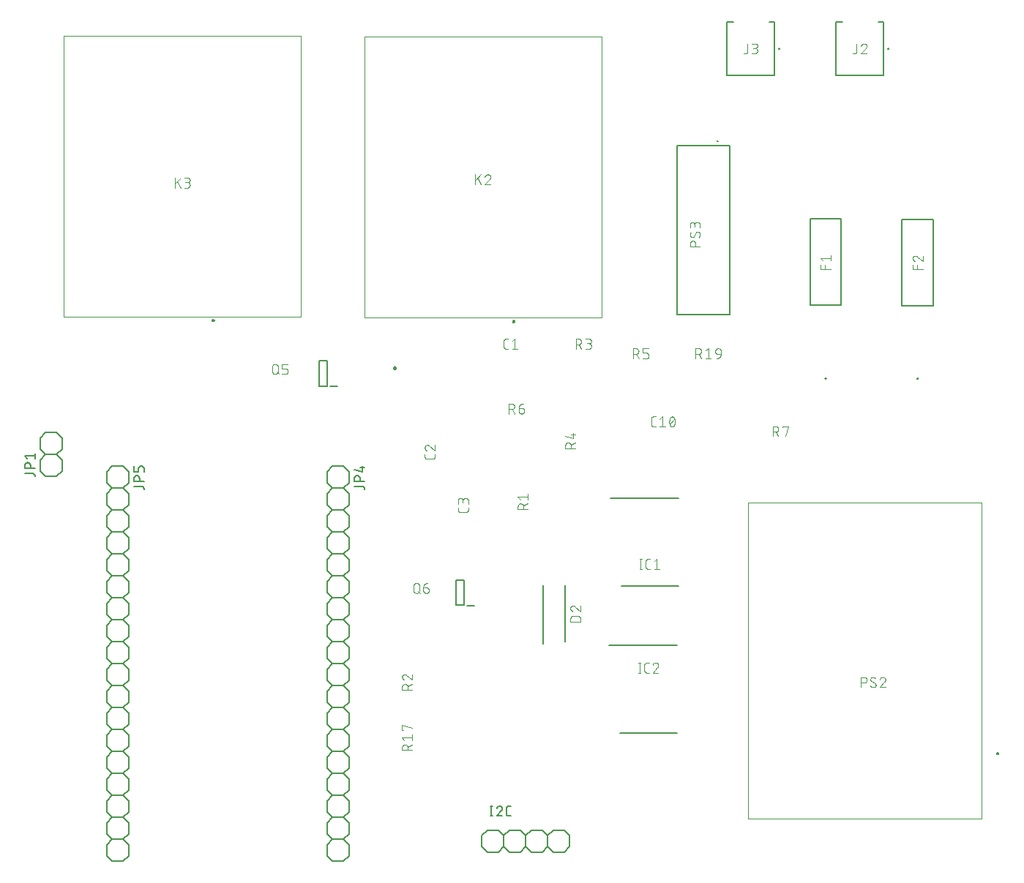
<source format=gbr>
G04 EAGLE Gerber RS-274X export*
G75*
%MOMM*%
%FSLAX34Y34*%
%LPD*%
%INSilkscreen Top*%
%IPPOS*%
%AMOC8*
5,1,8,0,0,1.08239X$1,22.5*%
G01*
%ADD10C,0.101600*%
%ADD11C,0.200000*%
%ADD12C,0.127000*%
%ADD13C,0.203200*%
%ADD14C,0.200000*%
%ADD15C,0.152400*%
%ADD16C,0.100000*%
%ADD17C,0.100000*%


D10*
X568801Y598408D02*
X566204Y598408D01*
X566105Y598410D01*
X566005Y598416D01*
X565906Y598425D01*
X565808Y598438D01*
X565710Y598455D01*
X565612Y598476D01*
X565516Y598501D01*
X565421Y598529D01*
X565327Y598561D01*
X565234Y598596D01*
X565142Y598635D01*
X565052Y598678D01*
X564964Y598723D01*
X564877Y598773D01*
X564793Y598825D01*
X564710Y598881D01*
X564630Y598939D01*
X564552Y599001D01*
X564477Y599066D01*
X564404Y599134D01*
X564334Y599204D01*
X564266Y599277D01*
X564201Y599352D01*
X564139Y599430D01*
X564081Y599510D01*
X564025Y599593D01*
X563973Y599677D01*
X563923Y599764D01*
X563878Y599852D01*
X563835Y599942D01*
X563796Y600034D01*
X563761Y600127D01*
X563729Y600221D01*
X563701Y600316D01*
X563676Y600412D01*
X563655Y600510D01*
X563638Y600608D01*
X563625Y600706D01*
X563616Y600805D01*
X563610Y600905D01*
X563608Y601004D01*
X563608Y607496D01*
X563610Y607595D01*
X563616Y607695D01*
X563625Y607794D01*
X563638Y607892D01*
X563655Y607990D01*
X563676Y608088D01*
X563701Y608184D01*
X563729Y608279D01*
X563761Y608373D01*
X563796Y608466D01*
X563835Y608558D01*
X563878Y608648D01*
X563923Y608736D01*
X563973Y608823D01*
X564025Y608907D01*
X564081Y608990D01*
X564139Y609070D01*
X564201Y609148D01*
X564266Y609223D01*
X564334Y609296D01*
X564404Y609366D01*
X564477Y609434D01*
X564552Y609499D01*
X564630Y609561D01*
X564710Y609619D01*
X564793Y609675D01*
X564877Y609727D01*
X564964Y609777D01*
X565052Y609822D01*
X565142Y609865D01*
X565234Y609904D01*
X565326Y609939D01*
X565421Y609971D01*
X565516Y609999D01*
X565612Y610024D01*
X565710Y610045D01*
X565808Y610062D01*
X565906Y610075D01*
X566005Y610084D01*
X566105Y610090D01*
X566204Y610092D01*
X568801Y610092D01*
X573166Y607496D02*
X576412Y610092D01*
X576412Y598408D01*
X579657Y598408D02*
X573166Y598408D01*
X736704Y508408D02*
X739301Y508408D01*
X736704Y508408D02*
X736605Y508410D01*
X736505Y508416D01*
X736406Y508425D01*
X736308Y508438D01*
X736210Y508455D01*
X736112Y508476D01*
X736016Y508501D01*
X735921Y508529D01*
X735827Y508561D01*
X735734Y508596D01*
X735642Y508635D01*
X735552Y508678D01*
X735464Y508723D01*
X735377Y508773D01*
X735293Y508825D01*
X735210Y508881D01*
X735130Y508939D01*
X735052Y509001D01*
X734977Y509066D01*
X734904Y509134D01*
X734834Y509204D01*
X734766Y509277D01*
X734701Y509352D01*
X734639Y509430D01*
X734581Y509510D01*
X734525Y509593D01*
X734473Y509677D01*
X734423Y509764D01*
X734378Y509852D01*
X734335Y509942D01*
X734296Y510034D01*
X734261Y510127D01*
X734229Y510221D01*
X734201Y510316D01*
X734176Y510412D01*
X734155Y510510D01*
X734138Y510608D01*
X734125Y510706D01*
X734116Y510805D01*
X734110Y510905D01*
X734108Y511004D01*
X734108Y517496D01*
X734110Y517595D01*
X734116Y517695D01*
X734125Y517794D01*
X734138Y517892D01*
X734155Y517990D01*
X734176Y518088D01*
X734201Y518184D01*
X734229Y518279D01*
X734261Y518373D01*
X734296Y518466D01*
X734335Y518558D01*
X734378Y518648D01*
X734423Y518736D01*
X734473Y518823D01*
X734525Y518907D01*
X734581Y518990D01*
X734639Y519070D01*
X734701Y519148D01*
X734766Y519223D01*
X734834Y519296D01*
X734904Y519366D01*
X734977Y519434D01*
X735052Y519499D01*
X735130Y519561D01*
X735210Y519619D01*
X735293Y519675D01*
X735377Y519727D01*
X735464Y519777D01*
X735552Y519822D01*
X735642Y519865D01*
X735734Y519904D01*
X735826Y519939D01*
X735921Y519971D01*
X736016Y519999D01*
X736112Y520024D01*
X736210Y520045D01*
X736308Y520062D01*
X736406Y520075D01*
X736505Y520084D01*
X736605Y520090D01*
X736704Y520092D01*
X739301Y520092D01*
X743666Y517496D02*
X746912Y520092D01*
X746912Y508408D01*
X750157Y508408D02*
X743666Y508408D01*
X755097Y514250D02*
X755100Y514480D01*
X755108Y514710D01*
X755122Y514939D01*
X755141Y515168D01*
X755166Y515397D01*
X755196Y515624D01*
X755231Y515852D01*
X755272Y516078D01*
X755318Y516303D01*
X755370Y516527D01*
X755427Y516749D01*
X755489Y516971D01*
X755557Y517190D01*
X755630Y517408D01*
X755708Y517625D01*
X755791Y517839D01*
X755879Y518051D01*
X755972Y518261D01*
X756071Y518469D01*
X756070Y518469D02*
X756103Y518559D01*
X756139Y518648D01*
X756179Y518736D01*
X756223Y518821D01*
X756270Y518905D01*
X756320Y518987D01*
X756374Y519067D01*
X756430Y519144D01*
X756490Y519220D01*
X756553Y519293D01*
X756618Y519363D01*
X756687Y519431D01*
X756758Y519495D01*
X756831Y519557D01*
X756907Y519616D01*
X756985Y519672D01*
X757066Y519725D01*
X757148Y519774D01*
X757232Y519820D01*
X757319Y519863D01*
X757406Y519902D01*
X757496Y519938D01*
X757586Y519970D01*
X757678Y519998D01*
X757771Y520023D01*
X757865Y520044D01*
X757959Y520061D01*
X758054Y520075D01*
X758150Y520084D01*
X758246Y520090D01*
X758342Y520092D01*
X758438Y520090D01*
X758534Y520084D01*
X758630Y520075D01*
X758725Y520061D01*
X758819Y520044D01*
X758913Y520023D01*
X759006Y519998D01*
X759098Y519970D01*
X759188Y519938D01*
X759278Y519902D01*
X759365Y519863D01*
X759452Y519820D01*
X759536Y519774D01*
X759618Y519725D01*
X759699Y519672D01*
X759777Y519616D01*
X759853Y519557D01*
X759926Y519495D01*
X759997Y519431D01*
X760066Y519363D01*
X760131Y519293D01*
X760194Y519220D01*
X760254Y519144D01*
X760310Y519067D01*
X760364Y518987D01*
X760414Y518905D01*
X760461Y518821D01*
X760505Y518736D01*
X760545Y518648D01*
X760581Y518559D01*
X760614Y518469D01*
X760713Y518262D01*
X760806Y518052D01*
X760894Y517839D01*
X760977Y517625D01*
X761055Y517409D01*
X761128Y517191D01*
X761196Y516971D01*
X761258Y516750D01*
X761315Y516527D01*
X761367Y516303D01*
X761413Y516078D01*
X761454Y515852D01*
X761489Y515625D01*
X761519Y515397D01*
X761544Y515168D01*
X761563Y514939D01*
X761577Y514710D01*
X761585Y514480D01*
X761588Y514250D01*
X755096Y514250D02*
X755099Y514020D01*
X755107Y513790D01*
X755121Y513561D01*
X755140Y513332D01*
X755165Y513103D01*
X755195Y512875D01*
X755230Y512648D01*
X755271Y512422D01*
X755317Y512197D01*
X755369Y511973D01*
X755426Y511750D01*
X755488Y511529D01*
X755556Y511309D01*
X755629Y511091D01*
X755707Y510875D01*
X755790Y510661D01*
X755878Y510449D01*
X755971Y510238D01*
X756070Y510031D01*
X756103Y509941D01*
X756139Y509852D01*
X756180Y509764D01*
X756223Y509679D01*
X756270Y509595D01*
X756320Y509513D01*
X756374Y509433D01*
X756430Y509356D01*
X756490Y509280D01*
X756553Y509207D01*
X756618Y509137D01*
X756687Y509069D01*
X756758Y509005D01*
X756831Y508943D01*
X756907Y508884D01*
X756985Y508828D01*
X757066Y508775D01*
X757148Y508726D01*
X757232Y508680D01*
X757319Y508637D01*
X757406Y508598D01*
X757496Y508562D01*
X757586Y508530D01*
X757678Y508502D01*
X757771Y508477D01*
X757865Y508456D01*
X757959Y508439D01*
X758054Y508425D01*
X758150Y508416D01*
X758246Y508410D01*
X758342Y508408D01*
X760614Y510031D02*
X760713Y510238D01*
X760806Y510449D01*
X760894Y510661D01*
X760977Y510875D01*
X761055Y511091D01*
X761128Y511309D01*
X761196Y511529D01*
X761258Y511750D01*
X761315Y511973D01*
X761367Y512197D01*
X761413Y512422D01*
X761454Y512648D01*
X761489Y512875D01*
X761519Y513103D01*
X761544Y513332D01*
X761563Y513561D01*
X761577Y513790D01*
X761585Y514020D01*
X761588Y514250D01*
X760614Y510031D02*
X760581Y509941D01*
X760545Y509852D01*
X760505Y509764D01*
X760461Y509679D01*
X760414Y509595D01*
X760364Y509513D01*
X760310Y509433D01*
X760254Y509356D01*
X760194Y509280D01*
X760131Y509207D01*
X760066Y509137D01*
X759997Y509069D01*
X759926Y509005D01*
X759853Y508943D01*
X759777Y508884D01*
X759699Y508828D01*
X759618Y508775D01*
X759536Y508726D01*
X759452Y508680D01*
X759365Y508637D01*
X759278Y508598D01*
X759188Y508562D01*
X759098Y508530D01*
X759006Y508502D01*
X758913Y508477D01*
X758819Y508456D01*
X758725Y508439D01*
X758630Y508425D01*
X758534Y508416D01*
X758438Y508410D01*
X758342Y508408D01*
X755745Y511004D02*
X760938Y517496D01*
X522592Y414801D02*
X522592Y412204D01*
X522590Y412105D01*
X522584Y412005D01*
X522575Y411906D01*
X522562Y411808D01*
X522545Y411710D01*
X522524Y411612D01*
X522499Y411516D01*
X522471Y411421D01*
X522439Y411327D01*
X522404Y411234D01*
X522365Y411142D01*
X522322Y411052D01*
X522277Y410964D01*
X522227Y410877D01*
X522175Y410793D01*
X522119Y410710D01*
X522061Y410630D01*
X521999Y410552D01*
X521934Y410477D01*
X521866Y410404D01*
X521796Y410334D01*
X521723Y410266D01*
X521648Y410201D01*
X521570Y410139D01*
X521490Y410081D01*
X521407Y410025D01*
X521323Y409973D01*
X521236Y409923D01*
X521148Y409878D01*
X521058Y409835D01*
X520966Y409796D01*
X520873Y409761D01*
X520779Y409729D01*
X520684Y409701D01*
X520588Y409676D01*
X520490Y409655D01*
X520392Y409638D01*
X520294Y409625D01*
X520195Y409616D01*
X520095Y409610D01*
X519996Y409608D01*
X513504Y409608D01*
X513405Y409610D01*
X513305Y409616D01*
X513206Y409625D01*
X513108Y409638D01*
X513010Y409656D01*
X512912Y409676D01*
X512816Y409701D01*
X512720Y409729D01*
X512626Y409761D01*
X512533Y409796D01*
X512442Y409835D01*
X512352Y409878D01*
X512263Y409923D01*
X512177Y409973D01*
X512092Y410025D01*
X512010Y410081D01*
X511930Y410140D01*
X511852Y410201D01*
X511776Y410266D01*
X511703Y410334D01*
X511633Y410404D01*
X511565Y410477D01*
X511500Y410553D01*
X511439Y410631D01*
X511380Y410711D01*
X511324Y410793D01*
X511272Y410878D01*
X511223Y410964D01*
X511177Y411053D01*
X511134Y411143D01*
X511095Y411234D01*
X511060Y411327D01*
X511028Y411421D01*
X511000Y411517D01*
X510975Y411613D01*
X510955Y411711D01*
X510937Y411809D01*
X510924Y411907D01*
X510915Y412006D01*
X510909Y412105D01*
X510907Y412205D01*
X510908Y412204D02*
X510908Y414801D01*
X522592Y419166D02*
X522592Y422412D01*
X522590Y422525D01*
X522584Y422638D01*
X522574Y422751D01*
X522560Y422864D01*
X522543Y422976D01*
X522521Y423087D01*
X522496Y423197D01*
X522466Y423307D01*
X522433Y423415D01*
X522396Y423522D01*
X522356Y423628D01*
X522311Y423732D01*
X522263Y423835D01*
X522212Y423936D01*
X522157Y424035D01*
X522099Y424132D01*
X522037Y424227D01*
X521972Y424320D01*
X521904Y424410D01*
X521833Y424498D01*
X521758Y424584D01*
X521681Y424667D01*
X521601Y424747D01*
X521518Y424824D01*
X521432Y424899D01*
X521344Y424970D01*
X521254Y425038D01*
X521161Y425103D01*
X521066Y425165D01*
X520969Y425223D01*
X520870Y425278D01*
X520769Y425329D01*
X520666Y425377D01*
X520562Y425422D01*
X520456Y425462D01*
X520349Y425499D01*
X520241Y425532D01*
X520131Y425562D01*
X520021Y425587D01*
X519910Y425609D01*
X519798Y425626D01*
X519685Y425640D01*
X519572Y425650D01*
X519459Y425656D01*
X519346Y425658D01*
X519233Y425656D01*
X519120Y425650D01*
X519007Y425640D01*
X518894Y425626D01*
X518782Y425609D01*
X518671Y425587D01*
X518561Y425562D01*
X518451Y425532D01*
X518343Y425499D01*
X518236Y425462D01*
X518130Y425422D01*
X518026Y425377D01*
X517923Y425329D01*
X517822Y425278D01*
X517723Y425223D01*
X517626Y425165D01*
X517531Y425103D01*
X517438Y425038D01*
X517348Y424970D01*
X517260Y424899D01*
X517174Y424824D01*
X517091Y424747D01*
X517011Y424667D01*
X516934Y424584D01*
X516859Y424498D01*
X516788Y424410D01*
X516720Y424320D01*
X516655Y424227D01*
X516593Y424132D01*
X516535Y424035D01*
X516480Y423936D01*
X516429Y423835D01*
X516381Y423732D01*
X516336Y423628D01*
X516296Y423522D01*
X516259Y423415D01*
X516226Y423307D01*
X516196Y423197D01*
X516171Y423087D01*
X516149Y422976D01*
X516132Y422864D01*
X516118Y422751D01*
X516108Y422638D01*
X516102Y422525D01*
X516100Y422412D01*
X510908Y423061D02*
X510908Y419166D01*
X510908Y423061D02*
X510910Y423162D01*
X510916Y423262D01*
X510926Y423362D01*
X510939Y423462D01*
X510957Y423561D01*
X510978Y423660D01*
X511003Y423757D01*
X511032Y423854D01*
X511065Y423949D01*
X511101Y424043D01*
X511141Y424135D01*
X511184Y424226D01*
X511231Y424315D01*
X511281Y424402D01*
X511335Y424488D01*
X511392Y424571D01*
X511452Y424651D01*
X511515Y424730D01*
X511582Y424806D01*
X511651Y424879D01*
X511723Y424949D01*
X511797Y425017D01*
X511874Y425082D01*
X511954Y425143D01*
X512036Y425202D01*
X512120Y425257D01*
X512206Y425309D01*
X512294Y425358D01*
X512384Y425403D01*
X512476Y425445D01*
X512569Y425483D01*
X512664Y425517D01*
X512759Y425548D01*
X512856Y425575D01*
X512954Y425598D01*
X513053Y425618D01*
X513153Y425633D01*
X513253Y425645D01*
X513353Y425653D01*
X513454Y425657D01*
X513554Y425657D01*
X513655Y425653D01*
X513755Y425645D01*
X513855Y425633D01*
X513955Y425618D01*
X514054Y425598D01*
X514152Y425575D01*
X514249Y425548D01*
X514344Y425517D01*
X514439Y425483D01*
X514532Y425445D01*
X514624Y425403D01*
X514714Y425358D01*
X514802Y425309D01*
X514888Y425257D01*
X514972Y425202D01*
X515054Y425143D01*
X515134Y425082D01*
X515211Y425017D01*
X515285Y424949D01*
X515357Y424879D01*
X515426Y424806D01*
X515493Y424730D01*
X515556Y424651D01*
X515616Y424571D01*
X515673Y424488D01*
X515727Y424402D01*
X515777Y424315D01*
X515824Y424226D01*
X515867Y424135D01*
X515907Y424043D01*
X515943Y423949D01*
X515976Y423854D01*
X516005Y423757D01*
X516030Y423660D01*
X516051Y423561D01*
X516069Y423462D01*
X516082Y423362D01*
X516092Y423262D01*
X516098Y423162D01*
X516100Y423061D01*
X516101Y423061D02*
X516101Y420464D01*
D11*
X608850Y324850D02*
X608850Y256850D01*
X634350Y259350D02*
X634350Y324850D01*
D10*
X640758Y282949D02*
X652442Y282949D01*
X640758Y282949D02*
X640758Y286195D01*
X640760Y286308D01*
X640766Y286421D01*
X640776Y286534D01*
X640790Y286647D01*
X640807Y286759D01*
X640829Y286870D01*
X640854Y286980D01*
X640884Y287090D01*
X640917Y287198D01*
X640954Y287305D01*
X640994Y287411D01*
X641039Y287515D01*
X641087Y287618D01*
X641138Y287719D01*
X641193Y287818D01*
X641251Y287915D01*
X641313Y288010D01*
X641378Y288103D01*
X641446Y288193D01*
X641517Y288281D01*
X641592Y288367D01*
X641669Y288450D01*
X641749Y288530D01*
X641832Y288607D01*
X641918Y288682D01*
X642006Y288753D01*
X642096Y288821D01*
X642189Y288886D01*
X642284Y288948D01*
X642381Y289006D01*
X642480Y289061D01*
X642581Y289112D01*
X642684Y289160D01*
X642788Y289205D01*
X642894Y289245D01*
X643001Y289282D01*
X643109Y289315D01*
X643219Y289345D01*
X643329Y289370D01*
X643440Y289392D01*
X643552Y289409D01*
X643665Y289423D01*
X643778Y289433D01*
X643891Y289439D01*
X644004Y289441D01*
X644004Y289440D02*
X649196Y289440D01*
X649196Y289441D02*
X649309Y289439D01*
X649422Y289433D01*
X649535Y289423D01*
X649648Y289409D01*
X649760Y289392D01*
X649871Y289370D01*
X649981Y289345D01*
X650091Y289315D01*
X650199Y289282D01*
X650306Y289245D01*
X650412Y289205D01*
X650516Y289160D01*
X650619Y289112D01*
X650720Y289061D01*
X650819Y289006D01*
X650916Y288948D01*
X651011Y288886D01*
X651104Y288821D01*
X651194Y288753D01*
X651282Y288682D01*
X651368Y288607D01*
X651451Y288530D01*
X651531Y288450D01*
X651608Y288367D01*
X651683Y288281D01*
X651754Y288193D01*
X651822Y288103D01*
X651887Y288010D01*
X651949Y287915D01*
X652007Y287818D01*
X652062Y287719D01*
X652113Y287618D01*
X652161Y287515D01*
X652206Y287411D01*
X652246Y287305D01*
X652283Y287198D01*
X652316Y287090D01*
X652346Y286980D01*
X652371Y286870D01*
X652393Y286759D01*
X652410Y286647D01*
X652424Y286534D01*
X652434Y286421D01*
X652440Y286308D01*
X652442Y286195D01*
X652442Y282949D01*
X640758Y298330D02*
X640760Y298437D01*
X640766Y298543D01*
X640776Y298649D01*
X640789Y298755D01*
X640807Y298861D01*
X640828Y298965D01*
X640853Y299069D01*
X640882Y299172D01*
X640914Y299273D01*
X640951Y299373D01*
X640991Y299472D01*
X641034Y299570D01*
X641081Y299666D01*
X641132Y299760D01*
X641186Y299852D01*
X641243Y299942D01*
X641303Y300030D01*
X641367Y300115D01*
X641434Y300198D01*
X641504Y300279D01*
X641576Y300357D01*
X641652Y300433D01*
X641730Y300505D01*
X641811Y300575D01*
X641894Y300642D01*
X641979Y300706D01*
X642067Y300766D01*
X642157Y300823D01*
X642249Y300877D01*
X642343Y300928D01*
X642439Y300975D01*
X642537Y301018D01*
X642636Y301058D01*
X642736Y301095D01*
X642837Y301127D01*
X642940Y301156D01*
X643044Y301181D01*
X643148Y301202D01*
X643254Y301220D01*
X643360Y301233D01*
X643466Y301243D01*
X643572Y301249D01*
X643679Y301251D01*
X640758Y298330D02*
X640760Y298209D01*
X640766Y298088D01*
X640776Y297968D01*
X640789Y297847D01*
X640807Y297728D01*
X640828Y297608D01*
X640853Y297490D01*
X640882Y297373D01*
X640915Y297256D01*
X640951Y297141D01*
X640992Y297027D01*
X641035Y296914D01*
X641083Y296802D01*
X641134Y296693D01*
X641189Y296585D01*
X641247Y296478D01*
X641308Y296374D01*
X641373Y296272D01*
X641441Y296172D01*
X641512Y296074D01*
X641586Y295978D01*
X641663Y295885D01*
X641744Y295795D01*
X641827Y295707D01*
X641913Y295622D01*
X642002Y295539D01*
X642093Y295460D01*
X642187Y295383D01*
X642283Y295310D01*
X642381Y295240D01*
X642482Y295173D01*
X642585Y295109D01*
X642690Y295049D01*
X642797Y294991D01*
X642905Y294938D01*
X643015Y294888D01*
X643127Y294842D01*
X643240Y294799D01*
X643355Y294760D01*
X645951Y300277D02*
X645873Y300356D01*
X645793Y300432D01*
X645710Y300505D01*
X645624Y300575D01*
X645537Y300642D01*
X645446Y300706D01*
X645354Y300766D01*
X645260Y300824D01*
X645163Y300878D01*
X645065Y300928D01*
X644965Y300975D01*
X644864Y301019D01*
X644761Y301059D01*
X644656Y301095D01*
X644551Y301127D01*
X644444Y301156D01*
X644337Y301181D01*
X644228Y301203D01*
X644119Y301220D01*
X644010Y301234D01*
X643900Y301243D01*
X643789Y301249D01*
X643679Y301251D01*
X645951Y300277D02*
X652442Y294760D01*
X652442Y301251D01*
D12*
X438600Y576400D02*
X437600Y576400D01*
X438600Y576400D02*
X438600Y575400D01*
D13*
X436186Y576400D02*
X436188Y576475D01*
X436194Y576549D01*
X436204Y576623D01*
X436217Y576696D01*
X436235Y576769D01*
X436256Y576840D01*
X436281Y576911D01*
X436310Y576980D01*
X436343Y577047D01*
X436379Y577112D01*
X436418Y577176D01*
X436460Y577237D01*
X436506Y577296D01*
X436555Y577353D01*
X436607Y577406D01*
X436661Y577457D01*
X436718Y577506D01*
X436778Y577550D01*
X436840Y577592D01*
X436904Y577631D01*
X436970Y577666D01*
X437037Y577697D01*
X437107Y577725D01*
X437177Y577749D01*
X437249Y577770D01*
X437322Y577786D01*
X437395Y577799D01*
X437470Y577808D01*
X437544Y577813D01*
X437619Y577814D01*
X437693Y577811D01*
X437768Y577804D01*
X437841Y577793D01*
X437915Y577779D01*
X437987Y577760D01*
X438058Y577738D01*
X438128Y577712D01*
X438197Y577682D01*
X438263Y577649D01*
X438328Y577612D01*
X438391Y577572D01*
X438452Y577528D01*
X438510Y577482D01*
X438566Y577432D01*
X438619Y577380D01*
X438670Y577325D01*
X438717Y577267D01*
X438761Y577207D01*
X438802Y577144D01*
X438840Y577080D01*
X438874Y577014D01*
X438905Y576945D01*
X438932Y576876D01*
X438955Y576805D01*
X438974Y576733D01*
X438990Y576660D01*
X439002Y576586D01*
X439010Y576512D01*
X439014Y576437D01*
X439014Y576363D01*
X439010Y576288D01*
X439002Y576214D01*
X438990Y576140D01*
X438974Y576067D01*
X438955Y575995D01*
X438932Y575924D01*
X438905Y575855D01*
X438874Y575786D01*
X438840Y575720D01*
X438802Y575656D01*
X438761Y575593D01*
X438717Y575533D01*
X438670Y575475D01*
X438619Y575420D01*
X438566Y575368D01*
X438510Y575318D01*
X438452Y575272D01*
X438391Y575228D01*
X438328Y575188D01*
X438263Y575151D01*
X438197Y575118D01*
X438128Y575088D01*
X438058Y575062D01*
X437987Y575040D01*
X437915Y575021D01*
X437841Y575007D01*
X437768Y574996D01*
X437693Y574989D01*
X437619Y574986D01*
X437544Y574987D01*
X437470Y574992D01*
X437395Y575001D01*
X437322Y575014D01*
X437249Y575030D01*
X437177Y575051D01*
X437107Y575075D01*
X437037Y575103D01*
X436970Y575134D01*
X436904Y575169D01*
X436840Y575208D01*
X436778Y575250D01*
X436718Y575294D01*
X436661Y575343D01*
X436607Y575394D01*
X436555Y575447D01*
X436506Y575504D01*
X436460Y575563D01*
X436418Y575624D01*
X436379Y575688D01*
X436343Y575753D01*
X436310Y575820D01*
X436281Y575889D01*
X436256Y575960D01*
X436235Y576031D01*
X436217Y576104D01*
X436204Y576177D01*
X436194Y576251D01*
X436188Y576325D01*
X436186Y576400D01*
D14*
X935900Y563900D03*
D11*
X935944Y563902D01*
X935987Y563908D01*
X936029Y563917D01*
X936071Y563930D01*
X936111Y563947D01*
X936150Y563967D01*
X936187Y563990D01*
X936221Y564017D01*
X936254Y564046D01*
X936283Y564079D01*
X936310Y564113D01*
X936333Y564150D01*
X936353Y564189D01*
X936370Y564229D01*
X936383Y564271D01*
X936392Y564313D01*
X936398Y564356D01*
X936400Y564400D01*
X936398Y564444D01*
X936392Y564487D01*
X936383Y564529D01*
X936370Y564571D01*
X936353Y564611D01*
X936333Y564650D01*
X936310Y564687D01*
X936283Y564721D01*
X936254Y564754D01*
X936221Y564783D01*
X936187Y564810D01*
X936150Y564833D01*
X936111Y564853D01*
X936071Y564870D01*
X936029Y564883D01*
X935987Y564892D01*
X935944Y564898D01*
X935900Y564900D01*
D14*
X935900Y564900D03*
D11*
X935856Y564898D01*
X935813Y564892D01*
X935771Y564883D01*
X935729Y564870D01*
X935689Y564853D01*
X935650Y564833D01*
X935613Y564810D01*
X935579Y564783D01*
X935546Y564754D01*
X935517Y564721D01*
X935490Y564687D01*
X935467Y564650D01*
X935447Y564611D01*
X935430Y564571D01*
X935417Y564529D01*
X935408Y564487D01*
X935402Y564444D01*
X935400Y564400D01*
X935402Y564356D01*
X935408Y564313D01*
X935417Y564271D01*
X935430Y564229D01*
X935447Y564189D01*
X935467Y564150D01*
X935490Y564113D01*
X935517Y564079D01*
X935546Y564046D01*
X935579Y564017D01*
X935613Y563990D01*
X935650Y563967D01*
X935689Y563947D01*
X935729Y563930D01*
X935771Y563917D01*
X935813Y563908D01*
X935856Y563902D01*
X935900Y563900D01*
D14*
X935900Y563900D03*
D11*
X935944Y563902D01*
X935987Y563908D01*
X936029Y563917D01*
X936071Y563930D01*
X936111Y563947D01*
X936150Y563967D01*
X936187Y563990D01*
X936221Y564017D01*
X936254Y564046D01*
X936283Y564079D01*
X936310Y564113D01*
X936333Y564150D01*
X936353Y564189D01*
X936370Y564229D01*
X936383Y564271D01*
X936392Y564313D01*
X936398Y564356D01*
X936400Y564400D01*
X936398Y564444D01*
X936392Y564487D01*
X936383Y564529D01*
X936370Y564571D01*
X936353Y564611D01*
X936333Y564650D01*
X936310Y564687D01*
X936283Y564721D01*
X936254Y564754D01*
X936221Y564783D01*
X936187Y564810D01*
X936150Y564833D01*
X936111Y564853D01*
X936071Y564870D01*
X936029Y564883D01*
X935987Y564892D01*
X935944Y564898D01*
X935900Y564900D01*
X953900Y648900D02*
X953900Y748900D01*
X917900Y748900D01*
X917900Y648900D01*
X953900Y648900D01*
X953900Y650900D01*
D10*
X941742Y690903D02*
X930058Y690903D01*
X930058Y696096D01*
X935251Y696096D02*
X935251Y690903D01*
X932654Y700406D02*
X930058Y703651D01*
X941742Y703651D01*
X941742Y700406D02*
X941742Y706897D01*
D14*
X1042400Y563300D03*
D11*
X1042444Y563302D01*
X1042487Y563308D01*
X1042529Y563317D01*
X1042571Y563330D01*
X1042611Y563347D01*
X1042650Y563367D01*
X1042687Y563390D01*
X1042721Y563417D01*
X1042754Y563446D01*
X1042783Y563479D01*
X1042810Y563513D01*
X1042833Y563550D01*
X1042853Y563589D01*
X1042870Y563629D01*
X1042883Y563671D01*
X1042892Y563713D01*
X1042898Y563756D01*
X1042900Y563800D01*
X1042898Y563844D01*
X1042892Y563887D01*
X1042883Y563929D01*
X1042870Y563971D01*
X1042853Y564011D01*
X1042833Y564050D01*
X1042810Y564087D01*
X1042783Y564121D01*
X1042754Y564154D01*
X1042721Y564183D01*
X1042687Y564210D01*
X1042650Y564233D01*
X1042611Y564253D01*
X1042571Y564270D01*
X1042529Y564283D01*
X1042487Y564292D01*
X1042444Y564298D01*
X1042400Y564300D01*
D14*
X1042400Y564300D03*
D11*
X1042356Y564298D01*
X1042313Y564292D01*
X1042271Y564283D01*
X1042229Y564270D01*
X1042189Y564253D01*
X1042150Y564233D01*
X1042113Y564210D01*
X1042079Y564183D01*
X1042046Y564154D01*
X1042017Y564121D01*
X1041990Y564087D01*
X1041967Y564050D01*
X1041947Y564011D01*
X1041930Y563971D01*
X1041917Y563929D01*
X1041908Y563887D01*
X1041902Y563844D01*
X1041900Y563800D01*
X1041902Y563756D01*
X1041908Y563713D01*
X1041917Y563671D01*
X1041930Y563629D01*
X1041947Y563589D01*
X1041967Y563550D01*
X1041990Y563513D01*
X1042017Y563479D01*
X1042046Y563446D01*
X1042079Y563417D01*
X1042113Y563390D01*
X1042150Y563367D01*
X1042189Y563347D01*
X1042229Y563330D01*
X1042271Y563317D01*
X1042313Y563308D01*
X1042356Y563302D01*
X1042400Y563300D01*
D14*
X1042400Y563300D03*
D11*
X1042444Y563302D01*
X1042487Y563308D01*
X1042529Y563317D01*
X1042571Y563330D01*
X1042611Y563347D01*
X1042650Y563367D01*
X1042687Y563390D01*
X1042721Y563417D01*
X1042754Y563446D01*
X1042783Y563479D01*
X1042810Y563513D01*
X1042833Y563550D01*
X1042853Y563589D01*
X1042870Y563629D01*
X1042883Y563671D01*
X1042892Y563713D01*
X1042898Y563756D01*
X1042900Y563800D01*
X1042898Y563844D01*
X1042892Y563887D01*
X1042883Y563929D01*
X1042870Y563971D01*
X1042853Y564011D01*
X1042833Y564050D01*
X1042810Y564087D01*
X1042783Y564121D01*
X1042754Y564154D01*
X1042721Y564183D01*
X1042687Y564210D01*
X1042650Y564233D01*
X1042611Y564253D01*
X1042571Y564270D01*
X1042529Y564283D01*
X1042487Y564292D01*
X1042444Y564298D01*
X1042400Y564300D01*
X1060400Y648300D02*
X1060400Y748300D01*
X1024400Y748300D01*
X1024400Y648300D01*
X1060400Y648300D01*
X1060400Y650300D01*
D10*
X1048242Y690303D02*
X1036558Y690303D01*
X1036558Y695496D01*
X1041751Y695496D02*
X1041751Y690303D01*
X1036558Y703376D02*
X1036560Y703483D01*
X1036566Y703589D01*
X1036576Y703695D01*
X1036589Y703801D01*
X1036607Y703907D01*
X1036628Y704011D01*
X1036653Y704115D01*
X1036682Y704218D01*
X1036714Y704319D01*
X1036751Y704419D01*
X1036791Y704518D01*
X1036834Y704616D01*
X1036881Y704712D01*
X1036932Y704806D01*
X1036986Y704898D01*
X1037043Y704988D01*
X1037103Y705076D01*
X1037167Y705161D01*
X1037234Y705244D01*
X1037304Y705325D01*
X1037376Y705403D01*
X1037452Y705479D01*
X1037530Y705551D01*
X1037611Y705621D01*
X1037694Y705688D01*
X1037779Y705752D01*
X1037867Y705812D01*
X1037957Y705869D01*
X1038049Y705923D01*
X1038143Y705974D01*
X1038239Y706021D01*
X1038337Y706064D01*
X1038436Y706104D01*
X1038536Y706141D01*
X1038637Y706173D01*
X1038740Y706202D01*
X1038844Y706227D01*
X1038948Y706248D01*
X1039054Y706266D01*
X1039160Y706279D01*
X1039266Y706289D01*
X1039372Y706295D01*
X1039479Y706297D01*
X1036558Y703376D02*
X1036560Y703255D01*
X1036566Y703134D01*
X1036576Y703014D01*
X1036589Y702893D01*
X1036607Y702774D01*
X1036628Y702654D01*
X1036653Y702536D01*
X1036682Y702419D01*
X1036715Y702302D01*
X1036751Y702187D01*
X1036792Y702073D01*
X1036835Y701960D01*
X1036883Y701848D01*
X1036934Y701739D01*
X1036989Y701631D01*
X1037047Y701524D01*
X1037108Y701420D01*
X1037173Y701318D01*
X1037241Y701218D01*
X1037312Y701120D01*
X1037386Y701024D01*
X1037463Y700931D01*
X1037544Y700841D01*
X1037627Y700753D01*
X1037713Y700668D01*
X1037802Y700585D01*
X1037893Y700506D01*
X1037987Y700429D01*
X1038083Y700356D01*
X1038181Y700286D01*
X1038282Y700219D01*
X1038385Y700155D01*
X1038490Y700095D01*
X1038597Y700037D01*
X1038705Y699984D01*
X1038815Y699934D01*
X1038927Y699888D01*
X1039040Y699845D01*
X1039155Y699806D01*
X1041751Y705322D02*
X1041673Y705401D01*
X1041593Y705477D01*
X1041510Y705550D01*
X1041424Y705620D01*
X1041337Y705687D01*
X1041246Y705751D01*
X1041154Y705811D01*
X1041060Y705869D01*
X1040963Y705923D01*
X1040865Y705973D01*
X1040765Y706020D01*
X1040664Y706064D01*
X1040561Y706104D01*
X1040456Y706140D01*
X1040351Y706172D01*
X1040244Y706201D01*
X1040137Y706226D01*
X1040028Y706248D01*
X1039919Y706265D01*
X1039810Y706279D01*
X1039700Y706288D01*
X1039589Y706294D01*
X1039479Y706296D01*
X1041751Y705323D02*
X1048242Y699806D01*
X1048242Y706297D01*
D15*
X595450Y41600D02*
X589100Y35250D01*
X595450Y41600D02*
X608150Y41600D01*
X614500Y35250D01*
X614500Y22550D01*
X608150Y16200D01*
X595450Y16200D01*
X589100Y22550D01*
X557350Y41600D02*
X544650Y41600D01*
X557350Y41600D02*
X563700Y35250D01*
X563700Y22550D01*
X557350Y16200D01*
X563700Y35250D02*
X570050Y41600D01*
X582750Y41600D01*
X589100Y35250D01*
X589100Y22550D01*
X582750Y16200D01*
X570050Y16200D01*
X563700Y22550D01*
X538300Y22550D02*
X538300Y35250D01*
X544650Y41600D01*
X538300Y22550D02*
X544650Y16200D01*
X557350Y16200D01*
X620850Y41600D02*
X633550Y41600D01*
X639900Y35250D01*
X639900Y22550D01*
X633550Y16200D01*
X614500Y35250D02*
X620850Y41600D01*
X614500Y22550D02*
X620850Y16200D01*
X633550Y16200D01*
D12*
X549443Y57823D02*
X549443Y69253D01*
X548173Y57823D02*
X550713Y57823D01*
X550713Y69253D02*
X548173Y69253D01*
X558905Y69254D02*
X559009Y69252D01*
X559114Y69246D01*
X559218Y69237D01*
X559321Y69224D01*
X559424Y69206D01*
X559526Y69186D01*
X559628Y69161D01*
X559728Y69133D01*
X559828Y69101D01*
X559926Y69065D01*
X560023Y69026D01*
X560118Y68984D01*
X560212Y68938D01*
X560304Y68888D01*
X560394Y68836D01*
X560482Y68780D01*
X560568Y68720D01*
X560652Y68658D01*
X560733Y68593D01*
X560812Y68525D01*
X560889Y68453D01*
X560962Y68380D01*
X561034Y68303D01*
X561102Y68224D01*
X561167Y68143D01*
X561229Y68059D01*
X561289Y67973D01*
X561345Y67885D01*
X561397Y67795D01*
X561447Y67703D01*
X561493Y67609D01*
X561535Y67514D01*
X561574Y67417D01*
X561610Y67319D01*
X561642Y67219D01*
X561670Y67119D01*
X561695Y67017D01*
X561715Y66915D01*
X561733Y66812D01*
X561746Y66709D01*
X561755Y66605D01*
X561761Y66500D01*
X561763Y66396D01*
X558905Y69253D02*
X558787Y69251D01*
X558668Y69245D01*
X558550Y69236D01*
X558433Y69223D01*
X558316Y69205D01*
X558199Y69185D01*
X558083Y69160D01*
X557968Y69132D01*
X557855Y69099D01*
X557742Y69064D01*
X557630Y69024D01*
X557520Y68982D01*
X557411Y68935D01*
X557303Y68885D01*
X557198Y68832D01*
X557094Y68775D01*
X556992Y68715D01*
X556892Y68652D01*
X556794Y68585D01*
X556698Y68516D01*
X556605Y68443D01*
X556514Y68367D01*
X556425Y68289D01*
X556339Y68207D01*
X556256Y68123D01*
X556175Y68037D01*
X556098Y67947D01*
X556023Y67856D01*
X555951Y67762D01*
X555882Y67665D01*
X555817Y67567D01*
X555754Y67466D01*
X555695Y67363D01*
X555639Y67259D01*
X555587Y67153D01*
X555538Y67045D01*
X555493Y66936D01*
X555451Y66825D01*
X555413Y66713D01*
X560810Y64174D02*
X560886Y64249D01*
X560961Y64328D01*
X561032Y64409D01*
X561101Y64493D01*
X561166Y64579D01*
X561228Y64667D01*
X561288Y64757D01*
X561344Y64849D01*
X561397Y64944D01*
X561446Y65040D01*
X561492Y65138D01*
X561535Y65237D01*
X561574Y65338D01*
X561609Y65440D01*
X561641Y65543D01*
X561669Y65647D01*
X561694Y65752D01*
X561715Y65859D01*
X561732Y65965D01*
X561745Y66072D01*
X561754Y66180D01*
X561760Y66288D01*
X561762Y66396D01*
X560810Y64173D02*
X555412Y57823D01*
X561762Y57823D01*
X569345Y57823D02*
X571885Y57823D01*
X569345Y57823D02*
X569245Y57825D01*
X569146Y57831D01*
X569046Y57841D01*
X568948Y57854D01*
X568849Y57872D01*
X568752Y57893D01*
X568656Y57918D01*
X568560Y57947D01*
X568466Y57980D01*
X568373Y58016D01*
X568282Y58056D01*
X568192Y58100D01*
X568104Y58147D01*
X568018Y58197D01*
X567934Y58251D01*
X567852Y58308D01*
X567773Y58368D01*
X567695Y58432D01*
X567621Y58498D01*
X567549Y58567D01*
X567480Y58639D01*
X567414Y58713D01*
X567350Y58791D01*
X567290Y58870D01*
X567233Y58952D01*
X567179Y59036D01*
X567129Y59122D01*
X567082Y59210D01*
X567038Y59300D01*
X566998Y59391D01*
X566962Y59484D01*
X566929Y59578D01*
X566900Y59674D01*
X566875Y59770D01*
X566854Y59867D01*
X566836Y59966D01*
X566823Y60064D01*
X566813Y60164D01*
X566807Y60263D01*
X566805Y60363D01*
X566805Y66713D01*
X566807Y66813D01*
X566813Y66912D01*
X566823Y67012D01*
X566836Y67110D01*
X566854Y67209D01*
X566875Y67306D01*
X566900Y67402D01*
X566929Y67498D01*
X566962Y67592D01*
X566998Y67685D01*
X567038Y67776D01*
X567082Y67866D01*
X567129Y67954D01*
X567179Y68040D01*
X567233Y68124D01*
X567290Y68206D01*
X567350Y68285D01*
X567414Y68363D01*
X567480Y68437D01*
X567549Y68509D01*
X567621Y68578D01*
X567695Y68644D01*
X567773Y68708D01*
X567852Y68768D01*
X567934Y68825D01*
X568018Y68879D01*
X568104Y68929D01*
X568192Y68976D01*
X568282Y69020D01*
X568373Y69060D01*
X568466Y69096D01*
X568560Y69129D01*
X568656Y69158D01*
X568752Y69183D01*
X568849Y69204D01*
X568948Y69222D01*
X569046Y69235D01*
X569146Y69245D01*
X569245Y69251D01*
X569345Y69253D01*
X571885Y69253D01*
D11*
X687050Y425300D02*
X765400Y425300D01*
X765400Y323700D02*
X699400Y323700D01*
D10*
X722092Y343658D02*
X722092Y355342D01*
X720794Y343658D02*
X723390Y343658D01*
X723390Y355342D02*
X720794Y355342D01*
X730554Y343658D02*
X733150Y343658D01*
X730554Y343658D02*
X730455Y343660D01*
X730355Y343666D01*
X730256Y343675D01*
X730158Y343688D01*
X730060Y343705D01*
X729962Y343726D01*
X729866Y343751D01*
X729771Y343779D01*
X729677Y343811D01*
X729584Y343846D01*
X729492Y343885D01*
X729402Y343928D01*
X729314Y343973D01*
X729227Y344023D01*
X729143Y344075D01*
X729060Y344131D01*
X728980Y344189D01*
X728902Y344251D01*
X728827Y344316D01*
X728754Y344384D01*
X728684Y344454D01*
X728616Y344527D01*
X728551Y344602D01*
X728489Y344680D01*
X728431Y344760D01*
X728375Y344843D01*
X728323Y344927D01*
X728273Y345014D01*
X728228Y345102D01*
X728185Y345192D01*
X728146Y345284D01*
X728111Y345377D01*
X728079Y345471D01*
X728051Y345566D01*
X728026Y345662D01*
X728005Y345760D01*
X727988Y345858D01*
X727975Y345956D01*
X727966Y346055D01*
X727960Y346155D01*
X727958Y346254D01*
X727957Y346254D02*
X727957Y352746D01*
X727958Y352746D02*
X727960Y352845D01*
X727966Y352945D01*
X727975Y353044D01*
X727988Y353142D01*
X728005Y353240D01*
X728026Y353338D01*
X728051Y353434D01*
X728079Y353529D01*
X728111Y353623D01*
X728146Y353716D01*
X728185Y353808D01*
X728228Y353898D01*
X728273Y353986D01*
X728323Y354073D01*
X728375Y354157D01*
X728431Y354240D01*
X728489Y354320D01*
X728551Y354398D01*
X728616Y354473D01*
X728684Y354546D01*
X728754Y354616D01*
X728827Y354684D01*
X728902Y354749D01*
X728980Y354811D01*
X729060Y354869D01*
X729143Y354925D01*
X729227Y354977D01*
X729314Y355027D01*
X729402Y355072D01*
X729492Y355115D01*
X729584Y355154D01*
X729676Y355189D01*
X729771Y355221D01*
X729866Y355249D01*
X729962Y355274D01*
X730060Y355295D01*
X730158Y355312D01*
X730256Y355325D01*
X730355Y355334D01*
X730455Y355340D01*
X730554Y355342D01*
X733150Y355342D01*
X737515Y352746D02*
X740761Y355342D01*
X740761Y343658D01*
X744006Y343658D02*
X737515Y343658D01*
D11*
X763800Y255300D02*
X685450Y255300D01*
X697800Y153700D02*
X763800Y153700D01*
D10*
X720492Y223658D02*
X720492Y235342D01*
X719194Y223658D02*
X721790Y223658D01*
X721790Y235342D02*
X719194Y235342D01*
X728954Y223658D02*
X731550Y223658D01*
X728954Y223658D02*
X728855Y223660D01*
X728755Y223666D01*
X728656Y223675D01*
X728558Y223688D01*
X728460Y223705D01*
X728362Y223726D01*
X728266Y223751D01*
X728171Y223779D01*
X728077Y223811D01*
X727984Y223846D01*
X727892Y223885D01*
X727802Y223928D01*
X727714Y223973D01*
X727627Y224023D01*
X727543Y224075D01*
X727460Y224131D01*
X727380Y224189D01*
X727302Y224251D01*
X727227Y224316D01*
X727154Y224384D01*
X727084Y224454D01*
X727016Y224527D01*
X726951Y224602D01*
X726889Y224680D01*
X726831Y224760D01*
X726775Y224843D01*
X726723Y224927D01*
X726673Y225014D01*
X726628Y225102D01*
X726585Y225192D01*
X726546Y225284D01*
X726511Y225377D01*
X726479Y225471D01*
X726451Y225566D01*
X726426Y225662D01*
X726405Y225760D01*
X726388Y225858D01*
X726375Y225956D01*
X726366Y226055D01*
X726360Y226155D01*
X726358Y226254D01*
X726357Y226254D02*
X726357Y232746D01*
X726358Y232746D02*
X726360Y232845D01*
X726366Y232945D01*
X726375Y233044D01*
X726388Y233142D01*
X726405Y233240D01*
X726426Y233338D01*
X726451Y233434D01*
X726479Y233529D01*
X726511Y233623D01*
X726546Y233716D01*
X726585Y233808D01*
X726628Y233898D01*
X726673Y233986D01*
X726723Y234073D01*
X726775Y234157D01*
X726831Y234240D01*
X726889Y234320D01*
X726951Y234398D01*
X727016Y234473D01*
X727084Y234546D01*
X727154Y234616D01*
X727227Y234684D01*
X727302Y234749D01*
X727380Y234811D01*
X727460Y234869D01*
X727543Y234925D01*
X727627Y234977D01*
X727714Y235027D01*
X727802Y235072D01*
X727892Y235115D01*
X727984Y235154D01*
X728076Y235189D01*
X728171Y235221D01*
X728266Y235249D01*
X728362Y235274D01*
X728460Y235295D01*
X728558Y235312D01*
X728656Y235325D01*
X728755Y235334D01*
X728855Y235340D01*
X728954Y235342D01*
X731550Y235342D01*
X739485Y235342D02*
X739592Y235340D01*
X739698Y235334D01*
X739804Y235324D01*
X739910Y235311D01*
X740016Y235293D01*
X740120Y235272D01*
X740224Y235247D01*
X740327Y235218D01*
X740428Y235186D01*
X740528Y235149D01*
X740627Y235109D01*
X740725Y235066D01*
X740821Y235019D01*
X740915Y234968D01*
X741007Y234914D01*
X741097Y234857D01*
X741185Y234797D01*
X741270Y234733D01*
X741353Y234666D01*
X741434Y234596D01*
X741512Y234524D01*
X741588Y234448D01*
X741660Y234370D01*
X741730Y234289D01*
X741797Y234206D01*
X741861Y234121D01*
X741921Y234033D01*
X741978Y233943D01*
X742032Y233851D01*
X742083Y233757D01*
X742130Y233661D01*
X742173Y233563D01*
X742213Y233464D01*
X742250Y233364D01*
X742282Y233263D01*
X742311Y233160D01*
X742336Y233056D01*
X742357Y232952D01*
X742375Y232846D01*
X742388Y232740D01*
X742398Y232634D01*
X742404Y232528D01*
X742406Y232421D01*
X739485Y235342D02*
X739364Y235340D01*
X739243Y235334D01*
X739123Y235324D01*
X739002Y235311D01*
X738883Y235293D01*
X738763Y235272D01*
X738645Y235247D01*
X738528Y235218D01*
X738411Y235185D01*
X738296Y235149D01*
X738182Y235108D01*
X738069Y235065D01*
X737957Y235017D01*
X737848Y234966D01*
X737740Y234911D01*
X737633Y234853D01*
X737529Y234792D01*
X737427Y234727D01*
X737327Y234659D01*
X737229Y234588D01*
X737133Y234514D01*
X737040Y234437D01*
X736950Y234356D01*
X736862Y234273D01*
X736777Y234187D01*
X736694Y234098D01*
X736615Y234007D01*
X736538Y233913D01*
X736465Y233817D01*
X736395Y233719D01*
X736328Y233618D01*
X736264Y233515D01*
X736204Y233410D01*
X736147Y233303D01*
X736093Y233195D01*
X736043Y233085D01*
X735997Y232973D01*
X735954Y232860D01*
X735915Y232745D01*
X741433Y230149D02*
X741512Y230226D01*
X741588Y230307D01*
X741661Y230390D01*
X741731Y230475D01*
X741798Y230563D01*
X741862Y230653D01*
X741922Y230745D01*
X741979Y230840D01*
X742033Y230936D01*
X742084Y231034D01*
X742131Y231134D01*
X742175Y231236D01*
X742215Y231339D01*
X742251Y231443D01*
X742283Y231549D01*
X742312Y231655D01*
X742337Y231763D01*
X742359Y231871D01*
X742376Y231981D01*
X742390Y232090D01*
X742399Y232200D01*
X742405Y232311D01*
X742407Y232421D01*
X741433Y230149D02*
X735915Y223658D01*
X742406Y223658D01*
D11*
X997100Y977000D02*
X1003100Y977000D01*
X1003100Y915000D01*
X947700Y915000D01*
X947700Y977000D01*
X955100Y977000D01*
X1008100Y946000D02*
X1008102Y946044D01*
X1008108Y946087D01*
X1008117Y946129D01*
X1008130Y946171D01*
X1008147Y946211D01*
X1008167Y946250D01*
X1008190Y946287D01*
X1008217Y946321D01*
X1008246Y946354D01*
X1008279Y946383D01*
X1008313Y946410D01*
X1008350Y946433D01*
X1008389Y946453D01*
X1008429Y946470D01*
X1008471Y946483D01*
X1008513Y946492D01*
X1008556Y946498D01*
X1008600Y946500D01*
X1008644Y946498D01*
X1008687Y946492D01*
X1008729Y946483D01*
X1008771Y946470D01*
X1008811Y946453D01*
X1008850Y946433D01*
X1008887Y946410D01*
X1008921Y946383D01*
X1008954Y946354D01*
X1008983Y946321D01*
X1009010Y946287D01*
X1009033Y946250D01*
X1009053Y946211D01*
X1009070Y946171D01*
X1009083Y946129D01*
X1009092Y946087D01*
X1009098Y946044D01*
X1009100Y946000D01*
X1009098Y945956D01*
X1009092Y945913D01*
X1009083Y945871D01*
X1009070Y945829D01*
X1009053Y945789D01*
X1009033Y945750D01*
X1009010Y945713D01*
X1008983Y945679D01*
X1008954Y945646D01*
X1008921Y945617D01*
X1008887Y945590D01*
X1008850Y945567D01*
X1008811Y945547D01*
X1008771Y945530D01*
X1008729Y945517D01*
X1008687Y945508D01*
X1008644Y945502D01*
X1008600Y945500D01*
X1008556Y945502D01*
X1008513Y945508D01*
X1008471Y945517D01*
X1008429Y945530D01*
X1008389Y945547D01*
X1008350Y945567D01*
X1008313Y945590D01*
X1008279Y945617D01*
X1008246Y945646D01*
X1008217Y945679D01*
X1008190Y945713D01*
X1008167Y945750D01*
X1008147Y945789D01*
X1008130Y945829D01*
X1008117Y945871D01*
X1008108Y945913D01*
X1008102Y945956D01*
X1008100Y946000D01*
X1008102Y946044D01*
X1008108Y946087D01*
X1008117Y946129D01*
X1008130Y946171D01*
X1008147Y946211D01*
X1008167Y946250D01*
X1008190Y946287D01*
X1008217Y946321D01*
X1008246Y946354D01*
X1008279Y946383D01*
X1008313Y946410D01*
X1008350Y946433D01*
X1008389Y946453D01*
X1008429Y946470D01*
X1008471Y946483D01*
X1008513Y946492D01*
X1008556Y946498D01*
X1008600Y946500D01*
X1008644Y946498D01*
X1008687Y946492D01*
X1008729Y946483D01*
X1008771Y946470D01*
X1008811Y946453D01*
X1008850Y946433D01*
X1008887Y946410D01*
X1008921Y946383D01*
X1008954Y946354D01*
X1008983Y946321D01*
X1009010Y946287D01*
X1009033Y946250D01*
X1009053Y946211D01*
X1009070Y946171D01*
X1009083Y946129D01*
X1009092Y946087D01*
X1009098Y946044D01*
X1009100Y946000D01*
D10*
X971465Y942754D02*
X971465Y951842D01*
X971465Y942754D02*
X971463Y942655D01*
X971457Y942555D01*
X971448Y942456D01*
X971435Y942358D01*
X971418Y942260D01*
X971397Y942162D01*
X971372Y942066D01*
X971344Y941971D01*
X971312Y941877D01*
X971277Y941784D01*
X971238Y941692D01*
X971195Y941602D01*
X971150Y941514D01*
X971100Y941427D01*
X971048Y941343D01*
X970992Y941260D01*
X970934Y941180D01*
X970872Y941102D01*
X970807Y941027D01*
X970739Y940954D01*
X970669Y940884D01*
X970596Y940816D01*
X970521Y940751D01*
X970443Y940689D01*
X970363Y940631D01*
X970280Y940575D01*
X970196Y940523D01*
X970109Y940473D01*
X970021Y940428D01*
X969931Y940385D01*
X969839Y940346D01*
X969746Y940311D01*
X969652Y940279D01*
X969557Y940251D01*
X969461Y940226D01*
X969363Y940205D01*
X969265Y940188D01*
X969167Y940175D01*
X969068Y940166D01*
X968968Y940160D01*
X968869Y940158D01*
X967570Y940158D01*
X980309Y951842D02*
X980416Y951840D01*
X980522Y951834D01*
X980628Y951824D01*
X980734Y951811D01*
X980840Y951793D01*
X980944Y951772D01*
X981048Y951747D01*
X981151Y951718D01*
X981252Y951686D01*
X981352Y951649D01*
X981451Y951609D01*
X981549Y951566D01*
X981645Y951519D01*
X981739Y951468D01*
X981831Y951414D01*
X981921Y951357D01*
X982009Y951297D01*
X982094Y951233D01*
X982177Y951166D01*
X982258Y951096D01*
X982336Y951024D01*
X982412Y950948D01*
X982484Y950870D01*
X982554Y950789D01*
X982621Y950706D01*
X982685Y950621D01*
X982745Y950533D01*
X982802Y950443D01*
X982856Y950351D01*
X982907Y950257D01*
X982954Y950161D01*
X982997Y950063D01*
X983037Y949964D01*
X983074Y949864D01*
X983106Y949763D01*
X983135Y949660D01*
X983160Y949556D01*
X983181Y949452D01*
X983199Y949346D01*
X983212Y949240D01*
X983222Y949134D01*
X983228Y949028D01*
X983230Y948921D01*
X980309Y951842D02*
X980188Y951840D01*
X980067Y951834D01*
X979947Y951824D01*
X979826Y951811D01*
X979707Y951793D01*
X979587Y951772D01*
X979469Y951747D01*
X979352Y951718D01*
X979235Y951685D01*
X979120Y951649D01*
X979006Y951608D01*
X978893Y951565D01*
X978781Y951517D01*
X978672Y951466D01*
X978564Y951411D01*
X978457Y951353D01*
X978353Y951292D01*
X978251Y951227D01*
X978151Y951159D01*
X978053Y951088D01*
X977957Y951014D01*
X977864Y950937D01*
X977774Y950856D01*
X977686Y950773D01*
X977601Y950687D01*
X977518Y950598D01*
X977439Y950507D01*
X977362Y950413D01*
X977289Y950317D01*
X977219Y950219D01*
X977152Y950118D01*
X977088Y950015D01*
X977028Y949910D01*
X976971Y949803D01*
X976917Y949695D01*
X976867Y949585D01*
X976821Y949473D01*
X976778Y949360D01*
X976739Y949245D01*
X982256Y946649D02*
X982335Y946726D01*
X982411Y946807D01*
X982484Y946890D01*
X982554Y946975D01*
X982621Y947063D01*
X982685Y947153D01*
X982745Y947245D01*
X982802Y947340D01*
X982856Y947436D01*
X982907Y947534D01*
X982954Y947634D01*
X982998Y947736D01*
X983038Y947839D01*
X983074Y947943D01*
X983106Y948049D01*
X983135Y948155D01*
X983160Y948263D01*
X983182Y948371D01*
X983199Y948481D01*
X983213Y948590D01*
X983222Y948700D01*
X983228Y948811D01*
X983230Y948921D01*
X982256Y946649D02*
X976738Y940158D01*
X983230Y940158D01*
D11*
X877000Y977000D02*
X871000Y977000D01*
X877000Y977000D02*
X877000Y915000D01*
X821600Y915000D01*
X821600Y977000D01*
X829000Y977000D01*
X882000Y946000D02*
X882002Y946044D01*
X882008Y946087D01*
X882017Y946129D01*
X882030Y946171D01*
X882047Y946211D01*
X882067Y946250D01*
X882090Y946287D01*
X882117Y946321D01*
X882146Y946354D01*
X882179Y946383D01*
X882213Y946410D01*
X882250Y946433D01*
X882289Y946453D01*
X882329Y946470D01*
X882371Y946483D01*
X882413Y946492D01*
X882456Y946498D01*
X882500Y946500D01*
X882544Y946498D01*
X882587Y946492D01*
X882629Y946483D01*
X882671Y946470D01*
X882711Y946453D01*
X882750Y946433D01*
X882787Y946410D01*
X882821Y946383D01*
X882854Y946354D01*
X882883Y946321D01*
X882910Y946287D01*
X882933Y946250D01*
X882953Y946211D01*
X882970Y946171D01*
X882983Y946129D01*
X882992Y946087D01*
X882998Y946044D01*
X883000Y946000D01*
X882998Y945956D01*
X882992Y945913D01*
X882983Y945871D01*
X882970Y945829D01*
X882953Y945789D01*
X882933Y945750D01*
X882910Y945713D01*
X882883Y945679D01*
X882854Y945646D01*
X882821Y945617D01*
X882787Y945590D01*
X882750Y945567D01*
X882711Y945547D01*
X882671Y945530D01*
X882629Y945517D01*
X882587Y945508D01*
X882544Y945502D01*
X882500Y945500D01*
X882456Y945502D01*
X882413Y945508D01*
X882371Y945517D01*
X882329Y945530D01*
X882289Y945547D01*
X882250Y945567D01*
X882213Y945590D01*
X882179Y945617D01*
X882146Y945646D01*
X882117Y945679D01*
X882090Y945713D01*
X882067Y945750D01*
X882047Y945789D01*
X882030Y945829D01*
X882017Y945871D01*
X882008Y945913D01*
X882002Y945956D01*
X882000Y946000D01*
X882002Y946044D01*
X882008Y946087D01*
X882017Y946129D01*
X882030Y946171D01*
X882047Y946211D01*
X882067Y946250D01*
X882090Y946287D01*
X882117Y946321D01*
X882146Y946354D01*
X882179Y946383D01*
X882213Y946410D01*
X882250Y946433D01*
X882289Y946453D01*
X882329Y946470D01*
X882371Y946483D01*
X882413Y946492D01*
X882456Y946498D01*
X882500Y946500D01*
X882544Y946498D01*
X882587Y946492D01*
X882629Y946483D01*
X882671Y946470D01*
X882711Y946453D01*
X882750Y946433D01*
X882787Y946410D01*
X882821Y946383D01*
X882854Y946354D01*
X882883Y946321D01*
X882910Y946287D01*
X882933Y946250D01*
X882953Y946211D01*
X882970Y946171D01*
X882983Y946129D01*
X882992Y946087D01*
X882998Y946044D01*
X883000Y946000D01*
D10*
X845365Y942754D02*
X845365Y951842D01*
X845365Y942754D02*
X845363Y942655D01*
X845357Y942555D01*
X845348Y942456D01*
X845335Y942358D01*
X845318Y942260D01*
X845297Y942162D01*
X845272Y942066D01*
X845244Y941971D01*
X845212Y941877D01*
X845177Y941784D01*
X845138Y941692D01*
X845095Y941602D01*
X845050Y941514D01*
X845000Y941427D01*
X844948Y941343D01*
X844892Y941260D01*
X844834Y941180D01*
X844772Y941102D01*
X844707Y941027D01*
X844639Y940954D01*
X844569Y940884D01*
X844496Y940816D01*
X844421Y940751D01*
X844343Y940689D01*
X844263Y940631D01*
X844180Y940575D01*
X844096Y940523D01*
X844009Y940473D01*
X843921Y940428D01*
X843831Y940385D01*
X843739Y940346D01*
X843646Y940311D01*
X843552Y940279D01*
X843457Y940251D01*
X843361Y940226D01*
X843263Y940205D01*
X843165Y940188D01*
X843067Y940175D01*
X842968Y940166D01*
X842868Y940160D01*
X842769Y940158D01*
X841470Y940158D01*
X850638Y940158D02*
X853884Y940158D01*
X853997Y940160D01*
X854110Y940166D01*
X854223Y940176D01*
X854336Y940190D01*
X854448Y940207D01*
X854559Y940229D01*
X854669Y940254D01*
X854779Y940284D01*
X854887Y940317D01*
X854994Y940354D01*
X855100Y940394D01*
X855204Y940439D01*
X855307Y940487D01*
X855408Y940538D01*
X855507Y940593D01*
X855604Y940651D01*
X855699Y940713D01*
X855792Y940778D01*
X855882Y940846D01*
X855970Y940917D01*
X856056Y940992D01*
X856139Y941069D01*
X856219Y941149D01*
X856296Y941232D01*
X856371Y941318D01*
X856442Y941406D01*
X856510Y941496D01*
X856575Y941589D01*
X856637Y941684D01*
X856695Y941781D01*
X856750Y941880D01*
X856801Y941981D01*
X856849Y942084D01*
X856894Y942188D01*
X856934Y942294D01*
X856971Y942401D01*
X857004Y942509D01*
X857034Y942619D01*
X857059Y942729D01*
X857081Y942840D01*
X857098Y942952D01*
X857112Y943065D01*
X857122Y943178D01*
X857128Y943291D01*
X857130Y943404D01*
X857128Y943517D01*
X857122Y943630D01*
X857112Y943743D01*
X857098Y943856D01*
X857081Y943968D01*
X857059Y944079D01*
X857034Y944189D01*
X857004Y944299D01*
X856971Y944407D01*
X856934Y944514D01*
X856894Y944620D01*
X856849Y944724D01*
X856801Y944827D01*
X856750Y944928D01*
X856695Y945027D01*
X856637Y945124D01*
X856575Y945219D01*
X856510Y945312D01*
X856442Y945402D01*
X856371Y945490D01*
X856296Y945576D01*
X856219Y945659D01*
X856139Y945739D01*
X856056Y945816D01*
X855970Y945891D01*
X855882Y945962D01*
X855792Y946030D01*
X855699Y946095D01*
X855604Y946157D01*
X855507Y946215D01*
X855408Y946270D01*
X855307Y946321D01*
X855204Y946369D01*
X855100Y946414D01*
X854994Y946454D01*
X854887Y946491D01*
X854779Y946524D01*
X854669Y946554D01*
X854559Y946579D01*
X854448Y946601D01*
X854336Y946618D01*
X854223Y946632D01*
X854110Y946642D01*
X853997Y946648D01*
X853884Y946650D01*
X854533Y951842D02*
X850638Y951842D01*
X854533Y951842D02*
X854634Y951840D01*
X854734Y951834D01*
X854834Y951824D01*
X854934Y951811D01*
X855033Y951793D01*
X855132Y951772D01*
X855229Y951747D01*
X855326Y951718D01*
X855421Y951685D01*
X855515Y951649D01*
X855607Y951609D01*
X855698Y951566D01*
X855787Y951519D01*
X855874Y951469D01*
X855960Y951415D01*
X856043Y951358D01*
X856123Y951298D01*
X856202Y951235D01*
X856278Y951168D01*
X856351Y951099D01*
X856421Y951027D01*
X856489Y950953D01*
X856554Y950876D01*
X856615Y950796D01*
X856674Y950714D01*
X856729Y950630D01*
X856781Y950544D01*
X856830Y950456D01*
X856875Y950366D01*
X856917Y950274D01*
X856955Y950181D01*
X856989Y950086D01*
X857020Y949991D01*
X857047Y949894D01*
X857070Y949796D01*
X857090Y949697D01*
X857105Y949597D01*
X857117Y949497D01*
X857125Y949397D01*
X857129Y949296D01*
X857129Y949196D01*
X857125Y949095D01*
X857117Y948995D01*
X857105Y948895D01*
X857090Y948795D01*
X857070Y948696D01*
X857047Y948598D01*
X857020Y948501D01*
X856989Y948406D01*
X856955Y948311D01*
X856917Y948218D01*
X856875Y948126D01*
X856830Y948036D01*
X856781Y947948D01*
X856729Y947862D01*
X856674Y947778D01*
X856615Y947696D01*
X856554Y947616D01*
X856489Y947539D01*
X856421Y947465D01*
X856351Y947393D01*
X856278Y947324D01*
X856202Y947257D01*
X856123Y947194D01*
X856043Y947134D01*
X855960Y947077D01*
X855874Y947023D01*
X855787Y946973D01*
X855698Y946926D01*
X855607Y946883D01*
X855515Y946843D01*
X855421Y946807D01*
X855326Y946774D01*
X855229Y946745D01*
X855132Y946720D01*
X855033Y946699D01*
X854934Y946681D01*
X854834Y946668D01*
X854734Y946658D01*
X854634Y946652D01*
X854533Y946650D01*
X854533Y946649D02*
X851937Y946649D01*
D15*
X27400Y469850D02*
X27400Y457150D01*
X27400Y469850D02*
X33750Y476200D01*
X46450Y476200D01*
X52800Y469850D01*
X46450Y450800D02*
X33750Y450800D01*
X27400Y457150D01*
X46450Y450800D02*
X52800Y457150D01*
X52800Y469850D01*
X33750Y476200D02*
X27400Y482550D01*
X27400Y495250D01*
X33750Y501600D01*
X46450Y501600D01*
X52800Y495250D01*
X52800Y482550D01*
X46450Y476200D01*
D12*
X18637Y454483D02*
X9747Y454483D01*
X18637Y454483D02*
X18737Y454481D01*
X18836Y454475D01*
X18936Y454465D01*
X19034Y454452D01*
X19133Y454434D01*
X19230Y454413D01*
X19326Y454388D01*
X19422Y454359D01*
X19516Y454326D01*
X19609Y454290D01*
X19700Y454250D01*
X19790Y454206D01*
X19878Y454159D01*
X19964Y454109D01*
X20048Y454055D01*
X20130Y453998D01*
X20209Y453938D01*
X20287Y453874D01*
X20361Y453808D01*
X20433Y453739D01*
X20502Y453667D01*
X20568Y453593D01*
X20632Y453515D01*
X20692Y453436D01*
X20749Y453354D01*
X20803Y453270D01*
X20853Y453184D01*
X20900Y453096D01*
X20944Y453006D01*
X20984Y452915D01*
X21020Y452822D01*
X21053Y452728D01*
X21082Y452632D01*
X21107Y452536D01*
X21128Y452439D01*
X21146Y452340D01*
X21159Y452242D01*
X21169Y452142D01*
X21175Y452043D01*
X21177Y451943D01*
X21177Y450673D01*
X21177Y460463D02*
X9747Y460463D01*
X9747Y463638D01*
X9749Y463749D01*
X9755Y463859D01*
X9764Y463970D01*
X9778Y464080D01*
X9795Y464189D01*
X9816Y464298D01*
X9841Y464406D01*
X9870Y464513D01*
X9902Y464619D01*
X9938Y464724D01*
X9978Y464827D01*
X10021Y464929D01*
X10068Y465030D01*
X10119Y465129D01*
X10172Y465226D01*
X10229Y465320D01*
X10290Y465413D01*
X10353Y465504D01*
X10420Y465593D01*
X10490Y465679D01*
X10563Y465762D01*
X10638Y465844D01*
X10716Y465922D01*
X10798Y465997D01*
X10881Y466070D01*
X10967Y466140D01*
X11056Y466207D01*
X11147Y466270D01*
X11240Y466331D01*
X11334Y466388D01*
X11431Y466441D01*
X11530Y466492D01*
X11631Y466539D01*
X11733Y466582D01*
X11836Y466622D01*
X11941Y466658D01*
X12047Y466690D01*
X12154Y466719D01*
X12262Y466744D01*
X12371Y466765D01*
X12480Y466782D01*
X12590Y466796D01*
X12701Y466805D01*
X12811Y466811D01*
X12922Y466813D01*
X13033Y466811D01*
X13143Y466805D01*
X13254Y466796D01*
X13364Y466782D01*
X13473Y466765D01*
X13582Y466744D01*
X13690Y466719D01*
X13797Y466690D01*
X13903Y466658D01*
X14008Y466622D01*
X14111Y466582D01*
X14213Y466539D01*
X14314Y466492D01*
X14413Y466441D01*
X14509Y466388D01*
X14604Y466331D01*
X14697Y466270D01*
X14788Y466207D01*
X14877Y466140D01*
X14963Y466070D01*
X15046Y465997D01*
X15128Y465922D01*
X15206Y465844D01*
X15281Y465762D01*
X15354Y465679D01*
X15424Y465593D01*
X15491Y465504D01*
X15554Y465413D01*
X15615Y465320D01*
X15672Y465226D01*
X15725Y465129D01*
X15776Y465030D01*
X15823Y464929D01*
X15866Y464827D01*
X15906Y464724D01*
X15942Y464619D01*
X15974Y464513D01*
X16003Y464406D01*
X16028Y464298D01*
X16049Y464189D01*
X16066Y464080D01*
X16080Y463970D01*
X16089Y463859D01*
X16095Y463749D01*
X16097Y463638D01*
X16097Y460463D01*
X12287Y471322D02*
X9747Y474497D01*
X21177Y474497D01*
X21177Y471322D02*
X21177Y477672D01*
D16*
X402300Y959750D02*
X676600Y959750D01*
X402300Y959750D02*
X402300Y634650D01*
X676600Y634650D01*
X676600Y959750D01*
D14*
X576100Y630200D03*
D11*
X576098Y630138D01*
X576092Y630077D01*
X576083Y630016D01*
X576070Y629956D01*
X576053Y629897D01*
X576032Y629839D01*
X576008Y629782D01*
X575981Y629727D01*
X575950Y629674D01*
X575916Y629622D01*
X575879Y629573D01*
X575839Y629526D01*
X575796Y629482D01*
X575751Y629441D01*
X575703Y629402D01*
X575652Y629366D01*
X575600Y629334D01*
X575546Y629305D01*
X575490Y629279D01*
X575432Y629257D01*
X575374Y629238D01*
X575314Y629223D01*
X575253Y629212D01*
X575192Y629204D01*
X575131Y629200D01*
X575069Y629200D01*
X575008Y629204D01*
X574947Y629212D01*
X574886Y629223D01*
X574826Y629238D01*
X574768Y629257D01*
X574710Y629279D01*
X574654Y629305D01*
X574600Y629334D01*
X574548Y629366D01*
X574497Y629402D01*
X574449Y629441D01*
X574404Y629482D01*
X574361Y629526D01*
X574321Y629573D01*
X574284Y629622D01*
X574250Y629674D01*
X574219Y629727D01*
X574192Y629782D01*
X574168Y629839D01*
X574147Y629897D01*
X574130Y629956D01*
X574117Y630016D01*
X574108Y630077D01*
X574102Y630138D01*
X574100Y630200D01*
D14*
X574100Y630200D03*
D11*
X574102Y630262D01*
X574108Y630323D01*
X574117Y630384D01*
X574130Y630444D01*
X574147Y630503D01*
X574168Y630561D01*
X574192Y630618D01*
X574219Y630673D01*
X574250Y630726D01*
X574284Y630778D01*
X574321Y630827D01*
X574361Y630874D01*
X574404Y630918D01*
X574449Y630959D01*
X574497Y630998D01*
X574548Y631034D01*
X574600Y631066D01*
X574654Y631095D01*
X574710Y631121D01*
X574768Y631143D01*
X574826Y631162D01*
X574886Y631177D01*
X574947Y631188D01*
X575008Y631196D01*
X575069Y631200D01*
X575131Y631200D01*
X575192Y631196D01*
X575253Y631188D01*
X575314Y631177D01*
X575374Y631162D01*
X575432Y631143D01*
X575490Y631121D01*
X575546Y631095D01*
X575600Y631066D01*
X575652Y631034D01*
X575703Y630998D01*
X575751Y630959D01*
X575796Y630918D01*
X575839Y630874D01*
X575879Y630827D01*
X575916Y630778D01*
X575950Y630726D01*
X575981Y630673D01*
X576008Y630618D01*
X576032Y630561D01*
X576053Y630503D01*
X576070Y630444D01*
X576083Y630384D01*
X576092Y630323D01*
X576098Y630262D01*
X576100Y630200D01*
D10*
X530765Y788628D02*
X530765Y800312D01*
X537256Y800312D02*
X530765Y793172D01*
X533361Y795768D02*
X537256Y788628D01*
X548135Y797391D02*
X548133Y797498D01*
X548127Y797604D01*
X548117Y797710D01*
X548104Y797816D01*
X548086Y797922D01*
X548065Y798026D01*
X548040Y798130D01*
X548011Y798233D01*
X547979Y798334D01*
X547942Y798434D01*
X547902Y798533D01*
X547859Y798631D01*
X547812Y798727D01*
X547761Y798821D01*
X547707Y798913D01*
X547650Y799003D01*
X547590Y799091D01*
X547526Y799176D01*
X547459Y799259D01*
X547389Y799340D01*
X547317Y799418D01*
X547241Y799494D01*
X547163Y799566D01*
X547082Y799636D01*
X546999Y799703D01*
X546914Y799767D01*
X546826Y799827D01*
X546736Y799884D01*
X546644Y799938D01*
X546550Y799989D01*
X546454Y800036D01*
X546356Y800079D01*
X546257Y800119D01*
X546157Y800156D01*
X546056Y800188D01*
X545953Y800217D01*
X545849Y800242D01*
X545745Y800263D01*
X545639Y800281D01*
X545533Y800294D01*
X545427Y800304D01*
X545321Y800310D01*
X545214Y800312D01*
X545093Y800310D01*
X544972Y800304D01*
X544852Y800294D01*
X544731Y800281D01*
X544612Y800263D01*
X544492Y800242D01*
X544374Y800217D01*
X544257Y800188D01*
X544140Y800155D01*
X544025Y800119D01*
X543911Y800078D01*
X543798Y800035D01*
X543686Y799987D01*
X543577Y799936D01*
X543469Y799881D01*
X543362Y799823D01*
X543258Y799762D01*
X543156Y799697D01*
X543056Y799629D01*
X542958Y799558D01*
X542862Y799484D01*
X542769Y799407D01*
X542679Y799326D01*
X542591Y799243D01*
X542506Y799157D01*
X542423Y799068D01*
X542344Y798977D01*
X542267Y798883D01*
X542194Y798787D01*
X542124Y798689D01*
X542057Y798588D01*
X541993Y798485D01*
X541933Y798380D01*
X541876Y798273D01*
X541822Y798165D01*
X541772Y798055D01*
X541726Y797943D01*
X541683Y797830D01*
X541644Y797715D01*
X547162Y795119D02*
X547241Y795196D01*
X547317Y795277D01*
X547390Y795360D01*
X547460Y795445D01*
X547527Y795533D01*
X547591Y795623D01*
X547651Y795715D01*
X547708Y795810D01*
X547762Y795906D01*
X547813Y796004D01*
X547860Y796104D01*
X547904Y796206D01*
X547944Y796309D01*
X547980Y796413D01*
X548012Y796519D01*
X548041Y796625D01*
X548066Y796733D01*
X548088Y796841D01*
X548105Y796951D01*
X548119Y797060D01*
X548128Y797170D01*
X548134Y797281D01*
X548136Y797391D01*
X547162Y795119D02*
X541644Y788628D01*
X548135Y788628D01*
D16*
X329100Y961050D02*
X54800Y961050D01*
X54800Y635950D01*
X329100Y635950D01*
X329100Y961050D01*
D14*
X228600Y631500D03*
D11*
X228598Y631438D01*
X228592Y631377D01*
X228583Y631316D01*
X228570Y631256D01*
X228553Y631197D01*
X228532Y631139D01*
X228508Y631082D01*
X228481Y631027D01*
X228450Y630974D01*
X228416Y630922D01*
X228379Y630873D01*
X228339Y630826D01*
X228296Y630782D01*
X228251Y630741D01*
X228203Y630702D01*
X228152Y630666D01*
X228100Y630634D01*
X228046Y630605D01*
X227990Y630579D01*
X227932Y630557D01*
X227874Y630538D01*
X227814Y630523D01*
X227753Y630512D01*
X227692Y630504D01*
X227631Y630500D01*
X227569Y630500D01*
X227508Y630504D01*
X227447Y630512D01*
X227386Y630523D01*
X227326Y630538D01*
X227268Y630557D01*
X227210Y630579D01*
X227154Y630605D01*
X227100Y630634D01*
X227048Y630666D01*
X226997Y630702D01*
X226949Y630741D01*
X226904Y630782D01*
X226861Y630826D01*
X226821Y630873D01*
X226784Y630922D01*
X226750Y630974D01*
X226719Y631027D01*
X226692Y631082D01*
X226668Y631139D01*
X226647Y631197D01*
X226630Y631256D01*
X226617Y631316D01*
X226608Y631377D01*
X226602Y631438D01*
X226600Y631500D01*
D14*
X226600Y631500D03*
D11*
X226602Y631562D01*
X226608Y631623D01*
X226617Y631684D01*
X226630Y631744D01*
X226647Y631803D01*
X226668Y631861D01*
X226692Y631918D01*
X226719Y631973D01*
X226750Y632026D01*
X226784Y632078D01*
X226821Y632127D01*
X226861Y632174D01*
X226904Y632218D01*
X226949Y632259D01*
X226997Y632298D01*
X227048Y632334D01*
X227100Y632366D01*
X227154Y632395D01*
X227210Y632421D01*
X227268Y632443D01*
X227326Y632462D01*
X227386Y632477D01*
X227447Y632488D01*
X227508Y632496D01*
X227569Y632500D01*
X227631Y632500D01*
X227692Y632496D01*
X227753Y632488D01*
X227814Y632477D01*
X227874Y632462D01*
X227932Y632443D01*
X227990Y632421D01*
X228046Y632395D01*
X228100Y632366D01*
X228152Y632334D01*
X228203Y632298D01*
X228251Y632259D01*
X228296Y632218D01*
X228339Y632174D01*
X228379Y632127D01*
X228416Y632078D01*
X228450Y632026D01*
X228481Y631973D01*
X228508Y631918D01*
X228532Y631861D01*
X228553Y631803D01*
X228570Y631744D01*
X228583Y631684D01*
X228592Y631623D01*
X228598Y631562D01*
X228600Y631500D01*
D10*
X183265Y784928D02*
X183265Y796612D01*
X189756Y796612D02*
X183265Y789472D01*
X185861Y792068D02*
X189756Y784928D01*
X194144Y784928D02*
X197390Y784928D01*
X197503Y784930D01*
X197616Y784936D01*
X197729Y784946D01*
X197842Y784960D01*
X197954Y784977D01*
X198065Y784999D01*
X198175Y785024D01*
X198285Y785054D01*
X198393Y785087D01*
X198500Y785124D01*
X198606Y785164D01*
X198710Y785209D01*
X198813Y785257D01*
X198914Y785308D01*
X199013Y785363D01*
X199110Y785421D01*
X199205Y785483D01*
X199298Y785548D01*
X199388Y785616D01*
X199476Y785687D01*
X199562Y785762D01*
X199645Y785839D01*
X199725Y785919D01*
X199802Y786002D01*
X199877Y786088D01*
X199948Y786176D01*
X200016Y786266D01*
X200081Y786359D01*
X200143Y786454D01*
X200201Y786551D01*
X200256Y786650D01*
X200307Y786751D01*
X200355Y786854D01*
X200400Y786958D01*
X200440Y787064D01*
X200477Y787171D01*
X200510Y787279D01*
X200540Y787389D01*
X200565Y787499D01*
X200587Y787610D01*
X200604Y787722D01*
X200618Y787835D01*
X200628Y787948D01*
X200634Y788061D01*
X200636Y788174D01*
X200634Y788287D01*
X200628Y788400D01*
X200618Y788513D01*
X200604Y788626D01*
X200587Y788738D01*
X200565Y788849D01*
X200540Y788959D01*
X200510Y789069D01*
X200477Y789177D01*
X200440Y789284D01*
X200400Y789390D01*
X200355Y789494D01*
X200307Y789597D01*
X200256Y789698D01*
X200201Y789797D01*
X200143Y789894D01*
X200081Y789989D01*
X200016Y790082D01*
X199948Y790172D01*
X199877Y790260D01*
X199802Y790346D01*
X199725Y790429D01*
X199645Y790509D01*
X199562Y790586D01*
X199476Y790661D01*
X199388Y790732D01*
X199298Y790800D01*
X199205Y790865D01*
X199110Y790927D01*
X199013Y790985D01*
X198914Y791040D01*
X198813Y791091D01*
X198710Y791139D01*
X198606Y791184D01*
X198500Y791224D01*
X198393Y791261D01*
X198285Y791294D01*
X198175Y791324D01*
X198065Y791349D01*
X197954Y791371D01*
X197842Y791388D01*
X197729Y791402D01*
X197616Y791412D01*
X197503Y791418D01*
X197390Y791420D01*
X198039Y796612D02*
X194144Y796612D01*
X198039Y796612D02*
X198140Y796610D01*
X198240Y796604D01*
X198340Y796594D01*
X198440Y796581D01*
X198539Y796563D01*
X198638Y796542D01*
X198735Y796517D01*
X198832Y796488D01*
X198927Y796455D01*
X199021Y796419D01*
X199113Y796379D01*
X199204Y796336D01*
X199293Y796289D01*
X199380Y796239D01*
X199466Y796185D01*
X199549Y796128D01*
X199629Y796068D01*
X199708Y796005D01*
X199784Y795938D01*
X199857Y795869D01*
X199927Y795797D01*
X199995Y795723D01*
X200060Y795646D01*
X200121Y795566D01*
X200180Y795484D01*
X200235Y795400D01*
X200287Y795314D01*
X200336Y795226D01*
X200381Y795136D01*
X200423Y795044D01*
X200461Y794951D01*
X200495Y794856D01*
X200526Y794761D01*
X200553Y794664D01*
X200576Y794566D01*
X200596Y794467D01*
X200611Y794367D01*
X200623Y794267D01*
X200631Y794167D01*
X200635Y794066D01*
X200635Y793966D01*
X200631Y793865D01*
X200623Y793765D01*
X200611Y793665D01*
X200596Y793565D01*
X200576Y793466D01*
X200553Y793368D01*
X200526Y793271D01*
X200495Y793176D01*
X200461Y793081D01*
X200423Y792988D01*
X200381Y792896D01*
X200336Y792806D01*
X200287Y792718D01*
X200235Y792632D01*
X200180Y792548D01*
X200121Y792466D01*
X200060Y792386D01*
X199995Y792309D01*
X199927Y792235D01*
X199857Y792163D01*
X199784Y792094D01*
X199708Y792027D01*
X199629Y791964D01*
X199549Y791904D01*
X199466Y791847D01*
X199380Y791793D01*
X199293Y791743D01*
X199204Y791696D01*
X199113Y791653D01*
X199021Y791613D01*
X198927Y791577D01*
X198832Y791544D01*
X198735Y791515D01*
X198638Y791490D01*
X198539Y791469D01*
X198440Y791451D01*
X198340Y791438D01*
X198240Y791428D01*
X198140Y791422D01*
X198039Y791420D01*
X198039Y791419D02*
X195442Y791419D01*
D16*
X846000Y420200D02*
X1116000Y420200D01*
X846000Y420200D02*
X846000Y55200D01*
X1116000Y55200D01*
X1116000Y420200D01*
D14*
X1136000Y130200D03*
D11*
X1135998Y130262D01*
X1135992Y130323D01*
X1135983Y130384D01*
X1135970Y130444D01*
X1135953Y130503D01*
X1135932Y130561D01*
X1135908Y130618D01*
X1135881Y130673D01*
X1135850Y130726D01*
X1135816Y130778D01*
X1135779Y130827D01*
X1135739Y130874D01*
X1135696Y130918D01*
X1135651Y130959D01*
X1135603Y130998D01*
X1135552Y131034D01*
X1135500Y131066D01*
X1135446Y131095D01*
X1135390Y131121D01*
X1135332Y131143D01*
X1135274Y131162D01*
X1135214Y131177D01*
X1135153Y131188D01*
X1135092Y131196D01*
X1135031Y131200D01*
X1134969Y131200D01*
X1134908Y131196D01*
X1134847Y131188D01*
X1134786Y131177D01*
X1134726Y131162D01*
X1134668Y131143D01*
X1134610Y131121D01*
X1134554Y131095D01*
X1134500Y131066D01*
X1134448Y131034D01*
X1134397Y130998D01*
X1134349Y130959D01*
X1134304Y130918D01*
X1134261Y130874D01*
X1134221Y130827D01*
X1134184Y130778D01*
X1134150Y130726D01*
X1134119Y130673D01*
X1134092Y130618D01*
X1134068Y130561D01*
X1134047Y130503D01*
X1134030Y130444D01*
X1134017Y130384D01*
X1134008Y130323D01*
X1134002Y130262D01*
X1134000Y130200D01*
D14*
X1134000Y130200D03*
D11*
X1134002Y130138D01*
X1134008Y130077D01*
X1134017Y130016D01*
X1134030Y129956D01*
X1134047Y129897D01*
X1134068Y129839D01*
X1134092Y129782D01*
X1134119Y129727D01*
X1134150Y129674D01*
X1134184Y129622D01*
X1134221Y129573D01*
X1134261Y129526D01*
X1134304Y129482D01*
X1134349Y129441D01*
X1134397Y129402D01*
X1134448Y129366D01*
X1134500Y129334D01*
X1134554Y129305D01*
X1134610Y129279D01*
X1134668Y129257D01*
X1134726Y129238D01*
X1134786Y129223D01*
X1134847Y129212D01*
X1134908Y129204D01*
X1134969Y129200D01*
X1135031Y129200D01*
X1135092Y129204D01*
X1135153Y129212D01*
X1135214Y129223D01*
X1135274Y129238D01*
X1135332Y129257D01*
X1135390Y129279D01*
X1135446Y129305D01*
X1135500Y129334D01*
X1135552Y129366D01*
X1135603Y129402D01*
X1135651Y129441D01*
X1135696Y129482D01*
X1135739Y129526D01*
X1135779Y129573D01*
X1135816Y129622D01*
X1135850Y129674D01*
X1135881Y129727D01*
X1135908Y129782D01*
X1135932Y129839D01*
X1135953Y129897D01*
X1135970Y129956D01*
X1135983Y130016D01*
X1135992Y130077D01*
X1135998Y130138D01*
X1136000Y130200D01*
D10*
X976981Y206858D02*
X976981Y218542D01*
X980226Y218542D01*
X980339Y218540D01*
X980452Y218534D01*
X980565Y218524D01*
X980678Y218510D01*
X980790Y218493D01*
X980901Y218471D01*
X981011Y218446D01*
X981121Y218416D01*
X981229Y218383D01*
X981336Y218346D01*
X981442Y218306D01*
X981546Y218261D01*
X981649Y218213D01*
X981750Y218162D01*
X981849Y218107D01*
X981946Y218049D01*
X982041Y217987D01*
X982134Y217922D01*
X982224Y217854D01*
X982312Y217783D01*
X982398Y217708D01*
X982481Y217631D01*
X982561Y217551D01*
X982638Y217468D01*
X982713Y217382D01*
X982784Y217294D01*
X982852Y217204D01*
X982917Y217111D01*
X982979Y217016D01*
X983037Y216919D01*
X983092Y216820D01*
X983143Y216719D01*
X983191Y216616D01*
X983236Y216512D01*
X983276Y216406D01*
X983313Y216299D01*
X983346Y216191D01*
X983376Y216081D01*
X983401Y215971D01*
X983423Y215860D01*
X983440Y215748D01*
X983454Y215635D01*
X983464Y215522D01*
X983470Y215409D01*
X983472Y215296D01*
X983470Y215183D01*
X983464Y215070D01*
X983454Y214957D01*
X983440Y214844D01*
X983423Y214732D01*
X983401Y214621D01*
X983376Y214511D01*
X983346Y214401D01*
X983313Y214293D01*
X983276Y214186D01*
X983236Y214080D01*
X983191Y213976D01*
X983143Y213873D01*
X983092Y213772D01*
X983037Y213673D01*
X982979Y213576D01*
X982917Y213481D01*
X982852Y213388D01*
X982784Y213298D01*
X982713Y213210D01*
X982638Y213124D01*
X982561Y213041D01*
X982481Y212961D01*
X982398Y212884D01*
X982312Y212809D01*
X982224Y212738D01*
X982134Y212670D01*
X982041Y212605D01*
X981946Y212543D01*
X981849Y212485D01*
X981750Y212430D01*
X981649Y212379D01*
X981546Y212331D01*
X981442Y212286D01*
X981336Y212246D01*
X981229Y212209D01*
X981121Y212176D01*
X981011Y212146D01*
X980901Y212121D01*
X980790Y212099D01*
X980678Y212082D01*
X980565Y212068D01*
X980452Y212058D01*
X980339Y212052D01*
X980226Y212050D01*
X980226Y212051D02*
X976981Y212051D01*
X991374Y206858D02*
X991473Y206860D01*
X991573Y206866D01*
X991672Y206875D01*
X991770Y206888D01*
X991868Y206905D01*
X991966Y206926D01*
X992062Y206951D01*
X992157Y206979D01*
X992251Y207011D01*
X992344Y207046D01*
X992436Y207085D01*
X992526Y207128D01*
X992614Y207173D01*
X992701Y207223D01*
X992785Y207275D01*
X992868Y207331D01*
X992948Y207389D01*
X993026Y207451D01*
X993101Y207516D01*
X993174Y207584D01*
X993244Y207654D01*
X993312Y207727D01*
X993377Y207802D01*
X993439Y207880D01*
X993497Y207960D01*
X993553Y208043D01*
X993605Y208127D01*
X993655Y208214D01*
X993700Y208302D01*
X993743Y208392D01*
X993782Y208484D01*
X993817Y208577D01*
X993849Y208671D01*
X993877Y208766D01*
X993902Y208862D01*
X993923Y208960D01*
X993940Y209058D01*
X993953Y209156D01*
X993962Y209255D01*
X993968Y209355D01*
X993970Y209454D01*
X991374Y206858D02*
X991230Y206860D01*
X991085Y206866D01*
X990941Y206875D01*
X990798Y206888D01*
X990654Y206905D01*
X990511Y206926D01*
X990369Y206951D01*
X990228Y206979D01*
X990087Y207011D01*
X989947Y207047D01*
X989808Y207086D01*
X989670Y207129D01*
X989534Y207176D01*
X989398Y207226D01*
X989264Y207280D01*
X989132Y207337D01*
X989001Y207398D01*
X988872Y207462D01*
X988744Y207530D01*
X988618Y207600D01*
X988494Y207675D01*
X988373Y207752D01*
X988253Y207833D01*
X988135Y207916D01*
X988020Y208003D01*
X987907Y208093D01*
X987796Y208186D01*
X987688Y208281D01*
X987582Y208380D01*
X987479Y208481D01*
X987804Y215946D02*
X987806Y216045D01*
X987812Y216145D01*
X987821Y216244D01*
X987834Y216342D01*
X987851Y216440D01*
X987872Y216538D01*
X987897Y216634D01*
X987925Y216729D01*
X987957Y216823D01*
X987992Y216916D01*
X988031Y217008D01*
X988074Y217098D01*
X988119Y217186D01*
X988169Y217273D01*
X988221Y217357D01*
X988277Y217440D01*
X988335Y217520D01*
X988397Y217598D01*
X988462Y217673D01*
X988530Y217746D01*
X988600Y217816D01*
X988673Y217884D01*
X988748Y217949D01*
X988826Y218011D01*
X988906Y218069D01*
X988989Y218125D01*
X989073Y218177D01*
X989160Y218227D01*
X989248Y218272D01*
X989338Y218315D01*
X989430Y218354D01*
X989523Y218389D01*
X989617Y218421D01*
X989712Y218449D01*
X989809Y218474D01*
X989906Y218495D01*
X990004Y218512D01*
X990102Y218525D01*
X990201Y218534D01*
X990301Y218540D01*
X990400Y218542D01*
X990536Y218540D01*
X990672Y218534D01*
X990808Y218525D01*
X990944Y218512D01*
X991079Y218494D01*
X991213Y218474D01*
X991347Y218449D01*
X991481Y218421D01*
X991613Y218388D01*
X991744Y218353D01*
X991875Y218313D01*
X992004Y218270D01*
X992132Y218224D01*
X992258Y218173D01*
X992384Y218120D01*
X992507Y218062D01*
X992629Y218002D01*
X992749Y217938D01*
X992868Y217870D01*
X992984Y217800D01*
X993098Y217726D01*
X993211Y217649D01*
X993321Y217568D01*
X989102Y213674D02*
X989016Y213727D01*
X988932Y213784D01*
X988850Y213843D01*
X988770Y213906D01*
X988693Y213972D01*
X988618Y214040D01*
X988546Y214112D01*
X988477Y214186D01*
X988411Y214263D01*
X988348Y214342D01*
X988288Y214424D01*
X988231Y214508D01*
X988177Y214594D01*
X988127Y214682D01*
X988080Y214772D01*
X988036Y214863D01*
X987997Y214957D01*
X987960Y215051D01*
X987928Y215147D01*
X987899Y215245D01*
X987874Y215343D01*
X987853Y215442D01*
X987835Y215542D01*
X987822Y215642D01*
X987812Y215743D01*
X987806Y215845D01*
X987804Y215946D01*
X992672Y211726D02*
X992758Y211673D01*
X992842Y211616D01*
X992924Y211557D01*
X993004Y211494D01*
X993081Y211428D01*
X993156Y211360D01*
X993228Y211288D01*
X993297Y211214D01*
X993363Y211137D01*
X993426Y211058D01*
X993486Y210976D01*
X993543Y210892D01*
X993597Y210806D01*
X993647Y210718D01*
X993694Y210628D01*
X993738Y210537D01*
X993777Y210443D01*
X993814Y210349D01*
X993846Y210253D01*
X993875Y210155D01*
X993900Y210057D01*
X993921Y209958D01*
X993939Y209858D01*
X993952Y209758D01*
X993962Y209657D01*
X993968Y209555D01*
X993970Y209454D01*
X992672Y211726D02*
X989102Y213674D01*
X1002098Y218542D02*
X1002205Y218540D01*
X1002311Y218534D01*
X1002417Y218524D01*
X1002523Y218511D01*
X1002629Y218493D01*
X1002733Y218472D01*
X1002837Y218447D01*
X1002940Y218418D01*
X1003041Y218386D01*
X1003141Y218349D01*
X1003240Y218309D01*
X1003338Y218266D01*
X1003434Y218219D01*
X1003528Y218168D01*
X1003620Y218114D01*
X1003710Y218057D01*
X1003798Y217997D01*
X1003883Y217933D01*
X1003966Y217866D01*
X1004047Y217796D01*
X1004125Y217724D01*
X1004201Y217648D01*
X1004273Y217570D01*
X1004343Y217489D01*
X1004410Y217406D01*
X1004474Y217321D01*
X1004534Y217233D01*
X1004591Y217143D01*
X1004645Y217051D01*
X1004696Y216957D01*
X1004743Y216861D01*
X1004786Y216763D01*
X1004826Y216664D01*
X1004863Y216564D01*
X1004895Y216463D01*
X1004924Y216360D01*
X1004949Y216256D01*
X1004970Y216152D01*
X1004988Y216046D01*
X1005001Y215940D01*
X1005011Y215834D01*
X1005017Y215728D01*
X1005019Y215621D01*
X1002098Y218542D02*
X1001977Y218540D01*
X1001856Y218534D01*
X1001736Y218524D01*
X1001615Y218511D01*
X1001496Y218493D01*
X1001376Y218472D01*
X1001258Y218447D01*
X1001141Y218418D01*
X1001024Y218385D01*
X1000909Y218349D01*
X1000795Y218308D01*
X1000682Y218265D01*
X1000570Y218217D01*
X1000461Y218166D01*
X1000353Y218111D01*
X1000246Y218053D01*
X1000142Y217992D01*
X1000040Y217927D01*
X999940Y217859D01*
X999842Y217788D01*
X999746Y217714D01*
X999653Y217637D01*
X999563Y217556D01*
X999475Y217473D01*
X999390Y217387D01*
X999307Y217298D01*
X999228Y217207D01*
X999151Y217113D01*
X999078Y217017D01*
X999008Y216919D01*
X998941Y216818D01*
X998877Y216715D01*
X998817Y216610D01*
X998760Y216503D01*
X998706Y216395D01*
X998656Y216285D01*
X998610Y216173D01*
X998567Y216060D01*
X998528Y215945D01*
X1004046Y213349D02*
X1004125Y213426D01*
X1004201Y213507D01*
X1004274Y213590D01*
X1004344Y213675D01*
X1004411Y213763D01*
X1004475Y213853D01*
X1004535Y213945D01*
X1004592Y214040D01*
X1004646Y214136D01*
X1004697Y214234D01*
X1004744Y214334D01*
X1004788Y214436D01*
X1004828Y214539D01*
X1004864Y214643D01*
X1004896Y214749D01*
X1004925Y214855D01*
X1004950Y214963D01*
X1004972Y215071D01*
X1004989Y215181D01*
X1005003Y215290D01*
X1005012Y215400D01*
X1005018Y215511D01*
X1005020Y215621D01*
X1004046Y213349D02*
X998528Y206858D01*
X1005019Y206858D01*
D11*
X825350Y638500D02*
X825350Y833500D01*
X825350Y638500D02*
X764350Y638500D01*
X764350Y833500D01*
X825350Y833500D01*
D17*
X810600Y838500D03*
D16*
X810644Y838502D01*
X810687Y838508D01*
X810729Y838517D01*
X810771Y838530D01*
X810811Y838547D01*
X810850Y838567D01*
X810887Y838590D01*
X810921Y838617D01*
X810954Y838646D01*
X810983Y838679D01*
X811010Y838713D01*
X811033Y838750D01*
X811053Y838789D01*
X811070Y838829D01*
X811083Y838871D01*
X811092Y838913D01*
X811098Y838956D01*
X811100Y839000D01*
X811098Y839044D01*
X811092Y839087D01*
X811083Y839129D01*
X811070Y839171D01*
X811053Y839211D01*
X811033Y839250D01*
X811010Y839287D01*
X810983Y839321D01*
X810954Y839354D01*
X810921Y839383D01*
X810887Y839410D01*
X810850Y839433D01*
X810811Y839453D01*
X810771Y839470D01*
X810729Y839483D01*
X810687Y839492D01*
X810644Y839498D01*
X810600Y839500D01*
D17*
X810600Y839500D03*
D16*
X810556Y839498D01*
X810513Y839492D01*
X810471Y839483D01*
X810429Y839470D01*
X810389Y839453D01*
X810350Y839433D01*
X810313Y839410D01*
X810279Y839383D01*
X810246Y839354D01*
X810217Y839321D01*
X810190Y839287D01*
X810167Y839250D01*
X810147Y839211D01*
X810130Y839171D01*
X810117Y839129D01*
X810108Y839087D01*
X810102Y839044D01*
X810100Y839000D01*
X810102Y838956D01*
X810108Y838913D01*
X810117Y838871D01*
X810130Y838829D01*
X810147Y838789D01*
X810167Y838750D01*
X810190Y838713D01*
X810217Y838679D01*
X810246Y838646D01*
X810279Y838617D01*
X810313Y838590D01*
X810350Y838567D01*
X810389Y838547D01*
X810429Y838530D01*
X810471Y838517D01*
X810513Y838508D01*
X810556Y838502D01*
X810600Y838500D01*
D10*
X790692Y716981D02*
X779008Y716981D01*
X779008Y720226D01*
X779010Y720339D01*
X779016Y720452D01*
X779026Y720565D01*
X779040Y720678D01*
X779057Y720790D01*
X779079Y720901D01*
X779104Y721011D01*
X779134Y721121D01*
X779167Y721229D01*
X779204Y721336D01*
X779244Y721442D01*
X779289Y721546D01*
X779337Y721649D01*
X779388Y721750D01*
X779443Y721849D01*
X779501Y721946D01*
X779563Y722041D01*
X779628Y722134D01*
X779696Y722224D01*
X779767Y722312D01*
X779842Y722398D01*
X779919Y722481D01*
X779999Y722561D01*
X780082Y722638D01*
X780168Y722713D01*
X780256Y722784D01*
X780346Y722852D01*
X780439Y722917D01*
X780534Y722979D01*
X780631Y723037D01*
X780730Y723092D01*
X780831Y723143D01*
X780934Y723191D01*
X781038Y723236D01*
X781144Y723276D01*
X781251Y723313D01*
X781359Y723346D01*
X781469Y723376D01*
X781579Y723401D01*
X781690Y723423D01*
X781802Y723440D01*
X781915Y723454D01*
X782028Y723464D01*
X782141Y723470D01*
X782254Y723472D01*
X782367Y723470D01*
X782480Y723464D01*
X782593Y723454D01*
X782706Y723440D01*
X782818Y723423D01*
X782929Y723401D01*
X783039Y723376D01*
X783149Y723346D01*
X783257Y723313D01*
X783364Y723276D01*
X783470Y723236D01*
X783574Y723191D01*
X783677Y723143D01*
X783778Y723092D01*
X783877Y723037D01*
X783974Y722979D01*
X784069Y722917D01*
X784162Y722852D01*
X784252Y722784D01*
X784340Y722713D01*
X784426Y722638D01*
X784509Y722561D01*
X784589Y722481D01*
X784666Y722398D01*
X784741Y722312D01*
X784812Y722224D01*
X784880Y722134D01*
X784945Y722041D01*
X785007Y721946D01*
X785065Y721849D01*
X785120Y721750D01*
X785171Y721649D01*
X785219Y721546D01*
X785264Y721442D01*
X785304Y721336D01*
X785341Y721229D01*
X785374Y721121D01*
X785404Y721011D01*
X785429Y720901D01*
X785451Y720790D01*
X785468Y720678D01*
X785482Y720565D01*
X785492Y720452D01*
X785498Y720339D01*
X785500Y720226D01*
X785499Y720226D02*
X785499Y716981D01*
X790692Y731374D02*
X790690Y731473D01*
X790684Y731573D01*
X790675Y731672D01*
X790662Y731770D01*
X790645Y731868D01*
X790624Y731966D01*
X790599Y732062D01*
X790571Y732157D01*
X790539Y732251D01*
X790504Y732344D01*
X790465Y732436D01*
X790422Y732526D01*
X790377Y732614D01*
X790327Y732701D01*
X790275Y732785D01*
X790219Y732868D01*
X790161Y732948D01*
X790099Y733026D01*
X790034Y733101D01*
X789966Y733174D01*
X789896Y733244D01*
X789823Y733312D01*
X789748Y733377D01*
X789670Y733439D01*
X789590Y733497D01*
X789507Y733553D01*
X789423Y733605D01*
X789336Y733655D01*
X789248Y733700D01*
X789158Y733743D01*
X789066Y733782D01*
X788973Y733817D01*
X788879Y733849D01*
X788784Y733877D01*
X788688Y733902D01*
X788590Y733923D01*
X788492Y733940D01*
X788394Y733953D01*
X788295Y733962D01*
X788195Y733968D01*
X788096Y733970D01*
X790692Y731374D02*
X790690Y731230D01*
X790684Y731085D01*
X790675Y730941D01*
X790662Y730798D01*
X790645Y730654D01*
X790624Y730511D01*
X790599Y730369D01*
X790571Y730228D01*
X790539Y730087D01*
X790503Y729947D01*
X790464Y729808D01*
X790421Y729670D01*
X790374Y729534D01*
X790324Y729398D01*
X790270Y729264D01*
X790213Y729132D01*
X790152Y729001D01*
X790088Y728872D01*
X790020Y728744D01*
X789950Y728618D01*
X789875Y728494D01*
X789798Y728373D01*
X789717Y728253D01*
X789634Y728135D01*
X789547Y728020D01*
X789457Y727907D01*
X789364Y727796D01*
X789269Y727688D01*
X789170Y727582D01*
X789069Y727479D01*
X781604Y727804D02*
X781505Y727806D01*
X781405Y727812D01*
X781306Y727821D01*
X781208Y727834D01*
X781110Y727851D01*
X781012Y727872D01*
X780916Y727897D01*
X780821Y727925D01*
X780727Y727957D01*
X780634Y727992D01*
X780542Y728031D01*
X780452Y728074D01*
X780364Y728119D01*
X780277Y728169D01*
X780193Y728221D01*
X780110Y728277D01*
X780030Y728335D01*
X779952Y728397D01*
X779877Y728462D01*
X779804Y728530D01*
X779734Y728600D01*
X779666Y728673D01*
X779601Y728748D01*
X779539Y728826D01*
X779481Y728906D01*
X779425Y728989D01*
X779373Y729073D01*
X779323Y729160D01*
X779278Y729248D01*
X779235Y729338D01*
X779196Y729430D01*
X779161Y729523D01*
X779129Y729617D01*
X779101Y729712D01*
X779076Y729808D01*
X779055Y729906D01*
X779038Y730004D01*
X779025Y730102D01*
X779016Y730201D01*
X779010Y730301D01*
X779008Y730400D01*
X779010Y730536D01*
X779016Y730672D01*
X779025Y730808D01*
X779038Y730944D01*
X779056Y731079D01*
X779076Y731213D01*
X779101Y731347D01*
X779129Y731481D01*
X779162Y731613D01*
X779197Y731744D01*
X779237Y731875D01*
X779280Y732004D01*
X779326Y732132D01*
X779377Y732258D01*
X779430Y732384D01*
X779488Y732507D01*
X779548Y732629D01*
X779612Y732749D01*
X779680Y732868D01*
X779750Y732984D01*
X779824Y733098D01*
X779901Y733211D01*
X779982Y733321D01*
X783876Y729102D02*
X783823Y729016D01*
X783766Y728932D01*
X783707Y728850D01*
X783644Y728770D01*
X783578Y728693D01*
X783510Y728618D01*
X783438Y728546D01*
X783364Y728477D01*
X783287Y728411D01*
X783208Y728348D01*
X783126Y728288D01*
X783042Y728231D01*
X782956Y728177D01*
X782868Y728127D01*
X782778Y728080D01*
X782687Y728036D01*
X782593Y727997D01*
X782499Y727960D01*
X782403Y727928D01*
X782305Y727899D01*
X782207Y727874D01*
X782108Y727853D01*
X782008Y727835D01*
X781908Y727822D01*
X781807Y727812D01*
X781705Y727806D01*
X781604Y727804D01*
X785824Y732672D02*
X785877Y732758D01*
X785934Y732842D01*
X785993Y732924D01*
X786056Y733004D01*
X786122Y733081D01*
X786190Y733156D01*
X786262Y733228D01*
X786336Y733297D01*
X786413Y733363D01*
X786492Y733426D01*
X786574Y733486D01*
X786658Y733543D01*
X786744Y733597D01*
X786832Y733647D01*
X786922Y733694D01*
X787013Y733738D01*
X787107Y733777D01*
X787201Y733814D01*
X787297Y733846D01*
X787395Y733875D01*
X787493Y733900D01*
X787592Y733921D01*
X787692Y733939D01*
X787792Y733952D01*
X787893Y733962D01*
X787995Y733968D01*
X788096Y733970D01*
X785824Y732672D02*
X783876Y729102D01*
X790692Y738528D02*
X790692Y741774D01*
X790690Y741887D01*
X790684Y742000D01*
X790674Y742113D01*
X790660Y742226D01*
X790643Y742338D01*
X790621Y742449D01*
X790596Y742559D01*
X790566Y742669D01*
X790533Y742777D01*
X790496Y742884D01*
X790456Y742990D01*
X790411Y743094D01*
X790363Y743197D01*
X790312Y743298D01*
X790257Y743397D01*
X790199Y743494D01*
X790137Y743589D01*
X790072Y743682D01*
X790004Y743772D01*
X789933Y743860D01*
X789858Y743946D01*
X789781Y744029D01*
X789701Y744109D01*
X789618Y744186D01*
X789532Y744261D01*
X789444Y744332D01*
X789354Y744400D01*
X789261Y744465D01*
X789166Y744527D01*
X789069Y744585D01*
X788970Y744640D01*
X788869Y744691D01*
X788766Y744739D01*
X788662Y744784D01*
X788556Y744824D01*
X788449Y744861D01*
X788341Y744894D01*
X788231Y744924D01*
X788121Y744949D01*
X788010Y744971D01*
X787898Y744988D01*
X787785Y745002D01*
X787672Y745012D01*
X787559Y745018D01*
X787446Y745020D01*
X787333Y745018D01*
X787220Y745012D01*
X787107Y745002D01*
X786994Y744988D01*
X786882Y744971D01*
X786771Y744949D01*
X786661Y744924D01*
X786551Y744894D01*
X786443Y744861D01*
X786336Y744824D01*
X786230Y744784D01*
X786126Y744739D01*
X786023Y744691D01*
X785922Y744640D01*
X785823Y744585D01*
X785726Y744527D01*
X785631Y744465D01*
X785538Y744400D01*
X785448Y744332D01*
X785360Y744261D01*
X785274Y744186D01*
X785191Y744109D01*
X785111Y744029D01*
X785034Y743946D01*
X784959Y743860D01*
X784888Y743772D01*
X784820Y743682D01*
X784755Y743589D01*
X784693Y743494D01*
X784635Y743397D01*
X784580Y743298D01*
X784529Y743197D01*
X784481Y743094D01*
X784436Y742990D01*
X784396Y742884D01*
X784359Y742777D01*
X784326Y742669D01*
X784296Y742559D01*
X784271Y742449D01*
X784249Y742338D01*
X784232Y742226D01*
X784218Y742113D01*
X784208Y742000D01*
X784202Y741887D01*
X784200Y741774D01*
X779008Y742423D02*
X779008Y738528D01*
X779008Y742423D02*
X779010Y742524D01*
X779016Y742624D01*
X779026Y742724D01*
X779039Y742824D01*
X779057Y742923D01*
X779078Y743022D01*
X779103Y743119D01*
X779132Y743216D01*
X779165Y743311D01*
X779201Y743405D01*
X779241Y743497D01*
X779284Y743588D01*
X779331Y743677D01*
X779381Y743764D01*
X779435Y743850D01*
X779492Y743933D01*
X779552Y744013D01*
X779615Y744092D01*
X779682Y744168D01*
X779751Y744241D01*
X779823Y744311D01*
X779897Y744379D01*
X779974Y744444D01*
X780054Y744505D01*
X780136Y744564D01*
X780220Y744619D01*
X780306Y744671D01*
X780394Y744720D01*
X780484Y744765D01*
X780576Y744807D01*
X780669Y744845D01*
X780764Y744879D01*
X780859Y744910D01*
X780956Y744937D01*
X781054Y744960D01*
X781153Y744980D01*
X781253Y744995D01*
X781353Y745007D01*
X781453Y745015D01*
X781554Y745019D01*
X781654Y745019D01*
X781755Y745015D01*
X781855Y745007D01*
X781955Y744995D01*
X782055Y744980D01*
X782154Y744960D01*
X782252Y744937D01*
X782349Y744910D01*
X782444Y744879D01*
X782539Y744845D01*
X782632Y744807D01*
X782724Y744765D01*
X782814Y744720D01*
X782902Y744671D01*
X782988Y744619D01*
X783072Y744564D01*
X783154Y744505D01*
X783234Y744444D01*
X783311Y744379D01*
X783385Y744311D01*
X783457Y744241D01*
X783526Y744168D01*
X783593Y744092D01*
X783656Y744013D01*
X783716Y743933D01*
X783773Y743850D01*
X783827Y743764D01*
X783877Y743677D01*
X783924Y743588D01*
X783967Y743497D01*
X784007Y743405D01*
X784043Y743311D01*
X784076Y743216D01*
X784105Y743119D01*
X784130Y743022D01*
X784151Y742923D01*
X784169Y742824D01*
X784182Y742724D01*
X784192Y742624D01*
X784198Y742524D01*
X784200Y742423D01*
X784201Y742423D02*
X784201Y739826D01*
D11*
X359450Y555600D02*
X349950Y555600D01*
X349950Y584600D01*
X359450Y584600D01*
X359450Y555600D01*
X362950Y555100D02*
X371450Y555100D01*
D10*
X295883Y572504D02*
X295883Y577696D01*
X295882Y577696D02*
X295884Y577809D01*
X295890Y577922D01*
X295900Y578035D01*
X295914Y578148D01*
X295931Y578260D01*
X295953Y578371D01*
X295978Y578481D01*
X296008Y578591D01*
X296041Y578699D01*
X296078Y578806D01*
X296118Y578912D01*
X296163Y579016D01*
X296211Y579119D01*
X296262Y579220D01*
X296317Y579319D01*
X296375Y579416D01*
X296437Y579511D01*
X296502Y579604D01*
X296570Y579694D01*
X296641Y579782D01*
X296716Y579868D01*
X296793Y579951D01*
X296873Y580031D01*
X296956Y580108D01*
X297042Y580183D01*
X297130Y580254D01*
X297220Y580322D01*
X297313Y580387D01*
X297408Y580449D01*
X297505Y580507D01*
X297604Y580562D01*
X297705Y580613D01*
X297808Y580661D01*
X297912Y580706D01*
X298018Y580746D01*
X298125Y580783D01*
X298233Y580816D01*
X298343Y580846D01*
X298453Y580871D01*
X298564Y580893D01*
X298676Y580910D01*
X298789Y580924D01*
X298902Y580934D01*
X299015Y580940D01*
X299128Y580942D01*
X299241Y580940D01*
X299354Y580934D01*
X299467Y580924D01*
X299580Y580910D01*
X299692Y580893D01*
X299803Y580871D01*
X299913Y580846D01*
X300023Y580816D01*
X300131Y580783D01*
X300238Y580746D01*
X300344Y580706D01*
X300448Y580661D01*
X300551Y580613D01*
X300652Y580562D01*
X300751Y580507D01*
X300848Y580449D01*
X300943Y580387D01*
X301036Y580322D01*
X301126Y580254D01*
X301214Y580183D01*
X301300Y580108D01*
X301383Y580031D01*
X301463Y579951D01*
X301540Y579868D01*
X301615Y579782D01*
X301686Y579694D01*
X301754Y579604D01*
X301819Y579511D01*
X301881Y579416D01*
X301939Y579319D01*
X301994Y579220D01*
X302045Y579119D01*
X302093Y579016D01*
X302138Y578912D01*
X302178Y578806D01*
X302215Y578699D01*
X302248Y578591D01*
X302278Y578481D01*
X302303Y578371D01*
X302325Y578260D01*
X302342Y578148D01*
X302356Y578035D01*
X302366Y577922D01*
X302372Y577809D01*
X302374Y577696D01*
X302374Y572504D01*
X302372Y572391D01*
X302366Y572278D01*
X302356Y572165D01*
X302342Y572052D01*
X302325Y571940D01*
X302303Y571829D01*
X302278Y571719D01*
X302248Y571609D01*
X302215Y571501D01*
X302178Y571394D01*
X302138Y571288D01*
X302093Y571184D01*
X302045Y571081D01*
X301994Y570980D01*
X301939Y570881D01*
X301881Y570784D01*
X301819Y570689D01*
X301754Y570596D01*
X301686Y570506D01*
X301615Y570418D01*
X301540Y570332D01*
X301463Y570249D01*
X301383Y570169D01*
X301300Y570092D01*
X301214Y570017D01*
X301126Y569946D01*
X301036Y569878D01*
X300943Y569813D01*
X300848Y569751D01*
X300751Y569693D01*
X300652Y569638D01*
X300551Y569587D01*
X300448Y569539D01*
X300344Y569494D01*
X300238Y569454D01*
X300131Y569417D01*
X300023Y569384D01*
X299913Y569354D01*
X299803Y569329D01*
X299692Y569307D01*
X299580Y569290D01*
X299467Y569276D01*
X299354Y569266D01*
X299241Y569260D01*
X299128Y569258D01*
X299015Y569260D01*
X298902Y569266D01*
X298789Y569276D01*
X298676Y569290D01*
X298564Y569307D01*
X298453Y569329D01*
X298343Y569354D01*
X298233Y569384D01*
X298125Y569417D01*
X298018Y569454D01*
X297912Y569494D01*
X297808Y569539D01*
X297705Y569587D01*
X297604Y569638D01*
X297505Y569693D01*
X297408Y569751D01*
X297313Y569813D01*
X297220Y569878D01*
X297130Y569946D01*
X297042Y570017D01*
X296956Y570092D01*
X296873Y570169D01*
X296793Y570249D01*
X296716Y570332D01*
X296641Y570418D01*
X296570Y570506D01*
X296502Y570596D01*
X296437Y570689D01*
X296375Y570784D01*
X296317Y570881D01*
X296262Y570980D01*
X296211Y571081D01*
X296163Y571184D01*
X296118Y571288D01*
X296078Y571394D01*
X296041Y571501D01*
X296008Y571609D01*
X295978Y571719D01*
X295953Y571829D01*
X295931Y571940D01*
X295914Y572052D01*
X295900Y572165D01*
X295890Y572278D01*
X295884Y572391D01*
X295882Y572504D01*
X301075Y571854D02*
X303672Y569258D01*
X307026Y569258D02*
X310921Y569258D01*
X311020Y569260D01*
X311120Y569266D01*
X311219Y569275D01*
X311317Y569288D01*
X311415Y569305D01*
X311513Y569326D01*
X311609Y569351D01*
X311704Y569379D01*
X311798Y569411D01*
X311891Y569446D01*
X311983Y569485D01*
X312073Y569528D01*
X312161Y569573D01*
X312248Y569623D01*
X312332Y569675D01*
X312415Y569731D01*
X312495Y569789D01*
X312573Y569851D01*
X312648Y569916D01*
X312721Y569984D01*
X312791Y570054D01*
X312859Y570127D01*
X312924Y570202D01*
X312986Y570280D01*
X313044Y570360D01*
X313100Y570443D01*
X313152Y570527D01*
X313202Y570614D01*
X313247Y570702D01*
X313290Y570792D01*
X313329Y570884D01*
X313364Y570977D01*
X313396Y571071D01*
X313424Y571166D01*
X313449Y571262D01*
X313470Y571360D01*
X313487Y571458D01*
X313500Y571556D01*
X313509Y571655D01*
X313515Y571755D01*
X313517Y571854D01*
X313517Y573153D01*
X313515Y573252D01*
X313509Y573352D01*
X313500Y573451D01*
X313487Y573549D01*
X313470Y573647D01*
X313449Y573745D01*
X313424Y573841D01*
X313396Y573936D01*
X313364Y574030D01*
X313329Y574123D01*
X313290Y574215D01*
X313247Y574305D01*
X313202Y574393D01*
X313152Y574480D01*
X313100Y574564D01*
X313044Y574647D01*
X312986Y574727D01*
X312924Y574805D01*
X312859Y574880D01*
X312791Y574953D01*
X312721Y575023D01*
X312648Y575091D01*
X312573Y575156D01*
X312495Y575218D01*
X312415Y575276D01*
X312332Y575332D01*
X312248Y575384D01*
X312161Y575434D01*
X312073Y575479D01*
X311983Y575522D01*
X311891Y575561D01*
X311798Y575596D01*
X311704Y575628D01*
X311609Y575656D01*
X311513Y575681D01*
X311415Y575702D01*
X311317Y575719D01*
X311219Y575732D01*
X311120Y575741D01*
X311020Y575747D01*
X310921Y575749D01*
X307026Y575749D01*
X307026Y580942D01*
X313517Y580942D01*
D11*
X508450Y302100D02*
X517950Y302100D01*
X508450Y302100D02*
X508450Y331100D01*
X517950Y331100D01*
X517950Y302100D01*
X521450Y301600D02*
X529950Y301600D01*
D10*
X459383Y319004D02*
X459383Y324196D01*
X459382Y324196D02*
X459384Y324309D01*
X459390Y324422D01*
X459400Y324535D01*
X459414Y324648D01*
X459431Y324760D01*
X459453Y324871D01*
X459478Y324981D01*
X459508Y325091D01*
X459541Y325199D01*
X459578Y325306D01*
X459618Y325412D01*
X459663Y325516D01*
X459711Y325619D01*
X459762Y325720D01*
X459817Y325819D01*
X459875Y325916D01*
X459937Y326011D01*
X460002Y326104D01*
X460070Y326194D01*
X460141Y326282D01*
X460216Y326368D01*
X460293Y326451D01*
X460373Y326531D01*
X460456Y326608D01*
X460542Y326683D01*
X460630Y326754D01*
X460720Y326822D01*
X460813Y326887D01*
X460908Y326949D01*
X461005Y327007D01*
X461104Y327062D01*
X461205Y327113D01*
X461308Y327161D01*
X461412Y327206D01*
X461518Y327246D01*
X461625Y327283D01*
X461733Y327316D01*
X461843Y327346D01*
X461953Y327371D01*
X462064Y327393D01*
X462176Y327410D01*
X462289Y327424D01*
X462402Y327434D01*
X462515Y327440D01*
X462628Y327442D01*
X462741Y327440D01*
X462854Y327434D01*
X462967Y327424D01*
X463080Y327410D01*
X463192Y327393D01*
X463303Y327371D01*
X463413Y327346D01*
X463523Y327316D01*
X463631Y327283D01*
X463738Y327246D01*
X463844Y327206D01*
X463948Y327161D01*
X464051Y327113D01*
X464152Y327062D01*
X464251Y327007D01*
X464348Y326949D01*
X464443Y326887D01*
X464536Y326822D01*
X464626Y326754D01*
X464714Y326683D01*
X464800Y326608D01*
X464883Y326531D01*
X464963Y326451D01*
X465040Y326368D01*
X465115Y326282D01*
X465186Y326194D01*
X465254Y326104D01*
X465319Y326011D01*
X465381Y325916D01*
X465439Y325819D01*
X465494Y325720D01*
X465545Y325619D01*
X465593Y325516D01*
X465638Y325412D01*
X465678Y325306D01*
X465715Y325199D01*
X465748Y325091D01*
X465778Y324981D01*
X465803Y324871D01*
X465825Y324760D01*
X465842Y324648D01*
X465856Y324535D01*
X465866Y324422D01*
X465872Y324309D01*
X465874Y324196D01*
X465874Y319004D01*
X465872Y318891D01*
X465866Y318778D01*
X465856Y318665D01*
X465842Y318552D01*
X465825Y318440D01*
X465803Y318329D01*
X465778Y318219D01*
X465748Y318109D01*
X465715Y318001D01*
X465678Y317894D01*
X465638Y317788D01*
X465593Y317684D01*
X465545Y317581D01*
X465494Y317480D01*
X465439Y317381D01*
X465381Y317284D01*
X465319Y317189D01*
X465254Y317096D01*
X465186Y317006D01*
X465115Y316918D01*
X465040Y316832D01*
X464963Y316749D01*
X464883Y316669D01*
X464800Y316592D01*
X464714Y316517D01*
X464626Y316446D01*
X464536Y316378D01*
X464443Y316313D01*
X464348Y316251D01*
X464251Y316193D01*
X464152Y316138D01*
X464051Y316087D01*
X463948Y316039D01*
X463844Y315994D01*
X463738Y315954D01*
X463631Y315917D01*
X463523Y315884D01*
X463413Y315854D01*
X463303Y315829D01*
X463192Y315807D01*
X463080Y315790D01*
X462967Y315776D01*
X462854Y315766D01*
X462741Y315760D01*
X462628Y315758D01*
X462515Y315760D01*
X462402Y315766D01*
X462289Y315776D01*
X462176Y315790D01*
X462064Y315807D01*
X461953Y315829D01*
X461843Y315854D01*
X461733Y315884D01*
X461625Y315917D01*
X461518Y315954D01*
X461412Y315994D01*
X461308Y316039D01*
X461205Y316087D01*
X461104Y316138D01*
X461005Y316193D01*
X460908Y316251D01*
X460813Y316313D01*
X460720Y316378D01*
X460630Y316446D01*
X460542Y316517D01*
X460456Y316592D01*
X460373Y316669D01*
X460293Y316749D01*
X460216Y316832D01*
X460141Y316918D01*
X460070Y317006D01*
X460002Y317096D01*
X459937Y317189D01*
X459875Y317284D01*
X459817Y317381D01*
X459762Y317480D01*
X459711Y317581D01*
X459663Y317684D01*
X459618Y317788D01*
X459578Y317894D01*
X459541Y318001D01*
X459508Y318109D01*
X459478Y318219D01*
X459453Y318329D01*
X459431Y318440D01*
X459414Y318552D01*
X459400Y318665D01*
X459390Y318778D01*
X459384Y318891D01*
X459382Y319004D01*
X464575Y318354D02*
X467172Y315758D01*
X470526Y322249D02*
X474421Y322249D01*
X474520Y322247D01*
X474620Y322241D01*
X474719Y322232D01*
X474817Y322219D01*
X474915Y322202D01*
X475013Y322181D01*
X475109Y322156D01*
X475204Y322128D01*
X475298Y322096D01*
X475391Y322061D01*
X475483Y322022D01*
X475573Y321979D01*
X475661Y321934D01*
X475748Y321884D01*
X475832Y321832D01*
X475915Y321776D01*
X475995Y321718D01*
X476073Y321656D01*
X476148Y321591D01*
X476221Y321523D01*
X476291Y321453D01*
X476359Y321380D01*
X476424Y321305D01*
X476486Y321227D01*
X476544Y321147D01*
X476600Y321064D01*
X476652Y320980D01*
X476702Y320893D01*
X476747Y320805D01*
X476790Y320715D01*
X476829Y320623D01*
X476864Y320530D01*
X476896Y320436D01*
X476924Y320341D01*
X476949Y320245D01*
X476970Y320147D01*
X476987Y320049D01*
X477000Y319951D01*
X477009Y319852D01*
X477015Y319752D01*
X477017Y319653D01*
X477017Y319004D01*
X477018Y319004D02*
X477016Y318891D01*
X477010Y318778D01*
X477000Y318665D01*
X476986Y318552D01*
X476969Y318440D01*
X476947Y318329D01*
X476922Y318219D01*
X476892Y318109D01*
X476859Y318001D01*
X476822Y317894D01*
X476782Y317788D01*
X476737Y317684D01*
X476689Y317581D01*
X476638Y317480D01*
X476583Y317381D01*
X476525Y317284D01*
X476463Y317189D01*
X476398Y317096D01*
X476330Y317006D01*
X476259Y316918D01*
X476184Y316832D01*
X476107Y316749D01*
X476027Y316669D01*
X475944Y316592D01*
X475858Y316517D01*
X475770Y316446D01*
X475680Y316378D01*
X475587Y316313D01*
X475492Y316251D01*
X475395Y316193D01*
X475296Y316138D01*
X475195Y316087D01*
X475092Y316039D01*
X474988Y315994D01*
X474882Y315954D01*
X474775Y315917D01*
X474667Y315884D01*
X474557Y315854D01*
X474447Y315829D01*
X474336Y315807D01*
X474224Y315790D01*
X474111Y315776D01*
X473998Y315766D01*
X473885Y315760D01*
X473772Y315758D01*
X473659Y315760D01*
X473546Y315766D01*
X473433Y315776D01*
X473320Y315790D01*
X473208Y315807D01*
X473097Y315829D01*
X472987Y315854D01*
X472877Y315884D01*
X472769Y315917D01*
X472662Y315954D01*
X472556Y315994D01*
X472452Y316039D01*
X472349Y316087D01*
X472248Y316138D01*
X472149Y316193D01*
X472052Y316251D01*
X471957Y316313D01*
X471864Y316378D01*
X471774Y316446D01*
X471686Y316517D01*
X471600Y316592D01*
X471517Y316669D01*
X471437Y316749D01*
X471360Y316832D01*
X471285Y316918D01*
X471214Y317006D01*
X471146Y317096D01*
X471081Y317189D01*
X471019Y317284D01*
X470961Y317381D01*
X470906Y317480D01*
X470855Y317581D01*
X470807Y317684D01*
X470762Y317788D01*
X470722Y317894D01*
X470685Y318001D01*
X470652Y318109D01*
X470622Y318219D01*
X470597Y318329D01*
X470575Y318440D01*
X470558Y318552D01*
X470544Y318665D01*
X470534Y318778D01*
X470528Y318891D01*
X470526Y319004D01*
X470526Y322249D01*
X470528Y322392D01*
X470534Y322535D01*
X470544Y322678D01*
X470558Y322820D01*
X470575Y322962D01*
X470597Y323104D01*
X470622Y323245D01*
X470652Y323385D01*
X470685Y323524D01*
X470722Y323662D01*
X470763Y323799D01*
X470807Y323935D01*
X470856Y324070D01*
X470908Y324203D01*
X470963Y324335D01*
X471023Y324465D01*
X471086Y324594D01*
X471152Y324721D01*
X471222Y324845D01*
X471295Y324968D01*
X471372Y325089D01*
X471452Y325208D01*
X471535Y325324D01*
X471621Y325439D01*
X471710Y325550D01*
X471803Y325660D01*
X471898Y325766D01*
X471997Y325870D01*
X472098Y325971D01*
X472202Y326070D01*
X472308Y326165D01*
X472418Y326258D01*
X472529Y326347D01*
X472644Y326433D01*
X472760Y326516D01*
X472879Y326596D01*
X473000Y326673D01*
X473122Y326746D01*
X473247Y326816D01*
X473374Y326882D01*
X473503Y326945D01*
X473633Y327005D01*
X473765Y327060D01*
X473898Y327112D01*
X474033Y327161D01*
X474169Y327205D01*
X474306Y327246D01*
X474444Y327283D01*
X474583Y327316D01*
X474723Y327346D01*
X474864Y327371D01*
X475006Y327393D01*
X475148Y327410D01*
X475290Y327424D01*
X475433Y327434D01*
X475576Y327440D01*
X475719Y327442D01*
X579908Y412958D02*
X591592Y412958D01*
X579908Y412958D02*
X579908Y416204D01*
X579910Y416317D01*
X579916Y416430D01*
X579926Y416543D01*
X579940Y416656D01*
X579957Y416768D01*
X579979Y416879D01*
X580004Y416989D01*
X580034Y417099D01*
X580067Y417207D01*
X580104Y417314D01*
X580144Y417420D01*
X580189Y417524D01*
X580237Y417627D01*
X580288Y417728D01*
X580343Y417827D01*
X580401Y417924D01*
X580463Y418019D01*
X580528Y418112D01*
X580596Y418202D01*
X580667Y418290D01*
X580742Y418376D01*
X580819Y418459D01*
X580899Y418539D01*
X580982Y418616D01*
X581068Y418691D01*
X581156Y418762D01*
X581246Y418830D01*
X581339Y418895D01*
X581434Y418957D01*
X581531Y419015D01*
X581630Y419070D01*
X581731Y419121D01*
X581834Y419169D01*
X581938Y419214D01*
X582044Y419254D01*
X582151Y419291D01*
X582259Y419324D01*
X582369Y419354D01*
X582479Y419379D01*
X582590Y419401D01*
X582702Y419418D01*
X582815Y419432D01*
X582928Y419442D01*
X583041Y419448D01*
X583154Y419450D01*
X583267Y419448D01*
X583380Y419442D01*
X583493Y419432D01*
X583606Y419418D01*
X583718Y419401D01*
X583829Y419379D01*
X583939Y419354D01*
X584049Y419324D01*
X584157Y419291D01*
X584264Y419254D01*
X584370Y419214D01*
X584474Y419169D01*
X584577Y419121D01*
X584678Y419070D01*
X584777Y419015D01*
X584874Y418957D01*
X584969Y418895D01*
X585062Y418830D01*
X585152Y418762D01*
X585240Y418691D01*
X585326Y418616D01*
X585409Y418539D01*
X585489Y418459D01*
X585566Y418376D01*
X585641Y418290D01*
X585712Y418202D01*
X585780Y418112D01*
X585845Y418019D01*
X585907Y417924D01*
X585965Y417827D01*
X586020Y417728D01*
X586071Y417627D01*
X586119Y417524D01*
X586164Y417420D01*
X586204Y417314D01*
X586241Y417207D01*
X586274Y417099D01*
X586304Y416989D01*
X586329Y416879D01*
X586351Y416768D01*
X586368Y416656D01*
X586382Y416543D01*
X586392Y416430D01*
X586398Y416317D01*
X586400Y416204D01*
X586399Y416204D02*
X586399Y412958D01*
X586399Y416853D02*
X591592Y419449D01*
X582504Y424314D02*
X579908Y427560D01*
X591592Y427560D01*
X591592Y430805D02*
X591592Y424314D01*
X457692Y134058D02*
X446008Y134058D01*
X446008Y137304D01*
X446010Y137417D01*
X446016Y137530D01*
X446026Y137643D01*
X446040Y137756D01*
X446057Y137868D01*
X446079Y137979D01*
X446104Y138089D01*
X446134Y138199D01*
X446167Y138307D01*
X446204Y138414D01*
X446244Y138520D01*
X446289Y138624D01*
X446337Y138727D01*
X446388Y138828D01*
X446443Y138927D01*
X446501Y139024D01*
X446563Y139119D01*
X446628Y139212D01*
X446696Y139302D01*
X446767Y139390D01*
X446842Y139476D01*
X446919Y139559D01*
X446999Y139639D01*
X447082Y139716D01*
X447168Y139791D01*
X447256Y139862D01*
X447346Y139930D01*
X447439Y139995D01*
X447534Y140057D01*
X447631Y140115D01*
X447730Y140170D01*
X447831Y140221D01*
X447934Y140269D01*
X448038Y140314D01*
X448144Y140354D01*
X448251Y140391D01*
X448359Y140424D01*
X448469Y140454D01*
X448579Y140479D01*
X448690Y140501D01*
X448802Y140518D01*
X448915Y140532D01*
X449028Y140542D01*
X449141Y140548D01*
X449254Y140550D01*
X449367Y140548D01*
X449480Y140542D01*
X449593Y140532D01*
X449706Y140518D01*
X449818Y140501D01*
X449929Y140479D01*
X450039Y140454D01*
X450149Y140424D01*
X450257Y140391D01*
X450364Y140354D01*
X450470Y140314D01*
X450574Y140269D01*
X450677Y140221D01*
X450778Y140170D01*
X450877Y140115D01*
X450974Y140057D01*
X451069Y139995D01*
X451162Y139930D01*
X451252Y139862D01*
X451340Y139791D01*
X451426Y139716D01*
X451509Y139639D01*
X451589Y139559D01*
X451666Y139476D01*
X451741Y139390D01*
X451812Y139302D01*
X451880Y139212D01*
X451945Y139119D01*
X452007Y139024D01*
X452065Y138927D01*
X452120Y138828D01*
X452171Y138727D01*
X452219Y138624D01*
X452264Y138520D01*
X452304Y138414D01*
X452341Y138307D01*
X452374Y138199D01*
X452404Y138089D01*
X452429Y137979D01*
X452451Y137868D01*
X452468Y137756D01*
X452482Y137643D01*
X452492Y137530D01*
X452498Y137417D01*
X452500Y137304D01*
X452499Y137304D02*
X452499Y134058D01*
X452499Y137953D02*
X457692Y140549D01*
X448604Y145414D02*
X446008Y148660D01*
X457692Y148660D01*
X457692Y151905D02*
X457692Y145414D01*
X447306Y156844D02*
X446008Y156844D01*
X446008Y163335D01*
X457692Y160090D01*
X785558Y587308D02*
X785558Y598992D01*
X788804Y598992D01*
X788917Y598990D01*
X789030Y598984D01*
X789143Y598974D01*
X789256Y598960D01*
X789368Y598943D01*
X789479Y598921D01*
X789589Y598896D01*
X789699Y598866D01*
X789807Y598833D01*
X789914Y598796D01*
X790020Y598756D01*
X790124Y598711D01*
X790227Y598663D01*
X790328Y598612D01*
X790427Y598557D01*
X790524Y598499D01*
X790619Y598437D01*
X790712Y598372D01*
X790802Y598304D01*
X790890Y598233D01*
X790976Y598158D01*
X791059Y598081D01*
X791139Y598001D01*
X791216Y597918D01*
X791291Y597832D01*
X791362Y597744D01*
X791430Y597654D01*
X791495Y597561D01*
X791557Y597466D01*
X791615Y597369D01*
X791670Y597270D01*
X791721Y597169D01*
X791769Y597066D01*
X791814Y596962D01*
X791854Y596856D01*
X791891Y596749D01*
X791924Y596641D01*
X791954Y596531D01*
X791979Y596421D01*
X792001Y596310D01*
X792018Y596198D01*
X792032Y596085D01*
X792042Y595972D01*
X792048Y595859D01*
X792050Y595746D01*
X792048Y595633D01*
X792042Y595520D01*
X792032Y595407D01*
X792018Y595294D01*
X792001Y595182D01*
X791979Y595071D01*
X791954Y594961D01*
X791924Y594851D01*
X791891Y594743D01*
X791854Y594636D01*
X791814Y594530D01*
X791769Y594426D01*
X791721Y594323D01*
X791670Y594222D01*
X791615Y594123D01*
X791557Y594026D01*
X791495Y593931D01*
X791430Y593838D01*
X791362Y593748D01*
X791291Y593660D01*
X791216Y593574D01*
X791139Y593491D01*
X791059Y593411D01*
X790976Y593334D01*
X790890Y593259D01*
X790802Y593188D01*
X790712Y593120D01*
X790619Y593055D01*
X790524Y592993D01*
X790427Y592935D01*
X790328Y592880D01*
X790227Y592829D01*
X790124Y592781D01*
X790020Y592736D01*
X789914Y592696D01*
X789807Y592659D01*
X789699Y592626D01*
X789589Y592596D01*
X789479Y592571D01*
X789368Y592549D01*
X789256Y592532D01*
X789143Y592518D01*
X789030Y592508D01*
X788917Y592502D01*
X788804Y592500D01*
X788804Y592501D02*
X785558Y592501D01*
X789453Y592501D02*
X792049Y587308D01*
X796914Y596396D02*
X800160Y598992D01*
X800160Y587308D01*
X803405Y587308D02*
X796914Y587308D01*
X810941Y592501D02*
X814835Y592501D01*
X810941Y592501D02*
X810842Y592503D01*
X810742Y592509D01*
X810643Y592518D01*
X810545Y592531D01*
X810447Y592548D01*
X810349Y592569D01*
X810253Y592594D01*
X810158Y592622D01*
X810064Y592654D01*
X809971Y592689D01*
X809879Y592728D01*
X809789Y592771D01*
X809701Y592816D01*
X809614Y592866D01*
X809530Y592918D01*
X809447Y592974D01*
X809367Y593032D01*
X809289Y593094D01*
X809214Y593159D01*
X809141Y593227D01*
X809071Y593297D01*
X809003Y593370D01*
X808938Y593445D01*
X808876Y593523D01*
X808818Y593603D01*
X808762Y593686D01*
X808710Y593770D01*
X808660Y593857D01*
X808615Y593945D01*
X808572Y594035D01*
X808533Y594127D01*
X808498Y594220D01*
X808466Y594314D01*
X808438Y594409D01*
X808413Y594505D01*
X808392Y594603D01*
X808375Y594701D01*
X808362Y594799D01*
X808353Y594898D01*
X808347Y594998D01*
X808345Y595097D01*
X808344Y595097D02*
X808344Y595746D01*
X808346Y595859D01*
X808352Y595972D01*
X808362Y596085D01*
X808376Y596198D01*
X808393Y596310D01*
X808415Y596421D01*
X808440Y596531D01*
X808470Y596641D01*
X808503Y596749D01*
X808540Y596856D01*
X808580Y596962D01*
X808625Y597066D01*
X808673Y597169D01*
X808724Y597270D01*
X808779Y597369D01*
X808837Y597466D01*
X808899Y597561D01*
X808964Y597654D01*
X809032Y597744D01*
X809103Y597832D01*
X809178Y597918D01*
X809255Y598001D01*
X809335Y598081D01*
X809418Y598158D01*
X809504Y598233D01*
X809592Y598304D01*
X809682Y598372D01*
X809775Y598437D01*
X809870Y598499D01*
X809967Y598557D01*
X810066Y598612D01*
X810167Y598663D01*
X810270Y598711D01*
X810374Y598756D01*
X810480Y598796D01*
X810587Y598833D01*
X810695Y598866D01*
X810805Y598896D01*
X810915Y598921D01*
X811026Y598943D01*
X811138Y598960D01*
X811251Y598974D01*
X811364Y598984D01*
X811477Y598990D01*
X811590Y598992D01*
X811703Y598990D01*
X811816Y598984D01*
X811929Y598974D01*
X812042Y598960D01*
X812154Y598943D01*
X812265Y598921D01*
X812375Y598896D01*
X812485Y598866D01*
X812593Y598833D01*
X812700Y598796D01*
X812806Y598756D01*
X812910Y598711D01*
X813013Y598663D01*
X813114Y598612D01*
X813213Y598557D01*
X813310Y598499D01*
X813405Y598437D01*
X813498Y598372D01*
X813588Y598304D01*
X813676Y598233D01*
X813762Y598158D01*
X813845Y598081D01*
X813925Y598001D01*
X814002Y597918D01*
X814077Y597832D01*
X814148Y597744D01*
X814216Y597654D01*
X814281Y597561D01*
X814343Y597466D01*
X814401Y597369D01*
X814456Y597270D01*
X814507Y597169D01*
X814555Y597066D01*
X814600Y596962D01*
X814640Y596856D01*
X814677Y596749D01*
X814710Y596641D01*
X814740Y596531D01*
X814765Y596421D01*
X814787Y596310D01*
X814804Y596198D01*
X814818Y596085D01*
X814828Y595972D01*
X814834Y595859D01*
X814836Y595746D01*
X814835Y595746D02*
X814835Y592501D01*
X814836Y592501D02*
X814834Y592358D01*
X814828Y592215D01*
X814818Y592072D01*
X814804Y591930D01*
X814787Y591788D01*
X814765Y591646D01*
X814740Y591505D01*
X814710Y591365D01*
X814677Y591226D01*
X814640Y591088D01*
X814599Y590951D01*
X814555Y590815D01*
X814506Y590680D01*
X814454Y590547D01*
X814399Y590415D01*
X814339Y590285D01*
X814276Y590156D01*
X814210Y590029D01*
X814140Y589905D01*
X814067Y589782D01*
X813990Y589661D01*
X813910Y589542D01*
X813827Y589426D01*
X813741Y589311D01*
X813652Y589200D01*
X813559Y589090D01*
X813464Y588984D01*
X813365Y588880D01*
X813264Y588779D01*
X813160Y588680D01*
X813054Y588585D01*
X812944Y588492D01*
X812833Y588403D01*
X812718Y588317D01*
X812602Y588234D01*
X812483Y588154D01*
X812362Y588077D01*
X812240Y588004D01*
X812115Y587934D01*
X811988Y587868D01*
X811859Y587805D01*
X811729Y587745D01*
X811597Y587690D01*
X811464Y587638D01*
X811329Y587589D01*
X811193Y587545D01*
X811056Y587504D01*
X810918Y587467D01*
X810779Y587434D01*
X810639Y587404D01*
X810498Y587379D01*
X810356Y587357D01*
X810214Y587340D01*
X810072Y587326D01*
X809929Y587316D01*
X809786Y587310D01*
X809643Y587308D01*
X457692Y203958D02*
X446008Y203958D01*
X446008Y207204D01*
X446010Y207317D01*
X446016Y207430D01*
X446026Y207543D01*
X446040Y207656D01*
X446057Y207768D01*
X446079Y207879D01*
X446104Y207989D01*
X446134Y208099D01*
X446167Y208207D01*
X446204Y208314D01*
X446244Y208420D01*
X446289Y208524D01*
X446337Y208627D01*
X446388Y208728D01*
X446443Y208827D01*
X446501Y208924D01*
X446563Y209019D01*
X446628Y209112D01*
X446696Y209202D01*
X446767Y209290D01*
X446842Y209376D01*
X446919Y209459D01*
X446999Y209539D01*
X447082Y209616D01*
X447168Y209691D01*
X447256Y209762D01*
X447346Y209830D01*
X447439Y209895D01*
X447534Y209957D01*
X447631Y210015D01*
X447730Y210070D01*
X447831Y210121D01*
X447934Y210169D01*
X448038Y210214D01*
X448144Y210254D01*
X448251Y210291D01*
X448359Y210324D01*
X448469Y210354D01*
X448579Y210379D01*
X448690Y210401D01*
X448802Y210418D01*
X448915Y210432D01*
X449028Y210442D01*
X449141Y210448D01*
X449254Y210450D01*
X449367Y210448D01*
X449480Y210442D01*
X449593Y210432D01*
X449706Y210418D01*
X449818Y210401D01*
X449929Y210379D01*
X450039Y210354D01*
X450149Y210324D01*
X450257Y210291D01*
X450364Y210254D01*
X450470Y210214D01*
X450574Y210169D01*
X450677Y210121D01*
X450778Y210070D01*
X450877Y210015D01*
X450974Y209957D01*
X451069Y209895D01*
X451162Y209830D01*
X451252Y209762D01*
X451340Y209691D01*
X451426Y209616D01*
X451509Y209539D01*
X451589Y209459D01*
X451666Y209376D01*
X451741Y209290D01*
X451812Y209202D01*
X451880Y209112D01*
X451945Y209019D01*
X452007Y208924D01*
X452065Y208827D01*
X452120Y208728D01*
X452171Y208627D01*
X452219Y208524D01*
X452264Y208420D01*
X452304Y208314D01*
X452341Y208207D01*
X452374Y208099D01*
X452404Y207989D01*
X452429Y207879D01*
X452451Y207768D01*
X452468Y207656D01*
X452482Y207543D01*
X452492Y207430D01*
X452498Y207317D01*
X452500Y207204D01*
X452499Y207204D02*
X452499Y203958D01*
X452499Y207853D02*
X457692Y210449D01*
X448929Y221805D02*
X448822Y221803D01*
X448716Y221797D01*
X448610Y221787D01*
X448504Y221774D01*
X448398Y221756D01*
X448294Y221735D01*
X448190Y221710D01*
X448087Y221681D01*
X447986Y221649D01*
X447886Y221612D01*
X447787Y221572D01*
X447689Y221529D01*
X447593Y221482D01*
X447499Y221431D01*
X447407Y221377D01*
X447317Y221320D01*
X447229Y221260D01*
X447144Y221196D01*
X447061Y221129D01*
X446980Y221059D01*
X446902Y220987D01*
X446826Y220911D01*
X446754Y220833D01*
X446684Y220752D01*
X446617Y220669D01*
X446553Y220584D01*
X446493Y220496D01*
X446436Y220406D01*
X446382Y220314D01*
X446331Y220220D01*
X446284Y220124D01*
X446241Y220026D01*
X446201Y219927D01*
X446164Y219827D01*
X446132Y219726D01*
X446103Y219623D01*
X446078Y219519D01*
X446057Y219415D01*
X446039Y219309D01*
X446026Y219203D01*
X446016Y219097D01*
X446010Y218991D01*
X446008Y218884D01*
X446010Y218763D01*
X446016Y218642D01*
X446026Y218522D01*
X446039Y218401D01*
X446057Y218282D01*
X446078Y218162D01*
X446103Y218044D01*
X446132Y217927D01*
X446165Y217810D01*
X446201Y217695D01*
X446242Y217581D01*
X446285Y217468D01*
X446333Y217356D01*
X446384Y217247D01*
X446439Y217139D01*
X446497Y217032D01*
X446558Y216928D01*
X446623Y216826D01*
X446691Y216726D01*
X446762Y216628D01*
X446836Y216532D01*
X446913Y216439D01*
X446994Y216349D01*
X447077Y216261D01*
X447163Y216176D01*
X447252Y216093D01*
X447343Y216014D01*
X447437Y215937D01*
X447533Y215864D01*
X447631Y215794D01*
X447732Y215727D01*
X447835Y215663D01*
X447940Y215603D01*
X448047Y215545D01*
X448155Y215492D01*
X448265Y215442D01*
X448377Y215396D01*
X448490Y215353D01*
X448605Y215314D01*
X451201Y220831D02*
X451123Y220910D01*
X451043Y220986D01*
X450960Y221059D01*
X450874Y221129D01*
X450787Y221196D01*
X450696Y221260D01*
X450604Y221320D01*
X450510Y221378D01*
X450413Y221432D01*
X450315Y221482D01*
X450215Y221529D01*
X450114Y221573D01*
X450011Y221613D01*
X449906Y221649D01*
X449801Y221681D01*
X449694Y221710D01*
X449587Y221735D01*
X449478Y221757D01*
X449369Y221774D01*
X449260Y221788D01*
X449150Y221797D01*
X449039Y221803D01*
X448929Y221805D01*
X451201Y220832D02*
X457692Y215314D01*
X457692Y221805D01*
X646958Y598408D02*
X646958Y610092D01*
X650204Y610092D01*
X650317Y610090D01*
X650430Y610084D01*
X650543Y610074D01*
X650656Y610060D01*
X650768Y610043D01*
X650879Y610021D01*
X650989Y609996D01*
X651099Y609966D01*
X651207Y609933D01*
X651314Y609896D01*
X651420Y609856D01*
X651524Y609811D01*
X651627Y609763D01*
X651728Y609712D01*
X651827Y609657D01*
X651924Y609599D01*
X652019Y609537D01*
X652112Y609472D01*
X652202Y609404D01*
X652290Y609333D01*
X652376Y609258D01*
X652459Y609181D01*
X652539Y609101D01*
X652616Y609018D01*
X652691Y608932D01*
X652762Y608844D01*
X652830Y608754D01*
X652895Y608661D01*
X652957Y608566D01*
X653015Y608469D01*
X653070Y608370D01*
X653121Y608269D01*
X653169Y608166D01*
X653214Y608062D01*
X653254Y607956D01*
X653291Y607849D01*
X653324Y607741D01*
X653354Y607631D01*
X653379Y607521D01*
X653401Y607410D01*
X653418Y607298D01*
X653432Y607185D01*
X653442Y607072D01*
X653448Y606959D01*
X653450Y606846D01*
X653448Y606733D01*
X653442Y606620D01*
X653432Y606507D01*
X653418Y606394D01*
X653401Y606282D01*
X653379Y606171D01*
X653354Y606061D01*
X653324Y605951D01*
X653291Y605843D01*
X653254Y605736D01*
X653214Y605630D01*
X653169Y605526D01*
X653121Y605423D01*
X653070Y605322D01*
X653015Y605223D01*
X652957Y605126D01*
X652895Y605031D01*
X652830Y604938D01*
X652762Y604848D01*
X652691Y604760D01*
X652616Y604674D01*
X652539Y604591D01*
X652459Y604511D01*
X652376Y604434D01*
X652290Y604359D01*
X652202Y604288D01*
X652112Y604220D01*
X652019Y604155D01*
X651924Y604093D01*
X651827Y604035D01*
X651728Y603980D01*
X651627Y603929D01*
X651524Y603881D01*
X651420Y603836D01*
X651314Y603796D01*
X651207Y603759D01*
X651099Y603726D01*
X650989Y603696D01*
X650879Y603671D01*
X650768Y603649D01*
X650656Y603632D01*
X650543Y603618D01*
X650430Y603608D01*
X650317Y603602D01*
X650204Y603600D01*
X650204Y603601D02*
X646958Y603601D01*
X650853Y603601D02*
X653449Y598408D01*
X658314Y598408D02*
X661560Y598408D01*
X661673Y598410D01*
X661786Y598416D01*
X661899Y598426D01*
X662012Y598440D01*
X662124Y598457D01*
X662235Y598479D01*
X662345Y598504D01*
X662455Y598534D01*
X662563Y598567D01*
X662670Y598604D01*
X662776Y598644D01*
X662880Y598689D01*
X662983Y598737D01*
X663084Y598788D01*
X663183Y598843D01*
X663280Y598901D01*
X663375Y598963D01*
X663468Y599028D01*
X663558Y599096D01*
X663646Y599167D01*
X663732Y599242D01*
X663815Y599319D01*
X663895Y599399D01*
X663972Y599482D01*
X664047Y599568D01*
X664118Y599656D01*
X664186Y599746D01*
X664251Y599839D01*
X664313Y599934D01*
X664371Y600031D01*
X664426Y600130D01*
X664477Y600231D01*
X664525Y600334D01*
X664570Y600438D01*
X664610Y600544D01*
X664647Y600651D01*
X664680Y600759D01*
X664710Y600869D01*
X664735Y600979D01*
X664757Y601090D01*
X664774Y601202D01*
X664788Y601315D01*
X664798Y601428D01*
X664804Y601541D01*
X664806Y601654D01*
X664804Y601767D01*
X664798Y601880D01*
X664788Y601993D01*
X664774Y602106D01*
X664757Y602218D01*
X664735Y602329D01*
X664710Y602439D01*
X664680Y602549D01*
X664647Y602657D01*
X664610Y602764D01*
X664570Y602870D01*
X664525Y602974D01*
X664477Y603077D01*
X664426Y603178D01*
X664371Y603277D01*
X664313Y603374D01*
X664251Y603469D01*
X664186Y603562D01*
X664118Y603652D01*
X664047Y603740D01*
X663972Y603826D01*
X663895Y603909D01*
X663815Y603989D01*
X663732Y604066D01*
X663646Y604141D01*
X663558Y604212D01*
X663468Y604280D01*
X663375Y604345D01*
X663280Y604407D01*
X663183Y604465D01*
X663084Y604520D01*
X662983Y604571D01*
X662880Y604619D01*
X662776Y604664D01*
X662670Y604704D01*
X662563Y604741D01*
X662455Y604774D01*
X662345Y604804D01*
X662235Y604829D01*
X662124Y604851D01*
X662012Y604868D01*
X661899Y604882D01*
X661786Y604892D01*
X661673Y604898D01*
X661560Y604900D01*
X662209Y610092D02*
X658314Y610092D01*
X662209Y610092D02*
X662310Y610090D01*
X662410Y610084D01*
X662510Y610074D01*
X662610Y610061D01*
X662709Y610043D01*
X662808Y610022D01*
X662905Y609997D01*
X663002Y609968D01*
X663097Y609935D01*
X663191Y609899D01*
X663283Y609859D01*
X663374Y609816D01*
X663463Y609769D01*
X663550Y609719D01*
X663636Y609665D01*
X663719Y609608D01*
X663799Y609548D01*
X663878Y609485D01*
X663954Y609418D01*
X664027Y609349D01*
X664097Y609277D01*
X664165Y609203D01*
X664230Y609126D01*
X664291Y609046D01*
X664350Y608964D01*
X664405Y608880D01*
X664457Y608794D01*
X664506Y608706D01*
X664551Y608616D01*
X664593Y608524D01*
X664631Y608431D01*
X664665Y608336D01*
X664696Y608241D01*
X664723Y608144D01*
X664746Y608046D01*
X664766Y607947D01*
X664781Y607847D01*
X664793Y607747D01*
X664801Y607647D01*
X664805Y607546D01*
X664805Y607446D01*
X664801Y607345D01*
X664793Y607245D01*
X664781Y607145D01*
X664766Y607045D01*
X664746Y606946D01*
X664723Y606848D01*
X664696Y606751D01*
X664665Y606656D01*
X664631Y606561D01*
X664593Y606468D01*
X664551Y606376D01*
X664506Y606286D01*
X664457Y606198D01*
X664405Y606112D01*
X664350Y606028D01*
X664291Y605946D01*
X664230Y605866D01*
X664165Y605789D01*
X664097Y605715D01*
X664027Y605643D01*
X663954Y605574D01*
X663878Y605507D01*
X663799Y605444D01*
X663719Y605384D01*
X663636Y605327D01*
X663550Y605273D01*
X663463Y605223D01*
X663374Y605176D01*
X663283Y605133D01*
X663191Y605093D01*
X663097Y605057D01*
X663002Y605024D01*
X662905Y604995D01*
X662808Y604970D01*
X662709Y604949D01*
X662610Y604931D01*
X662510Y604918D01*
X662410Y604908D01*
X662310Y604902D01*
X662209Y604900D01*
X662209Y604899D02*
X659613Y604899D01*
X646592Y483458D02*
X634908Y483458D01*
X634908Y486704D01*
X634910Y486817D01*
X634916Y486930D01*
X634926Y487043D01*
X634940Y487156D01*
X634957Y487268D01*
X634979Y487379D01*
X635004Y487489D01*
X635034Y487599D01*
X635067Y487707D01*
X635104Y487814D01*
X635144Y487920D01*
X635189Y488024D01*
X635237Y488127D01*
X635288Y488228D01*
X635343Y488327D01*
X635401Y488424D01*
X635463Y488519D01*
X635528Y488612D01*
X635596Y488702D01*
X635667Y488790D01*
X635742Y488876D01*
X635819Y488959D01*
X635899Y489039D01*
X635982Y489116D01*
X636068Y489191D01*
X636156Y489262D01*
X636246Y489330D01*
X636339Y489395D01*
X636434Y489457D01*
X636531Y489515D01*
X636630Y489570D01*
X636731Y489621D01*
X636834Y489669D01*
X636938Y489714D01*
X637044Y489754D01*
X637151Y489791D01*
X637259Y489824D01*
X637369Y489854D01*
X637479Y489879D01*
X637590Y489901D01*
X637702Y489918D01*
X637815Y489932D01*
X637928Y489942D01*
X638041Y489948D01*
X638154Y489950D01*
X638267Y489948D01*
X638380Y489942D01*
X638493Y489932D01*
X638606Y489918D01*
X638718Y489901D01*
X638829Y489879D01*
X638939Y489854D01*
X639049Y489824D01*
X639157Y489791D01*
X639264Y489754D01*
X639370Y489714D01*
X639474Y489669D01*
X639577Y489621D01*
X639678Y489570D01*
X639777Y489515D01*
X639874Y489457D01*
X639969Y489395D01*
X640062Y489330D01*
X640152Y489262D01*
X640240Y489191D01*
X640326Y489116D01*
X640409Y489039D01*
X640489Y488959D01*
X640566Y488876D01*
X640641Y488790D01*
X640712Y488702D01*
X640780Y488612D01*
X640845Y488519D01*
X640907Y488424D01*
X640965Y488327D01*
X641020Y488228D01*
X641071Y488127D01*
X641119Y488024D01*
X641164Y487920D01*
X641204Y487814D01*
X641241Y487707D01*
X641274Y487599D01*
X641304Y487489D01*
X641329Y487379D01*
X641351Y487268D01*
X641368Y487156D01*
X641382Y487043D01*
X641392Y486930D01*
X641398Y486817D01*
X641400Y486704D01*
X641399Y486704D02*
X641399Y483458D01*
X641399Y487353D02*
X646592Y489949D01*
X643996Y494814D02*
X634908Y497411D01*
X643996Y494814D02*
X643996Y501305D01*
X641399Y499358D02*
X646592Y499358D01*
X713158Y587308D02*
X713158Y598992D01*
X716404Y598992D01*
X716517Y598990D01*
X716630Y598984D01*
X716743Y598974D01*
X716856Y598960D01*
X716968Y598943D01*
X717079Y598921D01*
X717189Y598896D01*
X717299Y598866D01*
X717407Y598833D01*
X717514Y598796D01*
X717620Y598756D01*
X717724Y598711D01*
X717827Y598663D01*
X717928Y598612D01*
X718027Y598557D01*
X718124Y598499D01*
X718219Y598437D01*
X718312Y598372D01*
X718402Y598304D01*
X718490Y598233D01*
X718576Y598158D01*
X718659Y598081D01*
X718739Y598001D01*
X718816Y597918D01*
X718891Y597832D01*
X718962Y597744D01*
X719030Y597654D01*
X719095Y597561D01*
X719157Y597466D01*
X719215Y597369D01*
X719270Y597270D01*
X719321Y597169D01*
X719369Y597066D01*
X719414Y596962D01*
X719454Y596856D01*
X719491Y596749D01*
X719524Y596641D01*
X719554Y596531D01*
X719579Y596421D01*
X719601Y596310D01*
X719618Y596198D01*
X719632Y596085D01*
X719642Y595972D01*
X719648Y595859D01*
X719650Y595746D01*
X719648Y595633D01*
X719642Y595520D01*
X719632Y595407D01*
X719618Y595294D01*
X719601Y595182D01*
X719579Y595071D01*
X719554Y594961D01*
X719524Y594851D01*
X719491Y594743D01*
X719454Y594636D01*
X719414Y594530D01*
X719369Y594426D01*
X719321Y594323D01*
X719270Y594222D01*
X719215Y594123D01*
X719157Y594026D01*
X719095Y593931D01*
X719030Y593838D01*
X718962Y593748D01*
X718891Y593660D01*
X718816Y593574D01*
X718739Y593491D01*
X718659Y593411D01*
X718576Y593334D01*
X718490Y593259D01*
X718402Y593188D01*
X718312Y593120D01*
X718219Y593055D01*
X718124Y592993D01*
X718027Y592935D01*
X717928Y592880D01*
X717827Y592829D01*
X717724Y592781D01*
X717620Y592736D01*
X717514Y592696D01*
X717407Y592659D01*
X717299Y592626D01*
X717189Y592596D01*
X717079Y592571D01*
X716968Y592549D01*
X716856Y592532D01*
X716743Y592518D01*
X716630Y592508D01*
X716517Y592502D01*
X716404Y592500D01*
X716404Y592501D02*
X713158Y592501D01*
X717053Y592501D02*
X719649Y587308D01*
X724514Y587308D02*
X728409Y587308D01*
X728508Y587310D01*
X728608Y587316D01*
X728707Y587325D01*
X728805Y587338D01*
X728903Y587355D01*
X729001Y587376D01*
X729097Y587401D01*
X729192Y587429D01*
X729286Y587461D01*
X729379Y587496D01*
X729471Y587535D01*
X729561Y587578D01*
X729649Y587623D01*
X729736Y587673D01*
X729820Y587725D01*
X729903Y587781D01*
X729983Y587839D01*
X730061Y587901D01*
X730136Y587966D01*
X730209Y588034D01*
X730279Y588104D01*
X730347Y588177D01*
X730412Y588252D01*
X730474Y588330D01*
X730532Y588410D01*
X730588Y588493D01*
X730640Y588577D01*
X730690Y588664D01*
X730735Y588752D01*
X730778Y588842D01*
X730817Y588934D01*
X730852Y589027D01*
X730884Y589121D01*
X730912Y589216D01*
X730937Y589312D01*
X730958Y589410D01*
X730975Y589508D01*
X730988Y589606D01*
X730997Y589705D01*
X731003Y589805D01*
X731005Y589904D01*
X731005Y591203D01*
X731003Y591302D01*
X730997Y591402D01*
X730988Y591501D01*
X730975Y591599D01*
X730958Y591697D01*
X730937Y591795D01*
X730912Y591891D01*
X730884Y591986D01*
X730852Y592080D01*
X730817Y592173D01*
X730778Y592265D01*
X730735Y592355D01*
X730690Y592443D01*
X730640Y592530D01*
X730588Y592614D01*
X730532Y592697D01*
X730474Y592777D01*
X730412Y592855D01*
X730347Y592930D01*
X730279Y593003D01*
X730209Y593073D01*
X730136Y593141D01*
X730061Y593206D01*
X729983Y593268D01*
X729903Y593326D01*
X729820Y593382D01*
X729736Y593434D01*
X729649Y593484D01*
X729561Y593529D01*
X729471Y593572D01*
X729379Y593611D01*
X729286Y593646D01*
X729192Y593678D01*
X729097Y593706D01*
X729001Y593731D01*
X728903Y593752D01*
X728805Y593769D01*
X728707Y593782D01*
X728608Y593791D01*
X728508Y593797D01*
X728409Y593799D01*
X724514Y593799D01*
X724514Y598992D01*
X731005Y598992D01*
X569458Y535092D02*
X569458Y523408D01*
X569458Y535092D02*
X572704Y535092D01*
X572817Y535090D01*
X572930Y535084D01*
X573043Y535074D01*
X573156Y535060D01*
X573268Y535043D01*
X573379Y535021D01*
X573489Y534996D01*
X573599Y534966D01*
X573707Y534933D01*
X573814Y534896D01*
X573920Y534856D01*
X574024Y534811D01*
X574127Y534763D01*
X574228Y534712D01*
X574327Y534657D01*
X574424Y534599D01*
X574519Y534537D01*
X574612Y534472D01*
X574702Y534404D01*
X574790Y534333D01*
X574876Y534258D01*
X574959Y534181D01*
X575039Y534101D01*
X575116Y534018D01*
X575191Y533932D01*
X575262Y533844D01*
X575330Y533754D01*
X575395Y533661D01*
X575457Y533566D01*
X575515Y533469D01*
X575570Y533370D01*
X575621Y533269D01*
X575669Y533166D01*
X575714Y533062D01*
X575754Y532956D01*
X575791Y532849D01*
X575824Y532741D01*
X575854Y532631D01*
X575879Y532521D01*
X575901Y532410D01*
X575918Y532298D01*
X575932Y532185D01*
X575942Y532072D01*
X575948Y531959D01*
X575950Y531846D01*
X575948Y531733D01*
X575942Y531620D01*
X575932Y531507D01*
X575918Y531394D01*
X575901Y531282D01*
X575879Y531171D01*
X575854Y531061D01*
X575824Y530951D01*
X575791Y530843D01*
X575754Y530736D01*
X575714Y530630D01*
X575669Y530526D01*
X575621Y530423D01*
X575570Y530322D01*
X575515Y530223D01*
X575457Y530126D01*
X575395Y530031D01*
X575330Y529938D01*
X575262Y529848D01*
X575191Y529760D01*
X575116Y529674D01*
X575039Y529591D01*
X574959Y529511D01*
X574876Y529434D01*
X574790Y529359D01*
X574702Y529288D01*
X574612Y529220D01*
X574519Y529155D01*
X574424Y529093D01*
X574327Y529035D01*
X574228Y528980D01*
X574127Y528929D01*
X574024Y528881D01*
X573920Y528836D01*
X573814Y528796D01*
X573707Y528759D01*
X573599Y528726D01*
X573489Y528696D01*
X573379Y528671D01*
X573268Y528649D01*
X573156Y528632D01*
X573043Y528618D01*
X572930Y528608D01*
X572817Y528602D01*
X572704Y528600D01*
X572704Y528601D02*
X569458Y528601D01*
X573353Y528601D02*
X575949Y523408D01*
X580814Y529899D02*
X584709Y529899D01*
X584808Y529897D01*
X584908Y529891D01*
X585007Y529882D01*
X585105Y529869D01*
X585203Y529852D01*
X585301Y529831D01*
X585397Y529806D01*
X585492Y529778D01*
X585586Y529746D01*
X585679Y529711D01*
X585771Y529672D01*
X585861Y529629D01*
X585949Y529584D01*
X586036Y529534D01*
X586120Y529482D01*
X586203Y529426D01*
X586283Y529368D01*
X586361Y529306D01*
X586436Y529241D01*
X586509Y529173D01*
X586579Y529103D01*
X586647Y529030D01*
X586712Y528955D01*
X586774Y528877D01*
X586832Y528797D01*
X586888Y528714D01*
X586940Y528630D01*
X586990Y528543D01*
X587035Y528455D01*
X587078Y528365D01*
X587117Y528273D01*
X587152Y528180D01*
X587184Y528086D01*
X587212Y527991D01*
X587237Y527895D01*
X587258Y527797D01*
X587275Y527699D01*
X587288Y527601D01*
X587297Y527502D01*
X587303Y527402D01*
X587305Y527303D01*
X587305Y526654D01*
X587306Y526654D02*
X587304Y526541D01*
X587298Y526428D01*
X587288Y526315D01*
X587274Y526202D01*
X587257Y526090D01*
X587235Y525979D01*
X587210Y525869D01*
X587180Y525759D01*
X587147Y525651D01*
X587110Y525544D01*
X587070Y525438D01*
X587025Y525334D01*
X586977Y525231D01*
X586926Y525130D01*
X586871Y525031D01*
X586813Y524934D01*
X586751Y524839D01*
X586686Y524746D01*
X586618Y524656D01*
X586547Y524568D01*
X586472Y524482D01*
X586395Y524399D01*
X586315Y524319D01*
X586232Y524242D01*
X586146Y524167D01*
X586058Y524096D01*
X585968Y524028D01*
X585875Y523963D01*
X585780Y523901D01*
X585683Y523843D01*
X585584Y523788D01*
X585483Y523737D01*
X585380Y523689D01*
X585276Y523644D01*
X585170Y523604D01*
X585063Y523567D01*
X584955Y523534D01*
X584845Y523504D01*
X584735Y523479D01*
X584624Y523457D01*
X584512Y523440D01*
X584399Y523426D01*
X584286Y523416D01*
X584173Y523410D01*
X584060Y523408D01*
X583947Y523410D01*
X583834Y523416D01*
X583721Y523426D01*
X583608Y523440D01*
X583496Y523457D01*
X583385Y523479D01*
X583275Y523504D01*
X583165Y523534D01*
X583057Y523567D01*
X582950Y523604D01*
X582844Y523644D01*
X582740Y523689D01*
X582637Y523737D01*
X582536Y523788D01*
X582437Y523843D01*
X582340Y523901D01*
X582245Y523963D01*
X582152Y524028D01*
X582062Y524096D01*
X581974Y524167D01*
X581888Y524242D01*
X581805Y524319D01*
X581725Y524399D01*
X581648Y524482D01*
X581573Y524568D01*
X581502Y524656D01*
X581434Y524746D01*
X581369Y524839D01*
X581307Y524934D01*
X581249Y525031D01*
X581194Y525130D01*
X581143Y525231D01*
X581095Y525334D01*
X581050Y525438D01*
X581010Y525544D01*
X580973Y525651D01*
X580940Y525759D01*
X580910Y525869D01*
X580885Y525979D01*
X580863Y526090D01*
X580846Y526202D01*
X580832Y526315D01*
X580822Y526428D01*
X580816Y526541D01*
X580814Y526654D01*
X580814Y529899D01*
X580816Y530042D01*
X580822Y530185D01*
X580832Y530328D01*
X580846Y530470D01*
X580863Y530612D01*
X580885Y530754D01*
X580910Y530895D01*
X580940Y531035D01*
X580973Y531174D01*
X581010Y531312D01*
X581051Y531449D01*
X581095Y531585D01*
X581144Y531720D01*
X581196Y531853D01*
X581251Y531985D01*
X581311Y532115D01*
X581374Y532244D01*
X581440Y532371D01*
X581510Y532495D01*
X581583Y532618D01*
X581660Y532739D01*
X581740Y532858D01*
X581823Y532974D01*
X581909Y533089D01*
X581998Y533200D01*
X582091Y533310D01*
X582186Y533416D01*
X582285Y533520D01*
X582386Y533621D01*
X582490Y533720D01*
X582596Y533815D01*
X582706Y533908D01*
X582817Y533997D01*
X582932Y534083D01*
X583048Y534166D01*
X583167Y534246D01*
X583288Y534323D01*
X583410Y534396D01*
X583535Y534466D01*
X583662Y534532D01*
X583791Y534595D01*
X583921Y534655D01*
X584053Y534710D01*
X584186Y534762D01*
X584321Y534811D01*
X584457Y534855D01*
X584594Y534896D01*
X584732Y534933D01*
X584871Y534966D01*
X585011Y534996D01*
X585152Y535021D01*
X585294Y535043D01*
X585436Y535060D01*
X585578Y535074D01*
X585721Y535084D01*
X585864Y535090D01*
X586007Y535092D01*
X874758Y508992D02*
X874758Y497308D01*
X874758Y508992D02*
X878004Y508992D01*
X878117Y508990D01*
X878230Y508984D01*
X878343Y508974D01*
X878456Y508960D01*
X878568Y508943D01*
X878679Y508921D01*
X878789Y508896D01*
X878899Y508866D01*
X879007Y508833D01*
X879114Y508796D01*
X879220Y508756D01*
X879324Y508711D01*
X879427Y508663D01*
X879528Y508612D01*
X879627Y508557D01*
X879724Y508499D01*
X879819Y508437D01*
X879912Y508372D01*
X880002Y508304D01*
X880090Y508233D01*
X880176Y508158D01*
X880259Y508081D01*
X880339Y508001D01*
X880416Y507918D01*
X880491Y507832D01*
X880562Y507744D01*
X880630Y507654D01*
X880695Y507561D01*
X880757Y507466D01*
X880815Y507369D01*
X880870Y507270D01*
X880921Y507169D01*
X880969Y507066D01*
X881014Y506962D01*
X881054Y506856D01*
X881091Y506749D01*
X881124Y506641D01*
X881154Y506531D01*
X881179Y506421D01*
X881201Y506310D01*
X881218Y506198D01*
X881232Y506085D01*
X881242Y505972D01*
X881248Y505859D01*
X881250Y505746D01*
X881248Y505633D01*
X881242Y505520D01*
X881232Y505407D01*
X881218Y505294D01*
X881201Y505182D01*
X881179Y505071D01*
X881154Y504961D01*
X881124Y504851D01*
X881091Y504743D01*
X881054Y504636D01*
X881014Y504530D01*
X880969Y504426D01*
X880921Y504323D01*
X880870Y504222D01*
X880815Y504123D01*
X880757Y504026D01*
X880695Y503931D01*
X880630Y503838D01*
X880562Y503748D01*
X880491Y503660D01*
X880416Y503574D01*
X880339Y503491D01*
X880259Y503411D01*
X880176Y503334D01*
X880090Y503259D01*
X880002Y503188D01*
X879912Y503120D01*
X879819Y503055D01*
X879724Y502993D01*
X879627Y502935D01*
X879528Y502880D01*
X879427Y502829D01*
X879324Y502781D01*
X879220Y502736D01*
X879114Y502696D01*
X879007Y502659D01*
X878899Y502626D01*
X878789Y502596D01*
X878679Y502571D01*
X878568Y502549D01*
X878456Y502532D01*
X878343Y502518D01*
X878230Y502508D01*
X878117Y502502D01*
X878004Y502500D01*
X878004Y502501D02*
X874758Y502501D01*
X878653Y502501D02*
X881249Y497308D01*
X886114Y507694D02*
X886114Y508992D01*
X892605Y508992D01*
X889360Y497308D01*
D15*
X384700Y75250D02*
X384700Y62550D01*
X378350Y56200D01*
X365650Y56200D01*
X359300Y62550D01*
X378350Y56200D02*
X384700Y49850D01*
X384700Y37150D01*
X378350Y30800D01*
X365650Y30800D01*
X359300Y37150D01*
X359300Y49850D01*
X365650Y56200D01*
X384700Y100650D02*
X378350Y107000D01*
X384700Y100650D02*
X384700Y87950D01*
X378350Y81600D01*
X365650Y81600D01*
X359300Y87950D01*
X359300Y100650D01*
X365650Y107000D01*
X378350Y81600D02*
X384700Y75250D01*
X365650Y81600D02*
X359300Y75250D01*
X359300Y62550D01*
X384700Y138750D02*
X384700Y151450D01*
X384700Y138750D02*
X378350Y132400D01*
X365650Y132400D01*
X359300Y138750D01*
X378350Y132400D02*
X384700Y126050D01*
X384700Y113350D01*
X378350Y107000D01*
X365650Y107000D01*
X359300Y113350D01*
X359300Y126050D01*
X365650Y132400D01*
X384700Y176850D02*
X378350Y183200D01*
X384700Y176850D02*
X384700Y164150D01*
X378350Y157800D01*
X365650Y157800D01*
X359300Y164150D01*
X359300Y176850D01*
X365650Y183200D01*
X378350Y157800D02*
X384700Y151450D01*
X365650Y157800D02*
X359300Y151450D01*
X359300Y138750D01*
X384700Y214950D02*
X384700Y227650D01*
X384700Y214950D02*
X378350Y208600D01*
X365650Y208600D01*
X359300Y214950D01*
X378350Y208600D02*
X384700Y202250D01*
X384700Y189550D01*
X378350Y183200D01*
X365650Y183200D01*
X359300Y189550D01*
X359300Y202250D01*
X365650Y208600D01*
X384700Y253050D02*
X378350Y259400D01*
X384700Y253050D02*
X384700Y240350D01*
X378350Y234000D01*
X365650Y234000D01*
X359300Y240350D01*
X359300Y253050D01*
X365650Y259400D01*
X378350Y234000D02*
X384700Y227650D01*
X365650Y234000D02*
X359300Y227650D01*
X359300Y214950D01*
X384700Y291150D02*
X384700Y303850D01*
X384700Y291150D02*
X378350Y284800D01*
X365650Y284800D01*
X359300Y291150D01*
X378350Y284800D02*
X384700Y278450D01*
X384700Y265750D01*
X378350Y259400D01*
X365650Y259400D01*
X359300Y265750D01*
X359300Y278450D01*
X365650Y284800D01*
X384700Y329250D02*
X378350Y335600D01*
X384700Y329250D02*
X384700Y316550D01*
X378350Y310200D01*
X365650Y310200D01*
X359300Y316550D01*
X359300Y329250D01*
X365650Y335600D01*
X378350Y310200D02*
X384700Y303850D01*
X365650Y310200D02*
X359300Y303850D01*
X359300Y291150D01*
X384700Y367350D02*
X384700Y380050D01*
X384700Y367350D02*
X378350Y361000D01*
X365650Y361000D01*
X359300Y367350D01*
X378350Y361000D02*
X384700Y354650D01*
X384700Y341950D01*
X378350Y335600D01*
X365650Y335600D01*
X359300Y341950D01*
X359300Y354650D01*
X365650Y361000D01*
X384700Y405450D02*
X378350Y411800D01*
X384700Y405450D02*
X384700Y392750D01*
X378350Y386400D01*
X365650Y386400D01*
X359300Y392750D01*
X359300Y405450D01*
X365650Y411800D01*
X378350Y386400D02*
X384700Y380050D01*
X365650Y386400D02*
X359300Y380050D01*
X359300Y367350D01*
X384700Y443550D02*
X384700Y456250D01*
X384700Y443550D02*
X378350Y437200D01*
X365650Y437200D01*
X359300Y443550D01*
X378350Y437200D02*
X384700Y430850D01*
X384700Y418150D01*
X378350Y411800D01*
X365650Y411800D01*
X359300Y418150D01*
X359300Y430850D01*
X365650Y437200D01*
X365650Y462600D02*
X378350Y462600D01*
X384700Y456250D01*
X365650Y462600D02*
X359300Y456250D01*
X359300Y443550D01*
X378350Y30800D02*
X384700Y24450D01*
X384700Y11750D01*
X378350Y5400D01*
X365650Y5400D01*
X359300Y11750D01*
X359300Y24450D01*
X365650Y30800D01*
D12*
X390923Y439538D02*
X399813Y439538D01*
X399913Y439536D01*
X400012Y439530D01*
X400112Y439520D01*
X400210Y439507D01*
X400309Y439489D01*
X400406Y439468D01*
X400502Y439443D01*
X400598Y439414D01*
X400692Y439381D01*
X400785Y439345D01*
X400876Y439305D01*
X400966Y439261D01*
X401054Y439214D01*
X401140Y439164D01*
X401224Y439110D01*
X401306Y439053D01*
X401385Y438993D01*
X401463Y438929D01*
X401537Y438863D01*
X401609Y438794D01*
X401678Y438722D01*
X401744Y438648D01*
X401808Y438570D01*
X401868Y438491D01*
X401925Y438409D01*
X401979Y438325D01*
X402029Y438239D01*
X402076Y438151D01*
X402120Y438061D01*
X402160Y437970D01*
X402196Y437877D01*
X402229Y437783D01*
X402258Y437687D01*
X402283Y437591D01*
X402304Y437494D01*
X402322Y437395D01*
X402335Y437297D01*
X402345Y437197D01*
X402351Y437098D01*
X402353Y436998D01*
X402353Y435728D01*
X402353Y445519D02*
X390923Y445519D01*
X390923Y448694D01*
X390925Y448805D01*
X390931Y448915D01*
X390940Y449026D01*
X390954Y449136D01*
X390971Y449245D01*
X390992Y449354D01*
X391017Y449462D01*
X391046Y449569D01*
X391078Y449675D01*
X391114Y449780D01*
X391154Y449883D01*
X391197Y449985D01*
X391244Y450086D01*
X391295Y450185D01*
X391348Y450282D01*
X391405Y450376D01*
X391466Y450469D01*
X391529Y450560D01*
X391596Y450649D01*
X391666Y450735D01*
X391739Y450818D01*
X391814Y450900D01*
X391892Y450978D01*
X391974Y451053D01*
X392057Y451126D01*
X392143Y451196D01*
X392232Y451263D01*
X392323Y451326D01*
X392416Y451387D01*
X392511Y451444D01*
X392607Y451497D01*
X392706Y451548D01*
X392807Y451595D01*
X392909Y451638D01*
X393012Y451678D01*
X393117Y451714D01*
X393223Y451746D01*
X393330Y451775D01*
X393438Y451800D01*
X393547Y451821D01*
X393656Y451838D01*
X393766Y451852D01*
X393877Y451861D01*
X393987Y451867D01*
X394098Y451869D01*
X394209Y451867D01*
X394319Y451861D01*
X394430Y451852D01*
X394540Y451838D01*
X394649Y451821D01*
X394758Y451800D01*
X394866Y451775D01*
X394973Y451746D01*
X395079Y451714D01*
X395184Y451678D01*
X395287Y451638D01*
X395389Y451595D01*
X395490Y451548D01*
X395589Y451497D01*
X395686Y451444D01*
X395780Y451387D01*
X395873Y451326D01*
X395964Y451263D01*
X396053Y451196D01*
X396139Y451126D01*
X396222Y451053D01*
X396304Y450978D01*
X396382Y450900D01*
X396457Y450818D01*
X396530Y450735D01*
X396600Y450649D01*
X396667Y450560D01*
X396730Y450469D01*
X396791Y450376D01*
X396848Y450282D01*
X396901Y450185D01*
X396952Y450086D01*
X396999Y449985D01*
X397042Y449883D01*
X397082Y449780D01*
X397118Y449675D01*
X397150Y449569D01*
X397179Y449462D01*
X397204Y449354D01*
X397225Y449245D01*
X397242Y449136D01*
X397256Y449026D01*
X397265Y448915D01*
X397271Y448805D01*
X397273Y448694D01*
X397273Y445519D01*
X399813Y456377D02*
X390923Y458917D01*
X399813Y456377D02*
X399813Y462727D01*
X397273Y460822D02*
X402353Y460822D01*
D15*
X129700Y75250D02*
X129700Y62550D01*
X123350Y56200D01*
X110650Y56200D01*
X104300Y62550D01*
X123350Y56200D02*
X129700Y49850D01*
X129700Y37150D01*
X123350Y30800D01*
X110650Y30800D01*
X104300Y37150D01*
X104300Y49850D01*
X110650Y56200D01*
X129700Y100650D02*
X123350Y107000D01*
X129700Y100650D02*
X129700Y87950D01*
X123350Y81600D01*
X110650Y81600D01*
X104300Y87950D01*
X104300Y100650D01*
X110650Y107000D01*
X123350Y81600D02*
X129700Y75250D01*
X110650Y81600D02*
X104300Y75250D01*
X104300Y62550D01*
X129700Y138750D02*
X129700Y151450D01*
X129700Y138750D02*
X123350Y132400D01*
X110650Y132400D01*
X104300Y138750D01*
X123350Y132400D02*
X129700Y126050D01*
X129700Y113350D01*
X123350Y107000D01*
X110650Y107000D01*
X104300Y113350D01*
X104300Y126050D01*
X110650Y132400D01*
X129700Y176850D02*
X123350Y183200D01*
X129700Y176850D02*
X129700Y164150D01*
X123350Y157800D01*
X110650Y157800D01*
X104300Y164150D01*
X104300Y176850D01*
X110650Y183200D01*
X123350Y157800D02*
X129700Y151450D01*
X110650Y157800D02*
X104300Y151450D01*
X104300Y138750D01*
X129700Y214950D02*
X129700Y227650D01*
X129700Y214950D02*
X123350Y208600D01*
X110650Y208600D01*
X104300Y214950D01*
X123350Y208600D02*
X129700Y202250D01*
X129700Y189550D01*
X123350Y183200D01*
X110650Y183200D01*
X104300Y189550D01*
X104300Y202250D01*
X110650Y208600D01*
X129700Y253050D02*
X123350Y259400D01*
X129700Y253050D02*
X129700Y240350D01*
X123350Y234000D01*
X110650Y234000D01*
X104300Y240350D01*
X104300Y253050D01*
X110650Y259400D01*
X123350Y234000D02*
X129700Y227650D01*
X110650Y234000D02*
X104300Y227650D01*
X104300Y214950D01*
X129700Y291150D02*
X129700Y303850D01*
X129700Y291150D02*
X123350Y284800D01*
X110650Y284800D01*
X104300Y291150D01*
X123350Y284800D02*
X129700Y278450D01*
X129700Y265750D01*
X123350Y259400D01*
X110650Y259400D01*
X104300Y265750D01*
X104300Y278450D01*
X110650Y284800D01*
X129700Y329250D02*
X123350Y335600D01*
X129700Y329250D02*
X129700Y316550D01*
X123350Y310200D01*
X110650Y310200D01*
X104300Y316550D01*
X104300Y329250D01*
X110650Y335600D01*
X123350Y310200D02*
X129700Y303850D01*
X110650Y310200D02*
X104300Y303850D01*
X104300Y291150D01*
X129700Y367350D02*
X129700Y380050D01*
X129700Y367350D02*
X123350Y361000D01*
X110650Y361000D01*
X104300Y367350D01*
X123350Y361000D02*
X129700Y354650D01*
X129700Y341950D01*
X123350Y335600D01*
X110650Y335600D01*
X104300Y341950D01*
X104300Y354650D01*
X110650Y361000D01*
X129700Y405450D02*
X123350Y411800D01*
X129700Y405450D02*
X129700Y392750D01*
X123350Y386400D01*
X110650Y386400D01*
X104300Y392750D01*
X104300Y405450D01*
X110650Y411800D01*
X123350Y386400D02*
X129700Y380050D01*
X110650Y386400D02*
X104300Y380050D01*
X104300Y367350D01*
X129700Y443550D02*
X129700Y456250D01*
X129700Y443550D02*
X123350Y437200D01*
X110650Y437200D01*
X104300Y443550D01*
X123350Y437200D02*
X129700Y430850D01*
X129700Y418150D01*
X123350Y411800D01*
X110650Y411800D01*
X104300Y418150D01*
X104300Y430850D01*
X110650Y437200D01*
X110650Y462600D02*
X123350Y462600D01*
X129700Y456250D01*
X110650Y462600D02*
X104300Y456250D01*
X104300Y443550D01*
X123350Y30800D02*
X129700Y24450D01*
X129700Y11750D01*
X123350Y5400D01*
X110650Y5400D01*
X104300Y11750D01*
X104300Y24450D01*
X110650Y30800D01*
D12*
X135923Y439538D02*
X144813Y439538D01*
X144913Y439536D01*
X145012Y439530D01*
X145112Y439520D01*
X145210Y439507D01*
X145309Y439489D01*
X145406Y439468D01*
X145502Y439443D01*
X145598Y439414D01*
X145692Y439381D01*
X145785Y439345D01*
X145876Y439305D01*
X145966Y439261D01*
X146054Y439214D01*
X146140Y439164D01*
X146224Y439110D01*
X146306Y439053D01*
X146385Y438993D01*
X146463Y438929D01*
X146537Y438863D01*
X146609Y438794D01*
X146678Y438722D01*
X146744Y438648D01*
X146808Y438570D01*
X146868Y438491D01*
X146925Y438409D01*
X146979Y438325D01*
X147029Y438239D01*
X147076Y438151D01*
X147120Y438061D01*
X147160Y437970D01*
X147196Y437877D01*
X147229Y437783D01*
X147258Y437687D01*
X147283Y437591D01*
X147304Y437494D01*
X147322Y437395D01*
X147335Y437297D01*
X147345Y437197D01*
X147351Y437098D01*
X147353Y436998D01*
X147353Y435728D01*
X147353Y445519D02*
X135923Y445519D01*
X135923Y448694D01*
X135925Y448805D01*
X135931Y448915D01*
X135940Y449026D01*
X135954Y449136D01*
X135971Y449245D01*
X135992Y449354D01*
X136017Y449462D01*
X136046Y449569D01*
X136078Y449675D01*
X136114Y449780D01*
X136154Y449883D01*
X136197Y449985D01*
X136244Y450086D01*
X136295Y450185D01*
X136348Y450282D01*
X136405Y450376D01*
X136466Y450469D01*
X136529Y450560D01*
X136596Y450649D01*
X136666Y450735D01*
X136739Y450818D01*
X136814Y450900D01*
X136892Y450978D01*
X136974Y451053D01*
X137057Y451126D01*
X137143Y451196D01*
X137232Y451263D01*
X137323Y451326D01*
X137416Y451387D01*
X137511Y451444D01*
X137607Y451497D01*
X137706Y451548D01*
X137807Y451595D01*
X137909Y451638D01*
X138012Y451678D01*
X138117Y451714D01*
X138223Y451746D01*
X138330Y451775D01*
X138438Y451800D01*
X138547Y451821D01*
X138656Y451838D01*
X138766Y451852D01*
X138877Y451861D01*
X138987Y451867D01*
X139098Y451869D01*
X139209Y451867D01*
X139319Y451861D01*
X139430Y451852D01*
X139540Y451838D01*
X139649Y451821D01*
X139758Y451800D01*
X139866Y451775D01*
X139973Y451746D01*
X140079Y451714D01*
X140184Y451678D01*
X140287Y451638D01*
X140389Y451595D01*
X140490Y451548D01*
X140589Y451497D01*
X140686Y451444D01*
X140780Y451387D01*
X140873Y451326D01*
X140964Y451263D01*
X141053Y451196D01*
X141139Y451126D01*
X141222Y451053D01*
X141304Y450978D01*
X141382Y450900D01*
X141457Y450818D01*
X141530Y450735D01*
X141600Y450649D01*
X141667Y450560D01*
X141730Y450469D01*
X141791Y450376D01*
X141848Y450282D01*
X141901Y450185D01*
X141952Y450086D01*
X141999Y449985D01*
X142042Y449883D01*
X142082Y449780D01*
X142118Y449675D01*
X142150Y449569D01*
X142179Y449462D01*
X142204Y449354D01*
X142225Y449245D01*
X142242Y449136D01*
X142256Y449026D01*
X142265Y448915D01*
X142271Y448805D01*
X142273Y448694D01*
X142273Y445519D01*
X147353Y456377D02*
X147353Y460187D01*
X147351Y460287D01*
X147345Y460386D01*
X147335Y460486D01*
X147322Y460584D01*
X147304Y460683D01*
X147283Y460780D01*
X147258Y460876D01*
X147229Y460972D01*
X147196Y461066D01*
X147160Y461159D01*
X147120Y461250D01*
X147076Y461340D01*
X147029Y461428D01*
X146979Y461514D01*
X146925Y461598D01*
X146868Y461680D01*
X146808Y461759D01*
X146744Y461837D01*
X146678Y461911D01*
X146609Y461983D01*
X146537Y462052D01*
X146463Y462118D01*
X146385Y462182D01*
X146306Y462242D01*
X146224Y462299D01*
X146140Y462353D01*
X146054Y462403D01*
X145966Y462450D01*
X145876Y462494D01*
X145785Y462534D01*
X145692Y462570D01*
X145598Y462603D01*
X145502Y462632D01*
X145406Y462657D01*
X145309Y462678D01*
X145210Y462696D01*
X145112Y462709D01*
X145012Y462719D01*
X144913Y462725D01*
X144813Y462727D01*
X143543Y462727D01*
X143443Y462725D01*
X143344Y462719D01*
X143244Y462709D01*
X143146Y462696D01*
X143047Y462678D01*
X142950Y462657D01*
X142854Y462632D01*
X142758Y462603D01*
X142664Y462570D01*
X142571Y462534D01*
X142480Y462494D01*
X142390Y462450D01*
X142302Y462403D01*
X142216Y462353D01*
X142132Y462299D01*
X142050Y462242D01*
X141971Y462182D01*
X141893Y462118D01*
X141819Y462052D01*
X141747Y461983D01*
X141678Y461911D01*
X141612Y461837D01*
X141548Y461759D01*
X141488Y461680D01*
X141431Y461598D01*
X141377Y461514D01*
X141327Y461428D01*
X141280Y461340D01*
X141236Y461250D01*
X141196Y461159D01*
X141160Y461066D01*
X141127Y460972D01*
X141098Y460876D01*
X141073Y460780D01*
X141052Y460683D01*
X141034Y460584D01*
X141021Y460486D01*
X141011Y460386D01*
X141005Y460287D01*
X141003Y460187D01*
X141003Y456377D01*
X135923Y456377D01*
X135923Y462727D01*
D10*
X483892Y473739D02*
X483892Y476336D01*
X483892Y473739D02*
X483890Y473640D01*
X483884Y473540D01*
X483875Y473441D01*
X483862Y473343D01*
X483845Y473245D01*
X483824Y473147D01*
X483799Y473051D01*
X483771Y472956D01*
X483739Y472862D01*
X483704Y472769D01*
X483665Y472677D01*
X483622Y472587D01*
X483577Y472499D01*
X483527Y472412D01*
X483475Y472328D01*
X483419Y472245D01*
X483361Y472165D01*
X483299Y472087D01*
X483234Y472012D01*
X483166Y471939D01*
X483096Y471869D01*
X483023Y471801D01*
X482948Y471736D01*
X482870Y471674D01*
X482790Y471616D01*
X482707Y471560D01*
X482623Y471508D01*
X482536Y471458D01*
X482448Y471413D01*
X482358Y471370D01*
X482266Y471331D01*
X482173Y471296D01*
X482079Y471264D01*
X481984Y471236D01*
X481888Y471211D01*
X481790Y471190D01*
X481692Y471173D01*
X481594Y471160D01*
X481495Y471151D01*
X481395Y471145D01*
X481296Y471143D01*
X474804Y471143D01*
X474804Y471142D02*
X474705Y471144D01*
X474605Y471150D01*
X474506Y471159D01*
X474408Y471172D01*
X474310Y471190D01*
X474212Y471210D01*
X474116Y471235D01*
X474020Y471263D01*
X473926Y471295D01*
X473833Y471330D01*
X473742Y471369D01*
X473652Y471412D01*
X473563Y471457D01*
X473477Y471507D01*
X473392Y471559D01*
X473310Y471615D01*
X473230Y471674D01*
X473152Y471735D01*
X473076Y471800D01*
X473003Y471868D01*
X472933Y471938D01*
X472865Y472011D01*
X472800Y472087D01*
X472739Y472165D01*
X472680Y472245D01*
X472624Y472327D01*
X472572Y472412D01*
X472523Y472498D01*
X472477Y472587D01*
X472434Y472677D01*
X472395Y472768D01*
X472360Y472861D01*
X472328Y472955D01*
X472300Y473051D01*
X472275Y473147D01*
X472255Y473245D01*
X472237Y473343D01*
X472224Y473441D01*
X472215Y473540D01*
X472209Y473639D01*
X472207Y473739D01*
X472208Y473739D02*
X472208Y476336D01*
X472208Y484271D02*
X472210Y484378D01*
X472216Y484484D01*
X472226Y484590D01*
X472239Y484696D01*
X472257Y484802D01*
X472278Y484906D01*
X472303Y485010D01*
X472332Y485113D01*
X472364Y485214D01*
X472401Y485314D01*
X472441Y485413D01*
X472484Y485511D01*
X472531Y485607D01*
X472582Y485701D01*
X472636Y485793D01*
X472693Y485883D01*
X472753Y485971D01*
X472817Y486056D01*
X472884Y486139D01*
X472954Y486220D01*
X473026Y486298D01*
X473102Y486374D01*
X473180Y486446D01*
X473261Y486516D01*
X473344Y486583D01*
X473429Y486647D01*
X473517Y486707D01*
X473607Y486764D01*
X473699Y486818D01*
X473793Y486869D01*
X473889Y486916D01*
X473987Y486959D01*
X474086Y486999D01*
X474186Y487036D01*
X474287Y487068D01*
X474390Y487097D01*
X474494Y487122D01*
X474598Y487143D01*
X474704Y487161D01*
X474810Y487174D01*
X474916Y487184D01*
X475022Y487190D01*
X475129Y487192D01*
X472208Y484271D02*
X472210Y484150D01*
X472216Y484029D01*
X472226Y483909D01*
X472239Y483788D01*
X472257Y483669D01*
X472278Y483549D01*
X472303Y483431D01*
X472332Y483314D01*
X472365Y483197D01*
X472401Y483082D01*
X472442Y482968D01*
X472485Y482855D01*
X472533Y482743D01*
X472584Y482634D01*
X472639Y482526D01*
X472697Y482419D01*
X472758Y482315D01*
X472823Y482213D01*
X472891Y482113D01*
X472962Y482015D01*
X473036Y481919D01*
X473113Y481826D01*
X473194Y481736D01*
X473277Y481648D01*
X473363Y481563D01*
X473452Y481480D01*
X473543Y481401D01*
X473637Y481324D01*
X473733Y481251D01*
X473831Y481181D01*
X473932Y481114D01*
X474035Y481050D01*
X474140Y480990D01*
X474247Y480932D01*
X474355Y480879D01*
X474465Y480829D01*
X474577Y480783D01*
X474690Y480740D01*
X474805Y480701D01*
X477401Y486218D02*
X477323Y486297D01*
X477243Y486373D01*
X477160Y486446D01*
X477074Y486516D01*
X476987Y486583D01*
X476896Y486647D01*
X476804Y486707D01*
X476710Y486765D01*
X476613Y486819D01*
X476515Y486869D01*
X476415Y486916D01*
X476314Y486960D01*
X476211Y487000D01*
X476106Y487036D01*
X476001Y487068D01*
X475894Y487097D01*
X475787Y487122D01*
X475678Y487144D01*
X475569Y487161D01*
X475460Y487175D01*
X475350Y487184D01*
X475239Y487190D01*
X475129Y487192D01*
X477401Y486218D02*
X483892Y480701D01*
X483892Y487192D01*
M02*

</source>
